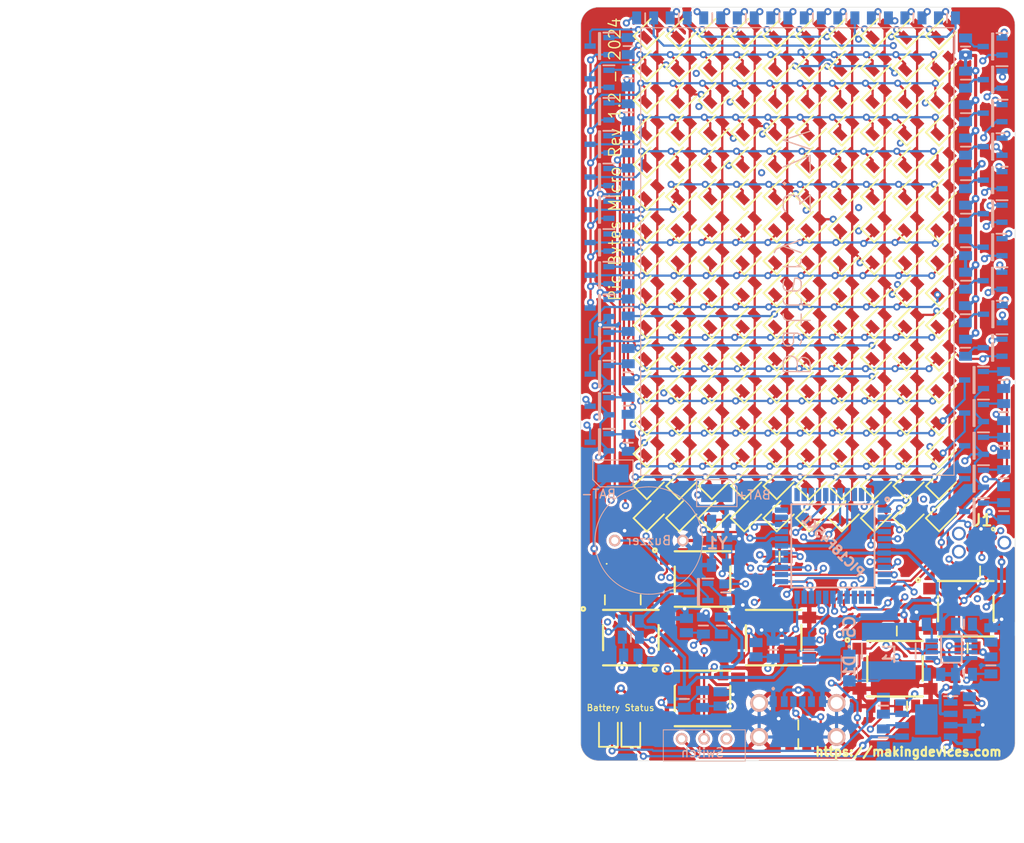
<source format=kicad_pcb>
(kicad_pcb (version 20221018) (generator pcbnew)
  (layers (0 "F.Cu" signal) (1 "In1.Cu" signal) (2 "In2.Cu" signal) (31 "B.Cu" signal) (34 "B.Paste" user) (35 "F.Paste" user) (36 "B.SilkS" user "B.Silkscreen") (37 "F.SilkS" user "F.Silkscreen") (38 "B.Mask" user) (39 "F.Mask" user) (44 "Edge.Cuts" user))
  (net 0 "")
  (net 1 "BAT-")
  (net 2 "Net-(IC1-VDD)")
  (net 3 "Net-(C2-Pad2)")
  (net 4 "Net-(PIC18F45K1-RA6)")
  (net 5 "Vgnd_main")
  (net 6 "BMS_Vcc")
  (net 7 "Net-(PIC18F45K1-RA7)")
  (net 8 "Vcc_main")
  (net 9 "Net-(IC2-EN)")
  (net 10 "BAT+")
  (net 11 "Net-(IC2-SS)")
  (net 12 "Net-(C_22p_5-Pad2)")
  (net 13 "Net-(IC_BMS_TP1-PROG)")
  (net 14 "Net-(IC_BMS_TP1-~{STDBY})")
  (net 15 "Net-(IC_BMS_TP1-~{CHRG})")
  (net 18 "Net-(J_USB_C1-CC1)")
  (net 19 "Net-(J_USB_C1-CC2)")
  (net 20 "Net-(LED_Green_bms1-K)")
  (net 21 "C1")
  (net 22 "R0")
  (net 23 "R1")
  (net 24 "R2")
  (net 25 "R3")
  (net 26 "R4")
  (net 27 "R5")
  (net 28 "R6")
  (net 29 "R7")
  (net 30 "R8")
  (net 31 "R9")
  (net 32 "R10")
  (net 33 "R11")
  (net 34 "R12")
  (net 35 "R13")
  (net 36 "R14")
  (net 37 "R15")
  (net 38 "C2")
  (net 39 "C3")
  (net 40 "C4")
  (net 41 "C5")
  (net 42 "C6")
  (net 43 "C7")
  (net 44 "C8")
  (net 45 "C9")
  (net 46 "C10")
  (net 47 "Net-(LED_RED_bms1-K)")
  (net 48 "Net-(LS1-+)")
  (net 49 "Net-(IC2-SW)")
  (net 50 "P_CC10")
  (net 53 "P_CC5")
  (net 54 "P_CC6")
  (net 55 "P_CC7")
  (net 56 "P_CC8")
  (net 58 "Buzzer")
  (net 63 "Net-(Q11-Pad2)")
  (net 64 "P_UN")
  (net 65 "P_DN")
  (net 66 "S_b")
  (net 67 "S_a")
  (net 68 "S_right")
  (net 69 "S_left")
  (net 70 "S_down")
  (net 71 "S_up")
  (net 72 "MCLR")
  (net 74 "Net-(IC1-VM)")
  (net 75 "P_CR5")
  (net 76 "P_CR4")
  (net 77 "ICSPDA")
  (net 78 "ICSPCLK")
  (net 79 "P_CR3")
  (net 80 "P_CR2")
  (net 81 "P_CR1")
  (net 82 "P_CR0")
  (net 83 "P_CC1")
  (net 84 "P_CC2")
  (net 85 "P_CC3")
  (net 86 "P_CC4")
  (net 87 "P_CC9")
  (net 88 "Net-(Q5-Pad3)")
  (net 89 "Net-(Q9-Pad3)")
  (net 90 "Net-(Q1-Pad1)")
  (net 91 "Net-(Q10-Pad2)")
  (net 92 "Net-(Q2-Pad1)")
  (net 93 "Net-(Q17-Pad3)")
  (net 94 "Net-(Q3-Pad1)")
  (net 95 "Net-(Q4-Pad3)")
  (net 96 "Net-(Q4-Pad1)")
  (net 97 "Net-(Q5-Pad1)")
  (net 98 "Net-(Q6-Pad1)")
  (net 99 "Net-(Q23-Pad3)")
  (net 100 "Net-(Q7-Pad1)")
  (net 101 "Net-(Q8-Pad3)")
  (net 102 "Net-(Q8-Pad1)")
  (net 103 "Net-(Q9-Pad1)")
  (net 104 "Net-(Q10-Pad1)")
  (net 105 "Net-(Q11-Pad1)")
  (net 106 "Net-(Q12-Pad1)")
  (net 107 "Net-(Q13-Pad1)")
  (net 108 "Net-(Q14-Pad1)")
  (net 109 "Net-(Q27-Pad3)")
  (net 110 "Net-(Q15-Pad1)")
  (net 111 "Net-(Q16-Pad3)")
  (net 112 "Net-(Q16-Pad1)")
  (net 113 "Net-(Q17-Pad1)")
  (net 114 "Net-(Q18-Pad1)")
  (net 115 "Net-(Q19-Pad1)")
  (net 116 "Net-(Q20-Pad1)")
  (net 117 "Net-(R_10K_2-Pad2)")
  (net 118 "Net-(Q21-Pad1)")
  (net 119 "Net-(Q22-Pad3)")
  (net 120 "Net-(Q22-Pad1)")
  (net 121 "Net-(Q23-Pad1)")
  (net 122 "Net-(Q24-Pad1)")
  (net 123 "Net-(R_10K_4-Pad2)")
  (net 124 "Net-(Q25-Pad1)")
  (net 125 "Net-(Q26-Pad3)")
  (net 126 "Net-(Q26-Pad1)")
  (net 127 "Net-(Q27-Pad1)")
  (net 128 "Net-(Q28-Pad1)")
  (net 129 "Net-(Q29-Pad1)")
  (net 131 "Net-(IC2-FB)")
  (net 132 "Net-(R_10K_10-Pad2)")
  (net 133 "Net-(R_10K_11-Pad2)")
  (net 135 "Net-(IC2-COMP)")
  (net 136 "Vdc_battery")
  (net 139 "Net-(R_10K_5-Pad1)")
  (footprint "SamacSys_Parts:LEDC2012X90N" (layer "F.Cu") (at 120.881058 49.023692 45)
    (fp_text reference "LED1" hide)
    (fp_text value "LTST-C171GKT" hide)
  )
  (footprint "SamacSys_Parts:LEDC2012X90N" (layer "F.Cu") (at 120.881058 52.615795 45)
    (fp_text reference "LED2" hide)
    (fp_text value "LTST-C171GKT" hide)
  )
  (footprint "SamacSys_Parts:LEDC2012X90N" (layer "F.Cu") (at 120.881058 56.207897 45)
    (fp_text reference "LED3" hide)
    (fp_text value "LTST-C171GKT" hide)
  )
  (footprint "SamacSys_Parts:LEDC2012X90N" (layer "F.Cu") (at 120.881058 59.8 45)
    (fp_text reference "LED4" hide)
    (fp_text value "LTST-C171GKT" hide)
  )
  (footprint "SamacSys_Parts:LEDC2012X90N" (layer "F.Cu") (at 120.881058 63.392102 45)
    (fp_text reference "LED5" hide)
    (fp_text value "LTST-C171GKT" hide)
  )
  (footprint "SamacSys_Parts:LEDC2012X90N" (layer "F.Cu") (at 120.881058 66.984205 45)
    (fp_text reference "LED6" hide)
    (fp_text value "LTST-C171GKT" hide)
  )
  (footprint "SamacSys_Parts:LEDC2012X90N" (layer "F.Cu") (at 120.881058 70.576307 45)
    (fp_text reference "LED7" hide)
    (fp_text value "LTST-C171GKT" hide)
  )
  (footprint "SamacSys_Parts:LEDC2012X90N" (layer "F.Cu") (at 120.881058 74.168409 45)
    (fp_text reference "LED8" hide)
    (fp_text value "LTST-C171GKT" hide)
  )
  (footprint "SamacSys_Parts:LEDC2012X90N" (layer "F.Cu") (at 120.881058 77.760512 45)
    (fp_text reference "LED9" hide)
    (fp_text value "LTST-C171GKT" hide)
  )
  (footprint "SamacSys_Parts:LEDC2012X90N" (layer "F.Cu") (at 120.881058 81.352614 45)
    (fp_text reference "LED10" hide)
    (fp_text value "LTST-C171GKT" hide)
  )
  (footprint "SamacSys_Parts:LEDC2012X90N" (layer "F.Cu") (at 120.881058 84.944717 45)
    (fp_text reference "LED11" hide)
    (fp_text value "LTST-C171GKT" hide)
  )
  (footprint "SamacSys_Parts:LEDC2012X90N" (layer "F.Cu") (at 120.881058 88.536819 45)
    (fp_text reference "LED12" hide)
    (fp_text value "LTST-C171GKT" hide)
  )
  (footprint "SamacSys_Parts:LEDC2012X90N" (layer "F.Cu") (at 120.881058 92.128922 45)
    (fp_text reference "LED13" hide)
    (fp_text value "LTST-C171GKT" hide)
  )
  (footprint "SamacSys_Parts:LEDC2012X90N" (layer "F.Cu") (at 120.881058 95.721024 45)
    (fp_text reference "LED14" hide)
    (fp_text value "LTST-C171GKT" hide)
  )
  (footprint "SamacSys_Parts:LEDC2012X90N" (layer "F.Cu") (at 120.881058 99.313127 45)
    (fp_text reference "LED15" hide)
    (fp_text value "LTST-C171GKT" hide)
  )
  (footprint "SamacSys_Parts:LEDC2012X90N" (layer "F.Cu") (at 120.881058 102.905229 45)
    (fp_text reference "LED16" hide)
    (fp_text value "LTST-C171GKT" hide)
  )
  (footprint "SamacSys_Parts:LEDC2012X90N" (layer "F.Cu") (at 124.507529 49.023692 45)
    (fp_text reference "LED17" hide)
    (fp_text value "LTST-C171GKT" hide)
  )
  (footprint "SamacSys_Parts:LEDC2012X90N" (layer "F.Cu") (at 124.507529 52.615794 45)
    (fp_text reference "LED18" hide)
    (fp_text value "LTST-C171GKT" hide)
  )
  (footprint "SamacSys_Parts:LEDC2012X90N" (layer "F.Cu") (at 124.507529 56.207897 45)
    (fp_text reference "LED19" hide)
    (fp_text value "LTST-C171GKT" hide)
  )
  (footprint "SamacSys_Parts:LEDC2012X90N" (layer "F.Cu") (at 124.507529 59.799999 45)
    (fp_text reference "LED20" hide)
    (fp_text value "LTST-C171GKT" hide)
  )
  (footprint "SamacSys_Parts:LEDC2012X90N" (layer "F.Cu") (at 124.507529 63.392101 45)
    (fp_text reference "LED21" hide)
    (fp_text value "LTST-C171GKT" hide)
  )
  (footprint "SamacSys_Parts:LEDC2012X90N" (layer "F.Cu") (at 124.507529 66.984204 45)
    (fp_text reference "LED22" hide)
    (fp_text value "LTST-C171GKT" hide)
  )
  (footprint "SamacSys_Parts:LEDC2012X90N" (layer "F.Cu") (at 124.507529 70.576306 45)
    (fp_text reference "LED23" hide)
    (fp_text value "LTST-C171GKT" hide)
  )
  (footprint "SamacSys_Parts:LEDC2012X90N" (layer "F.Cu") (at 124.507529 74.168409 45)
    (fp_text reference "LED24" hide)
    (fp_text value "LTST-C171GKT" hide)
  )
  (footprint "SamacSys_Parts:LEDC2012X90N" (layer "F.Cu") (at 124.507529 77.760511 45)
    (fp_text reference "LED25" hide)
    (fp_text value "LTST-C171GKT" hide)
  )
  (footprint "SamacSys_Parts:LEDC2012X90N" (layer "F.Cu") (at 124.507529 81.352614 45)
    (fp_text reference "LED26" hide)
    (fp_text value "LTST-C171GKT" hide)
  )
  (footprint "SamacSys_Parts:LEDC2012X90N" (layer "F.Cu") (at 124.507529 84.944716 45)
    (fp_text reference "LED27" hide)
    (fp_text value "LTST-C171GKT" hide)
  )
  (footprint "SamacSys_Parts:LEDC2012X90N" (layer "F.Cu") (at 124.507529 88.536819 45)
    (fp_text reference "LED28" hide)
    (fp_text value "LTST-C171GKT" hide)
  )
  (footprint "SamacSys_Parts:LEDC2012X90N" (layer "F.Cu") (at 124.507529 92.128921 45)
    (fp_text reference "LED29" hide)
    (fp_text value "LTST-C171GKT" hide)
  )
  (footprint "SamacSys_Parts:LEDC2012X90N" (layer "F.Cu") (at 124.507529 95.721024 45)
    (fp_text reference "LED30" hide)
    (fp_text value "LTST-C171GKT" hide)
  )
  (footprint "SamacSys_Parts:LEDC2012X90N" (layer "F.Cu") (at 124.507529 99.313126 45)
    (fp_text reference "LED31" hide)
    (fp_text value "LTST-C171GKT" hide)
  )
  (footprint "SamacSys_Parts:LEDC2012X90N" (layer "F.Cu") (at 124.507529 102.905228 45)
    (fp_text reference "LED32" hide)
    (fp_text value "LTST-C171GKT" hide)
  )
  (footprint "SamacSys_Parts:LEDC2012X90N" (layer "F.Cu") (at 128.134 49.023692 45)
    (fp_text reference "LED33" hide)
    (fp_text value "LTST-C171GKT" hide)
  )
  (footprint "SamacSys_Parts:LEDC2012X90N" (layer "F.Cu") (at 128.134 52.615795 45)
    (fp_text reference "LED34" hide)
    (fp_text value "LTST-C171GKT" hide)
  )
  (footprint "SamacSys_Parts:LEDC2012X90N" (layer "F.Cu") (at 128.134 56.207897 45)
    (fp_text reference "LED35" hide)
    (fp_text value "LTST-C171GKT" hide)
  )
  (footprint "SamacSys_Parts:LEDC2012X90N" (layer "F.Cu") (at 128.134 59.8 45)
    (fp_text reference "LED36" hide)
    (fp_text value "LTST-C171GKT" hide)
  )
  (footprint "SamacSys_Parts:LEDC2012X90N" (layer "F.Cu") (at 128.134 63.392102 45)
    (fp_text reference "LED37" hide)
    (fp_text value "LTST-C171GKT" hide)
  )
  (footprint "SamacSys_Parts:LEDC2012X90N" (layer "F.Cu") (at 128.134 66.984205 45)
    (fp_text reference "LED38" hide)
    (fp_text value "LTST-C171GKT" hide)
  )
  (footprint "SamacSys_Parts:LEDC2012X90N" (layer "F.Cu") (at 128.134 70.576307 45)
    (fp_text reference "LED39" hide)
    (fp_text value "LTST-C171GKT" hide)
  )
  (footprint "SamacSys_Parts:LEDC2012X90N" (layer "F.Cu") (at 128.134 74.168409 45)
    (fp_text reference "LED40" hide)
    (fp_text value "LTST-C171GKT" hide)
  )
  (footprint "SamacSys_Parts:LEDC2012X90N" (layer "F.Cu") (at 128.134 77.760512 45)
    (fp_text reference "LED41" hide)
    (fp_text value "LTST-C171GKT" hide)
  )
  (footprint "SamacSys_Parts:LEDC2012X90N" (layer "F.Cu") (at 128.134 81.352614 45)
    (fp_text reference "LED42" hide)
    (fp_text value "LTST-C171GKT" hide)
  )
  (footprint "SamacSys_Parts:LEDC2012X90N" (layer "F.Cu") (at 128.134 84.944717 45)
    (fp_text reference "LED43" hide)
    (fp_text value "LTST-C171GKT" hide)
  )
  (footprint "SamacSys_Parts:LEDC2012X90N" (layer "F.Cu") (at 128.134 88.536819 45)
    (fp_text reference "LED44" hide)
    (fp_text value "LTST-C171GKT" hide)
  )
  (footprint "SamacSys_Parts:LEDC2012X90N" (layer "F.Cu") (at 128.134 92.128922 45)
    (fp_text reference "LED45" hide)
    (fp_text value "LTST-C171GKT" hide)
  )
  (footprint "SamacSys_Parts:LEDC2012X90N" (layer "F.Cu") (at 128.134 95.721024 45)
    (fp_text reference "LED46" hide)
    (fp_text value "LTST-C171GKT" hide)
  )
  (footprint "SamacSys_Parts:LEDC2012X90N" (layer "F.Cu") (at 128.134 99.313127 45)
    (fp_text reference "LED47" hide)
    (fp_text value "LTST-C171GKT" hide)
  )
  (footprint "SamacSys_Parts:LEDC2012X90N" (layer "F.Cu") (at 128.134 102.905229 45)
    (fp_text reference "LED48" hide)
    (fp_text value "LTST-C171GKT" hide)
  )
  (footprint "SamacSys_Parts:LEDC2012X90N" (layer "F.Cu") (at 131.760471 49.023692 45)
    (fp_text reference "LED49" hide)
    (fp_text value "LTST-C171GKT" hide)
  )
  (footprint "SamacSys_Parts:LEDC2012X90N" (layer "F.Cu") (at 131.760471 52.615795 45)
    (fp_text reference "LED50" hide)
    (fp_text value "LTST-C171GKT" hide)
  )
  (footprint "SamacSys_Parts:LEDC2012X90N" (layer "F.Cu") (at 131.760471 56.207897 45)
    (fp_text reference "LED51" hide)
    (fp_text value "LTST-C171GKT" hide)
  )
  (footprint "SamacSys_Parts:LEDC2012X90N" (layer "F.Cu") (at 131.760471 59.8 45)
    (fp_text reference "LED52" hide)
    (fp_text value "LTST-C171GKT" hide)
  )
  (footprint "SamacSys_Parts:LEDC2012X90N" (layer "F.Cu") (at 131.760471 63.392102 45)
    (fp_text reference "LED53" hide)
    (fp_text value "LTST-C171GKT" hide)
  )
  (footprint "SamacSys_Parts:LEDC2012X90N" (layer "F.Cu") (at 131.760471 66.984205 45)
    (fp_text reference "LED54" hide)
    (fp_text value "LTST-C171GKT" hide)
  )
  (footprint "SamacSys_Parts:LEDC2012X90N" (layer "F.Cu") (at 131.760471 70.576307 45)
    (fp_text reference "LED55" hide)
    (fp_text value "LTST-C171GKT" hide)
  )
  (footprint "SamacSys_Parts:LEDC2012X90N" (layer "F.Cu") (at 131.760471 74.168409 45)
    (fp_text reference "LED56" hide)
    (fp_text value "LTST-C171GKT" hide)
  )
  (footprint "SamacSys_Parts:LEDC2012X90N" (layer "F.Cu") (at 131.760471 77.760512 45)
    (fp_text reference "LED57" hide)
    (fp_text value "LTST-C171GKT" hide)
  )
  (footprint "SamacSys_Parts:LEDC2012X90N" (layer "F.Cu") (at 131.760471 81.352614 45)
    (fp_text reference "LED58" hide)
    (fp_text value "LTST-C171GKT" hide)
  )
  (footprint "SamacSys_Parts:LEDC2012X90N" (layer "F.Cu") (at 131.760471 84.944717 45)
    (fp_text reference "LED59" hide)
    (fp_text value "LTST-C171GKT" hide)
  )
  (footprint "SamacSys_Parts:LEDC2012X90N" (layer "F.Cu") (at 131.760471 88.536819 45)
    (fp_text reference "LED60" hide)
    (fp_text value "LTST-C171GKT" hide)
  )
  (footprint "SamacSys_Parts:LEDC2012X90N" (layer "F.Cu") (at 131.760471 92.128922 45)
    (fp_text reference "LED61" hide)
    (fp_text value "LTST-C171GKT" hide)
  )
  (footprint "SamacSys_Parts:LEDC2012X90N" (layer "F.Cu") (at 131.760471 95.721024 45)
    (fp_text reference "LED62" hide)
    (fp_text value "LTST-C171GKT" hide)
  )
  (footprint "SamacSys_Parts:LEDC2012X90N" (layer "F.Cu") (at 131.760471 99.313127 45)
    (fp_text reference "LED63" hide)
    (fp_text value "LTST-C171GKT" hide)
  )
  (footprint "SamacSys_Parts:LEDC2012X90N" (layer "F.Cu") (at 131.760471 102.905229 45)
    (fp_text reference "LED64" hide)
    (fp_text value "LTST-C171GKT" hide)
  )
  (footprint "SamacSys_Parts:LEDC2012X90N" (layer "F.Cu") (at 135.386942 49.023692 45)
    (fp_text reference "LED65" hide)
    (fp_text value "LTST-C171GKT" hide)
  )
  (footprint "SamacSys_Parts:LEDC2012X90N" (layer "F.Cu") (at 135.386942 52.615795 45)
    (fp_text reference "LED66" hide)
    (fp_text value "LTST-C171GKT" hide)
  )
  (footprint "SamacSys_Parts:LEDC2012X90N" (layer "F.Cu") (at 135.386942 56.207897 45)
    (fp_text reference "LED67" hide)
    (fp_text value "LTST-C171GKT" hide)
  )
  (footprint "SamacSys_Parts:LEDC2012X90N" (layer "F.Cu") (at 135.386942 59.8 45)
    (fp_text reference "LED68" hide)
    (fp_text value "LTST-C171GKT" hide)
  )
  (footprint "SamacSys_Parts:LEDC2012X90N" (layer "F.Cu") (at 135.386942 63.392102 45)
    (fp_text reference "LED69" hide)
    (fp_text value "LTST-C171GKT" hide)
  )
  (footprint "SamacSys_Parts:LEDC2012X90N" (layer "F.Cu") (at 135.386942 66.984205 45)
    (fp_text reference "LED70" hide)
    (fp_text value "LTST-C171GKT" hide)
  )
  (footprint "SamacSys_Parts:LEDC2012X90N" (layer "F.Cu") (at 135.386942 70.576307 45)
    (fp_text reference "LED71" hide)
    (fp_text value "LTST-C171GKT" hide)
  )
  (footprint "SamacSys_Parts:LEDC2012X90N" (layer "F.Cu") (at 135.386942 74.168409 45)
    (fp_text reference "LED72" hide)
    (fp_text value "LTST-C171GKT" hide)
  )
  (footprint "SamacSys_Parts:LEDC2012X90N" (layer "F.Cu") (at 135.386942 77.760512 45)
    (fp_text reference "LED73" hide)
    (fp_text value "LTST-C171GKT" hide)
  )
  (footprint "SamacSys_Parts:LEDC2012X90N" (layer "F.Cu") (at 135.386942 81.352614 45)
    (fp_text reference "LED74" hide)
    (fp_text value "LTST-C171GKT" hide)
  )
  (footprint "SamacSys_Parts:LEDC2012X90N" (layer "F.Cu") (at 135.386942 84.944717 45)
    (fp_text reference "LED75" hide)
    (fp_text value "LTST-C171GKT" hide)
  )
  (footprint "SamacSys_Parts:LEDC2012X90N" (layer "F.Cu") (at 135.386942 88.536819 45)
    (fp_text reference "LED76" hide)
    (fp_text value "LTST-C171GKT" hide)
  )
  (footprint "SamacSys_Parts:LEDC2012X90N" (layer "F.Cu") (at 135.386942 92.128922 45)
    (fp_text reference "LED77" hide)
    (fp_text value "LTST-C171GKT" hide)
  )
  (footprint "SamacSys_Parts:LEDC2012X90N" (layer "F.Cu") (at 135.386942 95.721024 45)
    (fp_text reference "LED78" hide)
    (fp_text value "LTST-C171GKT" hide)
  )
  (footprint "SamacSys_Parts:LEDC2012X90N" (layer "F.Cu") (at 135.386942 99.313127 45)
    (fp_text reference "LED79" hide)
    (fp_text value "LTST-C171GKT" hide)
  )
  (footprint "SamacSys_Parts:LEDC2012X90N" (layer "F.Cu") (at 135.386942 102.905229 45)
    (fp_text reference "LED80" hide)
    (fp_text value "LTST-C171GKT" hide)
  )
  (footprint "SamacSys_Parts:LEDC2012X90N" (layer "F.Cu") (at 139.013413 49.023692 45)
    (fp_text reference "LED81" hide)
    (fp_text value "LTST-C171GKT" hide)
  )
  (footprint "SamacSys_Parts:LEDC2012X90N" (layer "F.Cu") (at 139.013413 52.615795 45)
    (fp_text reference "LED82" hide)
    (fp_text value "LTST-C171GKT" hide)
  )
  (footprint "SamacSys_Parts:LEDC2012X90N" (layer "F.Cu") (at 139.013413 56.207897 45)
    (fp_text reference "LED83" hide)
    (fp_text value "LTST-C171GKT" hide)
  )
  (footprint "SamacSys_Parts:LEDC2012X90N" (layer "F.Cu") (at 139.013413 59.8 45)
    (fp_text reference "LED84" hide)
    (fp_text value "LTST-C171GKT" hide)
  )
  (footprint "SamacSys_Parts:LEDC2012X90N" (layer "F.Cu") (at 139.013413 63.392102 45)
    (fp_text reference "LED85" hide)
    (fp_text value "LTST-C171GKT" hide)
  )
  (footprint "SamacSys_Parts:LEDC2012X90N" (layer "F.Cu") (at 139.013413 66.984205 45)
    (fp_text reference "LED86" hide)
    (fp_text value "LTST-C171GKT" hide)
  )
  (footprint "SamacSys_Parts:LEDC2012X90N" (layer "F.Cu") (at 139.013413 70.576307 45)
    (fp_text reference "LED87" hide)
    (fp_text value "LTST-C171GKT" hide)
  )
  (footprint "SamacSys_Parts:LEDC2012X90N" (layer "F.Cu") (at 139.013413 74.168409 45)
    (fp_text reference "LED88" hide)
    (fp_text value "LTST-C171GKT" hide)
  )
  (footprint "SamacSys_Parts:LEDC2012X90N" (layer "F.Cu") (at 139.013413 77.760512 45)
    (fp_text reference "LED89" hide)
    (fp_text value "LTST-C171GKT" hide)
  )
  (footprint "SamacSys_Parts:LEDC2012X90N" (layer "F.Cu") (at 139.013413 81.352614 45)
    (fp_text reference "LED90" hide)
    (fp_text value "LTST-C171GKT" hide)
  )
  (footprint "SamacSys_Parts:LEDC2012X90N" (layer "F.Cu") (at 139.013413 84.944717 45)
    (fp_text reference "LED91" hide)
    (fp_text value "LTST-C171GKT" hide)
  )
  (footprint "SamacSys_Parts:LEDC2012X90N" (layer "F.Cu") (at 139.013413 88.536819 45)
    (fp_text reference "LED92" hide)
    (fp_text value "LTST-C171GKT" hide)
  )
  (footprint "SamacSys_Parts:LEDC2012X90N" (layer "F.Cu") (at 139.013413 92.128922 45)
    (fp_text reference "LED93" hide)
    (fp_text value "LTST-C171GKT" hide)
  )
  (footprint "SamacSys_Parts:LEDC2012X90N" (layer "F.Cu") (at 139.013413 95.721024 45)
    (fp_text reference "LED94" hide)
    (fp_text value "LTST-C171GKT" hide)
  )
  (footprint "SamacSys_Parts:LEDC2012X90N" (layer "F.Cu") (at 139.013413 99.313127 45)
    (fp_text reference "LED95" hide)
    (fp_text value "LTST-C171GKT" hide)
  )
  (footprint "SamacSys_Parts:LEDC2012X90N" (layer "F.Cu") (at 139.013413 102.905229 45)
    (fp_text reference "LED96" hide)
    (fp_text value "LTST-C171GKT" hide)
  )
  (footprint "SamacSys_Parts:LEDC2012X90N" (layer "F.Cu") (at 142.639884 49.023692 45)
    (fp_text reference "LED97" hide)
    (fp_text value "LTST-C171GKT" hide)
  )
  (footprint "SamacSys_Parts:LEDC2012X90N" (layer "F.Cu") (at 142.639884 52.615795 45)
    (fp_text reference "LED98" hide)
    (fp_text value "LTST-C171GKT" hide)
  )
  (footprint "SamacSys_Parts:LEDC2012X90N" (layer "F.Cu") (at 142.639884 56.207897 45)
    (fp_text reference "LED99" hide)
    (fp_text value "LTST-C171GKT" hide)
  )
  (footprint "SamacSys_Parts:LEDC2012X90N" (layer "F.Cu") (at 142.639884 59.8 45)
    (fp_text reference "LED100" hide)
    (fp_text value "LTST-C171GKT" hide)
  )
  (footprint "SamacSys_Parts:LEDC2012X90N" (layer "F.Cu") (at 142.639884 63.392102 45)
    (fp_text reference "LED101" hide)
    (fp_text value "LTST-C171GKT" hide)
  )
  (footprint "SamacSys_Parts:LEDC2012X90N" (layer "F.Cu") (at 142.639884 66.984205 45)
    (fp_text reference "LED102" hide)
    (fp_text value "LTST-C171GKT" hide)
  )
  (footprint "SamacSys_Parts:LEDC2012X90N" (layer "F.Cu") (at 142.639884 70.576307 45)
    (fp_text reference "LED103" hide)
    (fp_text value "LTST-C171GKT" hide)
  )
  (footprint "SamacSys_Parts:LEDC2012X90N" (layer "F.Cu") (at 142.639884 74.168409 45)
    (fp_text reference "LED104" hide)
    (fp_text value "LTST-C171GKT" hide)
  )
  (footprint "SamacSys_Parts:LEDC2012X90N" (layer "F.Cu") (at 142.639884 77.760512 45)
    (fp_text reference "LED105" hide)
    (fp_text value "LTST-C171GKT" hide)
  )
  (footprint "SamacSys_Parts:LEDC2012X90N" (layer "F.Cu") (at 142.639884 81.352614 45)
    (fp_text reference "LED106" hide)
    (fp_text value "LTST-C171GKT" hide)
  )
  (footprint "SamacSys_Parts:LEDC2012X90N" (layer "F.Cu") (at 142.639884 84.944717 45)
    (fp_text reference "LED107" hide)
    (fp_text value "LTST-C171GKT" hide)
  )
  (footprint "SamacSys_Parts:LEDC2012X90N" (layer "F.Cu") (at 142.639884 88.536819 45)
    (fp_text reference "LED108" hide)
    (fp_text value "LTST-C171GKT" hide)
  )
  (footprint "SamacSys_Parts:LEDC2012X90N" (layer "F.Cu") (at 142.639884 92.128922 45)
    (fp_text reference "LED109" hide)
    (fp_text value "LTST-C171GKT" hide)
  )
  (footprint "SamacSys_Parts:LEDC2012X90N" (layer "F.Cu") (at 142.639884 95.721024 45)
    (fp_text reference "LED110" hide)
    (fp_text value "LTST-C171GKT" hide)
  )
  (footprint "SamacSys_Parts:LEDC2012X90N" (layer "F.Cu") (at 142.639884 99.313127 45)
    (fp_text reference "LED111" hide)
    (fp_text value "LTST-C171GKT" hide)
  )
  (footprint "SamacSys_Parts:LEDC2012X90N" (layer "F.Cu") (at 142.639884 102.905229 45)
    (fp_text reference "LED112" hide)
    (fp_text value "LTST-C171GKT" hide)
  )
  (footprint "SamacSys_Parts:LEDC2012X90N" (layer "F.Cu") (at 146.266355 49.023692 45)
    (fp_text reference "LED113" hide)
    (fp_text value "LTST-C171GKT" hide)
  )
  (footprint "SamacSys_Parts:LEDC2012X90N" (layer "F.Cu") (at 146.266355 52.615795 45)
    (fp_text reference "LED114" hide)
    (fp_text value "LTST-C171GKT" hide)
  )
  (footprint "SamacSys_Parts:LEDC2012X90N" (layer "F.Cu") (at 146.266355 56.207897 45)
    (fp_text reference "LED115" hide)
    (fp_text value "LTST-C171GKT" hide)
  )
  (footprint "SamacSys_Parts:LEDC2012X90N" (layer "F.Cu") (at 146.266355 59.8 45)
    (fp_text reference "LED116" hide)
    (fp_text value "LTST-C171GKT" hide)
  )
  (footprint "SamacSys_Parts:LEDC2012X90N" (layer "F.Cu") (at 146.266355 63.392102 45)
    (fp_text reference "LED117" hide)
    (fp_text value "LTST-C171GKT" hide)
  )
  (footprint "SamacSys_Parts:LEDC2012X90N" (layer "F.Cu") (at 146.266355 66.984205 45)
    (fp_text reference "LED118" hide)
    (fp_text value "LTST-C171GKT" hide)
  )
  (footprint "SamacSys_Parts:LEDC2012X90N" (layer "F.Cu") (at 146.266355 70.576307 45)
    (fp_text reference "LED119" hide)
    (fp_text value "LTST-C171GKT" hide)
  )
  (footprint "SamacSys_Parts:LEDC2012X90N" (layer "F.Cu") (at 146.266355 74.168409 45)
    (fp_text reference "LED120" hide)
    (fp_text value "LTST-C171GKT" hide)
  )
  (footprint "SamacSys_Parts:LEDC2012X90N" (layer "F.Cu") (at 146.266355 77.760512 45)
    (fp_text reference "LED121" hide)
    (fp_text value "LTST-C171GKT" hide)
  )
  (footprint "SamacSys_Parts:LEDC2012X90N" (layer "F.Cu") (at 146.266355 81.352614 45)
    (fp_text reference "LED122" hide)
    (fp_text value "LTST-C171GKT" hide)
  )
  (footprint "SamacSys_Parts:LEDC2012X90N" (layer "F.Cu") (at 146.266355 84.944717 45)
    (fp_text reference "LED123" hide)
    (fp_text value "LTST-C171GKT" hide)
  )
  (footprint "SamacSys_Parts:LEDC2012X90N" (layer "F.Cu") (at 146.266355 88.536819 45)
    (fp_text reference "LED124" hide)
    (fp_text value "LTST-C171GKT" hide)
  )
  (footprint "SamacSys_Parts:LEDC2012X90N" (layer "F.Cu") (at 146.266355 92.128922 45)
    (fp_text reference "LED125" hide)
    (fp_text value "LTST-C171GKT" hide)
  )
  (footprint "SamacSys_Parts:LEDC2012X90N" (layer "F.Cu") (at 146.266355 95.721024 45)
    (fp_text reference "LED126" hide)
    (fp_text value "LTST-C171GKT" hide)
  )
  (footprint "SamacSys_Parts:LEDC2012X90N" (layer "F.Cu") (at 146.266355 99.313127 45)
    (fp_text reference "LED127" hide)
    (fp_text value "LTST-C171GKT" hide)
  )
  (footprint "SamacSys_Parts:LEDC2012X90N" (layer "F.Cu") (at 146.266355 102.905229 45)
    (fp_text reference "LED128" hide)
    (fp_text value "LTST-C171GKT" hide)
  )
  (footprint "SamacSys_Parts:LEDC2012X90N" (layer "F.Cu") (at 149.892826 49.023692 45)
    (fp_text reference "LED129" hide)
    (fp_text value "LTST-C171GKT" hide)
  )
  (footprint "SamacSys_Parts:LEDC2012X90N" (layer "F.Cu") (at 149.892826 52.615795 45)
    (fp_text reference "LED130" hide)
    (fp_text value "LTST-C171GKT" hide)
  )
  (footprint "SamacSys_Parts:LEDC2012X90N" (layer "F.Cu") (at 149.892826 56.207897 45)
    (fp_text reference "LED131" hide)
    (fp_text value "LTST-C171GKT" hide)
  )
  (footprint "SamacSys_Parts:LEDC2012X90N" (layer "F.Cu") (at 149.892826 59.8 45)
    (fp_text reference "LED132" hide)
    (fp_text value "LTST-C171GKT" hide)
  )
  (footprint "SamacSys_Parts:LEDC2012X90N" (layer "F.Cu") (at 149.892826 63.392102 45)
    (fp_text reference "LED133" hide)
    (fp_text value "LTST-C171GKT" hide)
  )
  (footprint "SamacSys_Parts:LEDC2012X90N" (layer "F.Cu") (at 149.892826 66.984205 45)
    (fp_text reference "LED134" hide)
    (fp_text value "LTST-C171GKT" hide)
  )
  (footprint "SamacSys_Parts:LEDC2012X90N" (layer "F.Cu") (at 149.892826 70.576307 45)
    (fp_text reference "LED135" hide)
    (fp_text value "LTST-C171GKT" hide)
  )
  (footprint "SamacSys_Parts:LEDC2012X90N" (layer "F.Cu") (at 149.892826 74.168409 45)
    (fp_text reference "LED136" hide)
    (fp_text value "LTST-C171GKT" hide)
  )
  (footprint "SamacSys_Parts:LEDC2012X90N" (layer "F.Cu") (at 149.892826 77.760512 45)
    (fp_text reference "LED137" hide)
    (fp_text value "LTST-C171GKT" hide)
  )
  (footprint "SamacSys_Parts:LEDC2012X90N" (layer "F.Cu") (at 149.892826 81.352614 45)
    (fp_text reference "LED138" hide)
    (fp_text value "LTST-C171GKT" hide)
  )
  (footprint "SamacSys_Parts:LEDC2012X90N" (layer "F.Cu") (at 149.892826 84.944717 45)
    (fp_text reference "LED139" hide)
    (fp_text value "LTST-C171GKT" hide)
  )
  (footprint "SamacSys_Parts:LEDC2012X90N" (layer "F.Cu") (at 149.892826 88.536819 45)
    (fp_text reference "LED140" hide)
    (fp_text value "LTST-C171GKT" hide)
  )
  (footprint "SamacSys_Parts:LEDC2012X90N" (layer "F.Cu") (at 149.892826 92.128922 45)
    (fp_text reference "LED141" hide)
    (fp_text value "LTST-C171GKT" hide)
  )
  (footprint "SamacSys_Parts:LEDC2012X90N" (layer "F.Cu") (at 149.892826 95.721024 45)
    (fp_text reference "LED142" hide)
    (fp_text value "LTST-C171GKT" hide)
  )
  (footprint "SamacSys_Parts:LEDC2012X90N" (layer "F.Cu") (at 149.892826 99.313127 45)
    (fp_text reference "LED143" hide)
    (fp_text value "LTST-C171GKT" hide)
  )
  (footprint "SamacSys_Parts:LEDC2012X90N" (layer "F.Cu") (at 149.892826 102.905229 45)
    (fp_text reference "LED144" hide)
    (fp_text value "LTST-C171GKT" hide)
  )
  (footprint "SamacSys_Parts:LEDC2012X90N" (layer "F.Cu") (at 153.519297 49.023692 45)
    (fp_text reference "LED145" hide)
    (fp_text value "LTST-C171GKT" hide)
  )
  (footprint "SamacSys_Parts:LEDC2012X90N" (layer "F.Cu") (at 153.519297 52.615795 45)
    (fp_text reference "LED146" hide)
    (fp_text value "LTST-C171GKT" hide)
  )
  (footprint "SamacSys_Parts:LEDC2012X90N" (layer "F.Cu") (at 153.519297 56.207897 45)
    (fp_text reference "LED147" hide)
    (fp_text value "LTST-C171GKT" hide)
  )
  (footprint "SamacSys_Parts:LEDC2012X90N" (layer "F.Cu") (at 153.519297 59.8 45)
    (fp_text reference "LED148" hide)
    (fp_text value "LTST-C171GKT" hide)
  )
  (footprint "SamacSys_Parts:LEDC2012X90N" (layer "F.Cu") (at 153.519297 63.392102 45)
    (fp_text reference "LED149" hide)
    (fp_text value "LTST-C171GKT" hide)
  )
  (footprint "SamacSys_Parts:LEDC2012X90N" (layer "F.Cu") (at 153.519297 66.984205 45)
    (fp_text reference "LED150" hide)
    (fp_text value "LTST-C171GKT" hide)
  )
  (footprint "SamacSys_Parts:LEDC2012X90N" (layer "F.Cu") (at 153.519297 70.576307 45)
    (fp_text reference "LED151" hide)
    (fp_text value "LTST-C171GKT" hide)
  )
  (footprint "SamacSys_Parts:LEDC2012X90N" (layer "F.Cu") (at 153.519297 74.168409 45)
    (fp_text reference "LED152" hide)
    (fp_text value "LTST-C171GKT" hide)
  )
  (footprint "SamacSys_Parts:LEDC2012X90N" (layer "F.Cu") (at 153.519297 77.760512 45)
    (fp_text reference "LED153" hide)
    (fp_text value "LTST-C171GKT" hide)
  )
  (footprint "SamacSys_Parts:LEDC2012X90N" (layer "F.Cu") (at 153.519297 81.352614 45)
    (fp_text reference "LED154" hide)
    (fp_text value "LTST-C171GKT" hide)
  )
  (footprint "SamacSys_Parts:LEDC2012X90N" (layer "F.Cu") (at 153.519297 84.944717 45)
    (fp_text reference "LED155" hide)
    (fp_text value "LTST-C171GKT" hide)
  )
  (footprint "SamacSys_Parts:LEDC2012X90N" (layer "F.Cu") (at 153.519297 88.536819 45)
    (fp_text reference "LED156" hide)
    (fp_text value "LTST-C171GKT" hide)
  )
  (footprint "SamacSys_Parts:LEDC2012X90N" (layer "F.Cu") (at 153.519297 92.128922 45)
    (fp_text reference "LED157" hide)
    (fp_text value "LTST-C171GKT" hide)
  )
  (footprint "SamacSys_Parts:LEDC2012X90N" (layer "F.Cu") (at 153.519297 95.721024 45)
    (fp_text reference "LED158" hide)
    (fp_text value "LTST-C171GKT" hide)
  )
  (footprint "SamacSys_Parts:LEDC2012X90N" (layer "F.Cu") (at 153.519297 99.313127 45)
    (fp_text reference "LED159" hide)
    (fp_text value "LTST-C171GKT" hide)
  )
  (footprint "SamacSys_Parts:LEDC2012X90N" (layer "F.Cu") (at 153.519297 102.905229 45)
    (fp_text reference "LED160" hide)
    (fp_text value "LTST-C171GKT" hide)
  )
  (footprint "SamacSys_Parts:LEDC2012X90N" (layer "F.Cu") (at 116.0925 127.2 90)
    (fp_text reference "LED_Green_bms1" hide)
    (fp_text value "LTST-C171GKT" hide)
  )
  (footprint "SamacSys_Parts:LEDC2012X90N" (layer "F.Cu") (at 118.6 127.2 90)
    (fp_text reference "LED_RED_bms1" hide)
    (fp_text value "LTST-C171GKT" hide)
  )
  (footprint "SamacSys_Parts:RESC2012X65N" (layer "F.Cu") (at 156.2 117.9)
    (fp_text reference "R_10K_12" hide)
    (fp_text value "KTR10EZPF4220" hide)
  )
  (footprint "SamacSys_Parts:RESC2012X65N" (layer "F.Cu") (at 148.3 116)
    (fp_text reference "R_10K_13" hide)
    (fp_text value "KTR10EZPF4220" hide)
  )
  (footprint "SamacSys_Parts:RESC2012X65N" (layer "F.Cu") (at 137.3 126.5)
    (fp_text reference "R_5.1_1" hide)
    (fp_text value "KTR10EZPF4220" hide)
  )
  (footprint "SamacSys_Parts:RESC2012X65N" (layer "F.Cu") (at 137.3 128.6)
    (fp_text reference "R_5.1k_1" hide)
    (fp_text value "KTR10EZPF4220" hide)
  )
  (footprint "User_lib:RESC2012X75N" (layer "F.Cu") (at 149.45 124.4)
    (fp_text reference "R_10K_11" hide)
    (fp_text value "KTR10EZPF4220" hide)
  )
  (footprint "User_lib:TC2030-MCP-NL" (layer "F.Cu") (at 157.77 106.135 180)
    (fp_text reference "J1")
    (fp_text value "TC2030-MCP-NL" hide)
  )
  (footprint "User_lib:430182070816" (layer "F.Cu") (at 156.000065 113.521365)
    (fp_text reference "S_b1" hide)
    (fp_text value "430182050816" hide)
  )
  (footprint "SamacSys_Parts:RESC2012X75N" (layer "F.Cu") (at 135.2 107.7 180)
    (fp_text reference "R4" hide)
    (fp_text value "10k" hide)
  )
  (footprint "User_lib:430182070816" (layer "F.Cu") (at 118.6 116.75)
    (fp_text reference "S_left1" hide)
    (fp_text value "430182050816" hide)
  )
  (footprint "User_lib:CAPC2012X140N" (layer "F.Cu") (at 154.35 109.3 180)
    (fp_text reference "C_22p_6" hide)
    (fp_text value "GCG21BR71H154KA01K" hide)
  )
  (footprint "SamacSys_Parts:RESC2012X75N" (layer "F.Cu") (at 115.7 112.525 180)
    (fp_text reference "R1" hide)
    (fp_text value "330" hide)
  )
  (footprint "User_lib:CAPC2012X140N" (layer "F.Cu") (at 146.2 124.4 180)
    (fp_text reference "C_22p_7" hide)
    (fp_text value "GCG21BR71H154KA01K" hide)
  )
  (footprint "User_lib:430182070816" (layer "F.Cu") (at 134.55 116.75)
    (fp_text reference "S_right1" hide)
    (fp_text value "430182050816" hide)
  )
  (footprint "User_lib:430182070816" (layer "F.Cu") (at 126.6 123.54273)
    (fp_text reference "S_down1" hide)
    (fp_text value "430182050816" hide)
  )
  (footprint "SamacSys_Parts:AP9214LANHSBR7" (layer "F.Cu") (at 118.35 109.05 -90)
    (fp_text reference "IC1" hide)
    (fp_text value "AP9214L-AN-HSBR-7" hide)
  )
  (footprint "SamacSys_Parts:RESC2012X75N" (layer "F.Cu") (at 119.7 112.525)
    (fp_text reference "R2" hide)
    (fp_text value "2.7k" hide)
  )
  (footprint "User_lib:RESC2012X75N" (layer "F.Cu") (at 157.6 109.3)
    (fp_text reference "R_10K_10" hide)
    (fp_text value "KTR10EZPF4220" hide)
  )
  (footprint "User_lib:430182070816" (layer "F.Cu") (at 126.6 110.2)
    (fp_text reference "S_up1" hide)
    (fp_text value "430182050816" hide)
  )
  (footprint "User_lib:430182070816" (layer "F.Cu") (at 148.100065 120.221365)
    (fp_text reference "S_a1" hide)
    (fp_text value "430182050816" hide)
  )
  (footprint "SamacSys_Parts:CAPC2012X140N" (layer "F.Cu") (at 114.485 109.05 -90)
    (fp_text reference "C1" hide)
    (fp_text value "1uF" hide)
  )
  (footprint "SamacSys_Parts:CAPC2012X145N" (layer "B.Cu") (at 156.4 127.74 90)
    (fp_text reference "C_10u_1" hide)
    (fp_text value "GCG21BR71H154KA01K" hide)
  )
  (footprint "SamacSys_Parts:CAPC2012X145N" (layer "B.Cu") (at 128.45 108.65)
    (fp_text reference "C_22p_1" hide)
    (fp_text value "GCG21BR71H154KA01K" hide)
  )
  (footprint "SamacSys_Parts:CAPC2012X145N" (layer "B.Cu") (at 128.45 103.75 180)
    (fp_text reference "C_22p_2" hide)
    (fp_text value "GCG21BR71H154KA01K" hide)
  )
  (footprint "User:Mounting-Pad" (layer "B.Cu") (at 128.2 100.6 -90)
    (fp_text reference "H_Bat+1" hide)
    (fp_text value "MountingHole_Pad-User_library-SamacSys_Parts")
  )
  (footprint "User:Mounting-Pad" (layer "B.Cu") (at 116.6 98.4 90)
    (fp_text reference "H_Bat-1" hide)
    (fp_text value "MountingHole_Pad-User_library-SamacSys_Parts")
  )
  (footprint "SamacSys_Parts:SOIC127P600X175-9N" (layer "B.Cu") (at 151.6 125.9 180)
    (fp_text reference "IC_BMS_TP1" hide)
    (fp_text value "TP4056-42-ESOP8" hide)
  )
  (footprint "SamacSys_Parts:TYPEC31M17" (layer "B.Cu") (at 137.25 126.4 180)
    (fp_text reference "J_USB_C1" hide)
    (fp_text value "TYPE-C-31-M-17" hide)
  )
  (footprint "SamacSys_Parts:TMB12A05" (layer "B.Cu") (at 116.8 105.9 90)
    (fp_text reference "LS1" hide)
    (fp_text value "TMB12A05" hide)
  )
  (footprint "SamacSys_Parts:QFP80P1200X1200X120-44N" (layer "B.Cu") (at 141.162 106.5 180)
    (fp_text reference "PIC18F45K1")
    (fp_text value "PIC18F45K50-I_PT" hide)
  )
  (footprint "SamacSys_Parts:SOT96P237X111-3N" (layer "B.Cu") (at 115.1 50.65 180)
    (fp_text reference "Q2" hide)
    (fp_text value "SMMBT5551LT1G" hide)
  )
  (footprint "SamacSys_Parts:SOT96P237X111-3N" (layer "B.Cu") (at 115.1 83.589997 180)
    (fp_text reference "Q3" hide)
    (fp_text value "SMMBT5551LT1G" hide)
  )
  (footprint "SamacSys_Parts:SOT96P237X111-3N" (layer "B.Cu") (at 159 50.7 180)
    (fp_text reference "Q4" hide)
    (fp_text value "SMMBT5551LT1G" hide)
  )
  (footprint "SamacSys_Parts:SOT96P237X111-3N" (layer "B.Cu") (at 159 69.377776 180)
    (fp_text reference "Q5" hide)
    (fp_text value "SMMBT5551LT1G" hide)
  )
  (footprint "SamacSys_Parts:SOT96P237X111-3N" (layer "B.Cu") (at 115.1 54.308333 180)
    (fp_text reference "Q6" hide)
    (fp_text value "SMMBT5551LT1G" hide)
  )
  (footprint "SamacSys_Parts:SOT96P237X111-3N" (layer "B.Cu") (at 115.1 87.29833 180)
    (fp_text reference "Q7" hide)
    (fp_text value "SMMBT5551LT1G" hide)
  )
  (footprint "SamacSys_Parts:SOT96P237X111-3N" (layer "B.Cu") (at 159 54.4 180)
    (fp_text reference "Q8" hide)
    (fp_text value "SMMBT5551LT1G" hide)
  )
  (footprint "SamacSys_Parts:SOT96P237X111-3N" (layer "B.Cu") (at 159 73.12222 180)
    (fp_text reference "Q9" hide)
    (fp_text value "SMMBT5551LT1G" hide)
  )
  (footprint "SamacSys_Parts:SOT96P237X111-3N" (layer "B.Cu") (at 115.1 57.951666 180)
    (fp_text reference "Q10" hide)
    (fp_text value "SMMBT5551LT1G" hide)
  )
  (footprint "SamacSys_Parts:SOT96P237X111-3N" (layer "B.Cu") (at 115.1 90.891663 180)
    (fp_text reference "Q11" hide)
    (fp_text value "SMMBT5551LT1G" hide)
  )
  (footprint "SamacSys_Parts:SOT96P237X111-3N" (layer "B.Cu") (at 115.1 65.283332 180)
    (fp_text reference "Q12" hide)
    (fp_text value "SMMBT5551LT1G" hide)
  )
  (footprint "SamacSys_Parts:SOT96P237X111-3N" (layer "B.Cu") (at 156.925 87.961108 180)
    (fp_text reference "Q13" hide)
    (fp_text value "SMMBT5551LT1G" hide)
  )
  (footprint "SamacSys_Parts:SOT96P237X111-3N" (layer "B.Cu") (at 115.1 79.916664 180)
    (fp_text reference "Q14" hide)
    (fp_text value "SMMBT5551LT1G" hide)
  )
  (footprint "SamacSys_Parts:SOT96P237X111-3N" (layer "B.Cu") (at 156.925 102.661108 180)
    (fp_text reference "Q15" hide)
    (fp_text value "SMMBT5551LT1G" hide)
  )
  (footprint "SamacSys_Parts:SOT96P237X111-3N" (layer "B.Cu") (at 159 58.144444 180)
    (fp_text reference "Q16" hide)
    (fp_text value "SMMBT5551LT1G" hide)
  )
  (footprint "SamacSys_Parts:SOT96P237X111-3N" (layer "B.Cu") (at 158.9875 76.866664 180)
    (fp_text reference "Q17" hide)
    (fp_text value "SMMBT5551LT1G" hide)
  )
  (footprint "SamacSys_Parts:SOT96P237X111-3N" (layer "B.Cu") (at 115.1 61.624999 180)
    (fp_text reference "Q18" hide)
    (fp_text value "SMMBT5551LT1G" hide)
  )
  (footprint "SamacSys_Parts:SOT96P237X111-3N" (layer "B.Cu") (at 115.1 94.921664 180)
    (fp_text reference "Q19" hide)
    (fp_text value "SMMBT5551LT1G" hide)
  )
  (footprint "SamacSys_Parts:SOT96P237X111-3N" (layer "B.Cu") (at 115.1 68.941665 180)
    (fp_text reference "Q20" hide)
    (fp_text value "SMMBT5551LT1G" hide)
  )
  (footprint "SamacSys_Parts:SOT96P237X111-3N" (layer "B.Cu") (at 156.925 91.651108 180)
    (fp_text reference "Q21" hide)
    (fp_text value "SMMBT5551LT1G" hide)
  )
  (footprint "SamacSys_Parts:SOT96P237X111-3N" (layer "B.Cu") (at 159 61.888888 180)
    (fp_text reference "Q22" hide)
    (fp_text value "SMMBT5551LT1G" hide)
  )
  (footprint "SamacSys_Parts:SOT96P237X111-3N" (layer "B.Cu") (at 159.025 80.611108 180)
    (fp_text reference "Q23" hide)
    (fp_text value "SMMBT5551LT1G" hide)
  )
  (footprint "SamacSys_Parts:SOT96P237X111-3N" (layer "B.Cu") (at 115.1 72.599998 180)
    (fp_text reference "Q24" hide)
    (fp_text value "SMMBT5551LT1G" hide)
  )
  (footprint "SamacSys_Parts:SOT96P237X111-3N" (layer "B.Cu") (at 156.925 95.311108 180)
    (fp_text reference "Q25" hide)
    (fp_text value "SMMBT5551LT1G" hide)
  )
  (footprint "SamacSys_Parts:SOT96P237X111-3N" (layer "B.Cu") (at 159 65.633332 180)
    (fp_text reference "Q26" hide)
    (fp_text value "SMMBT5551LT1G" hide)
  )
  (footprint "SamacSys_Parts:SOT96P237X111-3N" (layer "B.Cu") (at 159 84.355552 180)
    (fp_text reference "Q27" hide)
    (fp_text value "SMMBT5551LT1G" hide)
  )
  (footprint "SamacSys_Parts:SOT96P237X111-3N" (layer "B.Cu") (at 115.1 76.258331 180)
    (fp_text reference "Q28" hide)
    (fp_text value "SMMBT5551LT1G" hide)
  )
  (footprint "SamacSys_Parts:SOT96P237X111-3N" (layer "B.Cu") (at 156.925 98.986108 180)
    (fp_text reference "Q29" hide)
    (fp_text value "SMMBT5551LT1G" hide)
  )
  (footprint "SamacSys_Parts:SOT96P237X111-3N" (layer "B.Cu") (at 126.15 111.645 180)
    (fp_text reference "Q1" hide)
    (fp_text value "SMMBT5551LT1G" hide)
  )
  (footprint "SamacSys_Parts:RESC2012X65N" (layer "B.Cu") (at 155.975 50.7 90)
    (fp_text reference "R220_1" hide)
    (fp_text value "KTR10EZPF4220" hide)
  )
  (footprint "SamacSys_Parts:RESC2012X65N" (layer "B.Cu") (at 155.975 69.377776 -90)
    (fp_text reference "R220_2" hide)
    (fp_text value "KTR10EZPF4220" hide)
  )
  (footprint "SamacSys_Parts:RESC2012X65N" (layer "B.Cu") (at 155.975 54.4 -90)
    (fp_text reference "R220_3" hide)
    (fp_text value "KTR10EZPF4220" hide)
  )
  (footprint "SamacSys_Parts:RESC2012X65N" (layer "B.Cu") (at 155.975 73.12222 90)
    (fp_text reference "R220_4" hide)
    (fp_text value "KTR10EZPF4220" hide)
  )
  (footprint "SamacSys_Parts:RESC2012X65N" (layer "B.Cu") (at 155.975 58.144444 -90)
    (fp_text reference "R220_5" hide)
    (fp_text value "KTR10EZPF4220" hide)
  )
  (footprint "SamacSys_Parts:RESC2012X65N" (layer "B.Cu") (at 155.9875 76.866664 -90)
    (fp_text reference "R220_6" hide)
    (fp_text value "KTR10EZPF4220" hide)
  )
  (footprint "SamacSys_Parts:RESC2012X65N" (layer "B.Cu") (at 155.975 61.888888 -90)
    (fp_text reference "R220_7" hide)
    (fp_text value "KTR10EZPF4220" hide)
  )
  (footprint "SamacSys_Parts:RESC2012X65N" (layer "B.Cu") (at 155.95 80.611108 -90)
    (fp_text reference "R220_8" hide)
    (fp_text value "KTR10EZPF4220" hide)
  )
  (footprint "SamacSys_Parts:RESC2012X65N" (layer "B.Cu") (at 155.975 65.633332 -90)
    (fp_text reference "R220_9" hide)
    (fp_text value "KTR10EZPF4220" hide)
  )
  (footprint "SamacSys_Parts:RESC2012X65N" (layer "B.Cu") (at 155.975 84.355552 -90)
    (fp_text reference "R220_10" hide)
    (fp_text value "KTR10EZPF4220" hide)
  )
  (footprint "SamacSys_Parts:RESC2012X65N" (layer "B.Cu") (at 118.3 50.65 90)
    (fp_text reference "R4K7_2" hide)
    (fp_text value "KTR10EZPF4220" hide)
  )
  (footprint "SamacSys_Parts:RESC2012X65N" (layer "B.Cu") (at 118.3 83.489997 90)
    (fp_text reference "R4K7_3" hide)
    (fp_text value "KTR10EZPF4220" hide)
  )
  (footprint "SamacSys_Parts:RESC2012X65N" (layer "B.Cu") (at 120.199668 47.5 180)
    (fp_text reference "R4K7_4" hide)
    (fp_text value "KTR10EZPF4220" hide)
  )
  (footprint "SamacSys_Parts:RESC2012X65N" (layer "B.Cu") (at 138.921888 47.5 180)
    (fp_text reference "R4K7_5" hide)
    (fp_text value "KTR10EZPF4220" hide)
  )
  (footprint "SamacSys_Parts:RESC2012X65N" (layer "B.Cu") (at 118.3 54.253333 90)
    (fp_text reference "R4K7_6" hide)
    (fp_text value "KTR10EZPF4220" hide)
  )
  (footprint "SamacSys_Parts:RESC2012X65N" (layer "B.Cu") (at 118.3 87.09833 90)
    (fp_text reference "R4K7_7" hide)
    (fp_text value "KTR10EZPF4220" hide)
  )
  (footprint "SamacSys_Parts:RESC2012X65N" (layer "B.Cu") (at 123.944112 47.5 180)
    (fp_text reference "R4K7_8" hide)
    (fp_text value "KTR10EZPF4220" hide)
  )
  (footprint "SamacSys_Parts:RESC2012X65N" (layer "B.Cu") (at 142.666332 47.5 180)
    (fp_text reference "R4K7_9" hide)
    (fp_text value "KTR10EZPF4220" hide)
  )
  (footprint "SamacSys_Parts:RESC2012X65N" (layer "B.Cu") (at 118.3 58.051666 90)
    (fp_text reference "R4K7_10" hide)
    (fp_text value "KTR10EZPF4220" hide)
  )
  (footprint "SamacSys_Parts:RESC2012X65N" (layer "B.Cu") (at 118.3 90.841663 90)
    (fp_text reference "R4K7_11" hide)
    (fp_text value "KTR10EZPF4220" hide)
  )
  (footprint "SamacSys_Parts:RESC2012X65N" (layer "B.Cu") (at 118.3 65.233332 90)
    (fp_text reference "R4K7_12" hide)
    (fp_text value "KTR10EZPF4220" hide)
  )
  (footprint "SamacSys_Parts:RESC2012X65N" (layer "B.Cu") (at 160.225 87.961108 90)
    (fp_text reference "R4K7_13" hide)
    (fp_text value "KTR10EZPF4220" hide)
  )
  (footprint "SamacSys_Parts:RESC2012X65N" (layer "B.Cu") (at 118.3 79.866664 90)
    (fp_text reference "R4K7_14" hide)
    (fp_text value "KTR10EZPF4220" hide)
  )
  (footprint "SamacSys_Parts:RESC2012X65N" (layer "B.Cu") (at 160.225 102.611108 90)
    (fp_text reference "R4K7_15" hide)
    (fp_text value "KTR10EZPF4220" hide)
  )
  (footprint "SamacSys_Parts:RESC2012X65N" (layer "B.Cu") (at 127.688556 47.5 180)
    (fp_text reference "R4K7_16" hide)
    (fp_text value "KTR10EZPF4220" hide)
  )
  (footprint "SamacSys_Parts:RESC2012X65N" (layer "B.Cu") (at 146.410776 47.5 180)
    (fp_text reference "R4K7_17" hide)
    (fp_text value "KTR10EZPF4220" hide)
  )
  (footprint "SamacSys_Parts:RESC2012X65N" (layer "B.Cu") (at 118.3 61.624999 90)
    (fp_text reference "R4K7_18" hide)
    (fp_text value "KTR10EZPF4220" hide)
  )
  (footprint "SamacSys_Parts:RESC2012X65N" (layer "B.Cu") (at 118.3 94.971664 90)
    (fp_text reference "R4K7_19" hide)
    (fp_text value "KTR10EZPF4220" hide)
  )
  (footprint "SamacSys_Parts:RESC2012X65N" (layer "B.Cu") (at 118.3 68.891665 90)
    (fp_text reference "R4K7_20" hide)
    (fp_text value "KTR10EZPF4220" hide)
  )
  (footprint "SamacSys_Parts:RESC2012X65N" (layer "B.Cu") (at 160.225 91.551108 90)
    (fp_text reference "R4K7_21" hide)
    (fp_text value "KTR10EZPF4220" hide)
  )
  (footprint "SamacSys_Parts:RESC2012X65N" (layer "B.Cu") (at 131.433 47.5 180)
    (fp_text reference "R4K7_22" hide)
    (fp_text value "KTR10EZPF4220" hide)
  )
  (footprint "SamacSys_Parts:RESC2012X65N" (layer "B.Cu") (at 150.15522 47.5 180)
    (fp_text reference "R4K7_23" hide)
    (fp_text value "KTR10EZPF4220" hide)
  )
  (footprint "SamacSys_Parts:RESC2012X65N" (layer "B.Cu") (at 118.3 72.599998 90)
    (fp_text reference "R4K7_24" hide)
    (fp_text value "KTR10EZPF4220" hide)
  )
  (footprint "SamacSys_Parts:RESC2012X65N" (layer "B.Cu") (at 160.225 95.311108 90)
    (fp_text reference "R4K7_25" hide)
    (fp_text value "KTR10EZPF4220" hide)
  )
  (footprint "SamacSys_Parts:RESC2012X65N" (layer "B.Cu") (at 135.177444 47.5 180)
    (fp_text reference "R4K7_26" hide)
    (fp_text value "KTR10EZPF4220" hide)
  )
  (footprint "SamacSys_Parts:RESC2012X65N" (layer "B.Cu") (at 153.899664 47.5 180)
    (fp_text reference "R4K7_27" hide)
    (fp_text value "KTR10EZPF4220" hide)
  )
  (footprint "SamacSys_Parts:RESC2012X65N" (layer "B.Cu") (at 118.3 76.258331 90)
    (fp_text reference "R4K7_28" hide)
    (fp_text value "KTR10EZPF4220" hide)
  )
  (footprint "SamacSys_Parts:RESC2012X65N" (layer "B.Cu") (at 160.225 98.936108 90)
    (fp_text reference "R4K7_29" hide)
    (fp_text value "KTR10EZPF4220" hide)
  )
  (footprint "SamacSys_Parts:RESC2012X65N" (layer "B.Cu") (at 129.2 111.695 -90)
    (fp_text reference "R4K7_1" hide)
    (fp_text value "KTR10EZPF4220" hide)
  )
  (footprint "SamacSys_Parts:RESC2012X65N" (layer "B.Cu") (at 138.5 118.1 90)
    (fp_text reference "R_10k_1" hide)
    (fp_text value "KTR10EZPF4220" hide)
  )
  (footprint "SamacSys_Parts:RESC2012X65N" (layer "B.Cu") (at 118.6 114.9)
    (fp_text reference "R_10K_3" hide)
    (fp_text value "KTR10EZPF4220" hide)
  )
  (footprint "SamacSys_Parts:RESC2012X65N" (layer "B.Cu") (at 124.57 123.6 90)
    (fp_text reference "R_10K_7" hide)
    (fp_text value "KTR10EZPF4220" hide)
  )
  (footprint "SamacSys_Parts:RESC2012X65N" (layer "B.Cu") (at 126.7 115.4 -90)
    (fp_text reference "R_10K_6" hide)
    (fp_text value "KTR10EZPF4220" hide)
  )
  (footprint "SamacSys_Parts:RESC2012X65N" (layer "B.Cu") (at 136.425 118.1 -90)
    (fp_text reference "R_10K_9" hide)
    (fp_text value "KTR10EZPF4220" hide)
  )
  (footprint "SamacSys_Parts:RESC2012X65N" (layer "B.Cu") (at 146.8 127.9 -90)
    (fp_text reference "R_1k_1" hide)
    (fp_text value "KTR10EZPF4220" hide)
  )
  (footprint "SamacSys_Parts:RESC2012X65N" (layer "B.Cu") (at 146.8 124.35 90)
    (fp_text reference "R_1k_2" hide)
    (fp_text value "KTR10EZPF4220" hide)
  )
  (footprint "SamacSys_Parts:RESC2012X65N" (layer "B.Cu") (at 156.4 124.3 90)
    (fp_text reference "R_2k_1" hide)
    (fp_text value "KTR10EZPF4220" hide)
  )
  (footprint "SamacSys_Parts:K31260DL1" (layer "B.Cu") (at 124.275 128.05)
    (fp_text reference "SW_Toggle1" hide)
    (fp_text value "K3-1260D-L1" hide)
  )
  (footprint "User_lib:SRN6045_1" (layer "B.Cu") (at 147.4 118.25 90)
    (fp_text reference "L1")
    (fp_text value "4.7uH" hide)
  )
  (footprint "User_lib:CAPC2012X140N" (layer "B.Cu") (at 143 115.55 -90)
    (fp_text reference "C5")
    (fp_text value "47uF" hide)
  )
  (footprint "User_lib:RESC2012X75N" (layer "B.Cu") (at 118.6 116.7)
    (fp_text reference "R_10K_2" hide)
    (fp_text value "KTR10EZPF4220" hide)
  )
  (footprint "User_lib:RESC2012X75N" (layer "B.Cu") (at 126.6 123.6 90)
    (fp_text reference "R_10K_4" hide)
    (fp_text value "KTR10EZPF4220" hide)
  )
  (footprint "User_lib:CAPC2012X140N" (layer "B.Cu") (at 132.575 118.1 90)
    (fp_text reference "C_22p_5" hide)
    (fp_text value "GCG21BR71H154KA01K" hide)
  )
  (footprint "User_lib:RESC2012X75N" (layer "B.Cu") (at 155.8 120.85 180)
    (fp_text reference "R6" hide)
    (fp_text value "27k" hide)
  )
  (footprint "User_lib:RESC2012X75N" (layer "B.Cu") (at 134.5 118.1 90)
    (fp_text reference "R_10K_8" hide)
    (fp_text value "KTR10EZPF4220" hide)
  )
  (footprint "User_lib:CAPC2012X140N" (layer "B.Cu") (at 152.4 120.85 180)
    (fp_text reference "C3" hide)
    (fp_text value "22uF" hide)
  )
  (footprint "User_lib:RESC2012X75N" (layer "B.Cu") (at 158.8 119.85 -90)
    (fp_text reference "R5" hide)
    (fp_text value "82k" hide)
  )
  (footprint "User_lib:RESC2012X75N" (layer "B.Cu") (at 128.705 115.4 90)
    (fp_text reference "R_10K_5" hide)
    (fp_text value "KTR10EZPF4220" hide)
  )
  (footprint "User_lib:CAPC2012X140N" (layer "B.Cu") (at 158.8 116.45 -90)
    (fp_text reference "C2" hide)
    (fp_text value "820pF" hide)
  )
  (footprint "User_lib:CAPC2012X140N" (layer "B.Cu") (at 152.4 115.25 180)
    (fp_text reference "C4" hide)
    (fp_text value "100nF" hide)
  )
  (footprint "User_lib:SOP65P490X110-8N" (layer "B.Cu") (at 154.4 118.05 180)
    (fp_text reference "IC2" hide)
    (fp_text value "TPS61085TDGKR" hide)
  )
  (footprint "User_lib:SS12FP" (layer "B.Cu") (at 143 120.15 -90)
    (fp_text reference "D1")
    (fp_text value "FSV360FP" hide)
  )
  (footprint "User_lib:RESC2012X75N" (layer "B.Cu") (at 155.8 115.25)
    (fp_text reference "R3" hide)
    (fp_text value "44.2k" hide)
  )
  (footprint "User_lib:CX2520DB12000D0GPSC1" (layer "B.Cu") (at 128.475 106.2)
    (fp_text reference "Y1")
    (fp_text value "CX2520DB12000D0GPSC1" hide)
  )
  (footprint "User_lib:CAPC2012X140N" (layer "B.Cu") (at 128.57 123.6 90)
    (fp_text reference "C_22p_4" hide)
    (fp_text value "GCG21BR71H154KA01K" hide)
  )
  (footprint "User_lib:CAPC2012X140N" (layer "B.Cu") (at 124.805 115.4 -90)
    (fp_text reference "C_100F_1" hide)
    (fp_text value "GCG21BR71H154KA01K" hide)
  )
  (footprint "User_lib:CAPC2012X140N" (layer "B.Cu") (at 118.6 118.7)
    (fp_text reference "C_22p_3" hide)
    (fp_text value "GCG21BR71H154KA01K" hide)
  )
  (gr_line (start 154.7 48.6) (end 154.7 98.6) (stroke (width 0.12)) (layer "B.SilkS"))
  (gr_line (start 154.7 98.6) (end 119.7 98.6) (stroke (width 0.12)) (layer "B.SilkS"))
  (gr_line (start 119.7 48.6) (end 119.7 98.6) (stroke (width 0.12)) (layer "B.SilkS"))
  (gr_line (start 154.7 48.6) (end 119.7 48.6) (stroke (width 0.12)) (layer "B.SilkS"))
  (gr_line (start 113 128.5) (end 113 48.3) (stroke (width 0.05)) (layer "Edge.Cuts"))
  (gr_line (start 159.5 46.3) (end 115 46.3) (stroke (width 0.05)) (layer "Edge.Cuts"))
  (gr_arc (start 159.5 46.3) (mid 160.914214 46.885786) (end 161.5 48.3) (stroke (width 0.05)) (layer "Edge.Cuts"))
  (gr_arc (start 161.5 128.5) (mid 160.914214 129.914214) (end 159.5 130.5) (stroke (width 0.05)) (layer "Edge.Cuts"))
  (gr_arc (start 115 130.5) (mid 113.585786 129.914214) (end 113 128.5) (stroke (width 0.05)) (layer "Edge.Cuts"))
  (gr_line (start 159.5 130.5) (end 115 130.5) (stroke (width 0.05)) (layer "Edge.Cuts"))
  (gr_line (start 161.5 128.5) (end 161.5 48.3) (stroke (width 0.05)) (layer "Edge.Cuts"))
  (gr_arc (start 113 48.3) (mid 113.585786 46.885786) (end 115 46.3) (stroke (width 0.05)) (layer "Edge.Cuts"))
  (gr_text "Battery 3.7V" (at 137 73.8 -90) (layer "B.SilkS") (effects (font (size 3 3)) (justify mirror)))
  (gr_text "Buzzer\n" (at 120.6 105.9) (layer "B.SilkS") (effects (font (size 1 1)) (justify mirror)))
  (gr_text "BAT-" (at 115 100.7) (layer "B.SilkS") (effects (font (size 1 1)) (justify mirror)))
  (gr_text "BAT+" (at 132.3 100.8) (layer "B.SilkS") (effects (font (size 1 1)) (justify mirror)))
  (gr_text "Switch" (at 126.6 129.6) (layer "B.SilkS") (effects (font (size 1 1)) (justify mirror)))
  (gr_text "https://makingdevices.com" (at 149.6 129.5) (layer "F.SilkS") (effects (font (size 1 1) (thickness 0.25))))
  (gr_text "Pic Bytes Micro Rev 1.2 - 2024" (at 116.8 63.3 90) (layer "F.SilkS") (effects (font (size 1.27 1.27))))
  (gr_text "Battery Status" (at 113.6 125) (layer "F.SilkS") (effects (font (size 0.7 0.7) (thickness 0.12)) (justify left bottom)))
  (segment (start 116.7 108.5) (end 116.7 109.425) (width 0.35) (layer "F.Cu") (net 1))
  (segment (start 114.5 108.235) (end 114.485 108.25) (width 0.35) (layer "F.Cu") (net 1))
  (segment (start 116.7 108.5) (end 114.735 108.5) (width 0.35) (layer "F.Cu") (net 1))
  (segment (start 114.735 108.5) (end 114.485 108.25) (width 0.35) (layer "F.Cu") (net 1))
  (segment (start 114.5 106.8) (end 114.5 108.235) (width 0.35) (layer "F.Cu") (net 1))
  (via (at 114.5 106.8) (size 0.85) (drill 0.4) (layers "F.Cu" "B.Cu") (net 1))
  (segment (start 114.5 100.5) (end 114.5 106.8) (width 0.35) (layer "B.Cu") (net 1))
  (segment (start 116.6 98.4) (end 114.5 100.5) (width 0.35) (layer "B.Cu") (net 1))
  (segment (start 114.635 110) (end 114.485 109.85) (width 0.25) (layer "F.Cu") (net 2))
  (segment (start 116.7 110) (end 114.635 110) (width 0.25) (layer "F.Cu") (net 2))
  (segment (start 114.485 109.85) (end 114.485 112.26) (width 0.25) (layer "F.Cu") (net 2))
  (segment (start 114.485 112.26) (end 114.75 112.525) (width 0.25) (layer "F.Cu") (net 2))
  (segment (start 158.575 117.25) (end 156.75 115.425) (width 0.25) (layer "B.Cu") (net 3))
  (segment (start 156.75 115.425) (end 156.75 115.25) (width 0.25) (layer "B.Cu") (net 3))
  (segment (start 158.8 117.25) (end 158.575 117.25) (width 0.25) (layer "B.Cu") (net 3))
  (via (at 128.8 109.6) (size 0.8) (drill 0.4) (layers "F.Cu" "B.Cu") (net 4))
  (via (at 132.4 104.4) (size 0.8) (drill 0.4) (layers "F.Cu" "B.Cu") (net 4))
  (segment (start 132.7 104.1) (end 132.4 104.4) (width 0.25) (layer "B.Cu") (net 4))
  (segment (start 135.424 104.1) (end 132.7 104.1) (width 0.25) (layer "B.Cu") (net 4))
  (segment (start 129.29 106.885) (end 129.325 106.85) (width 0.25) (layer "B.Cu") (net 4))
  (segment (start 129.29 108.65) (end 129.29 109.11) (width 0.25) (layer "B.Cu") (net 4))
  (segment (start 129.29 109.11) (end 128.8 109.6) (width 0.25) (layer "B.Cu") (net 4))
  (segment (start 129.29 108.65) (end 129.29 106.885) (width 0.25) (layer "B.Cu") (net 4))
  (segment (start 145.4 124.215) (end 145.4 124.4) (width 0.35) (layer "F.Cu") (net 5))
  (segment (start 121 120.575) (end 122.575 119) (width 0.25) (layer "F.Cu") (net 5))
  (segment (start 145.4 124.4) (end 144.478618 123.478618) (width 0.35) (layer "F.Cu") (net 5))
  (segment (start 130 123.1) (end 130.575 123.675) (width 0.35) (layer "F.Cu") (net 5))
  (segment (start 147.515 122.1) (end 145.4 124.215) (width 0.35) (layer "F.Cu") (net 5))
  (segment (start 130.575 114.5) (end 134 114.5) (width 0.25) (layer "F.Cu") (net 5))
  (segment (start 123.675 113.5) (end 123.125 112.95) (width 0.35) (layer "F.Cu") (net 5))
  (segment (start 144.478618 123.478618) (end 144.478618 122.824918) (width 0.35) (layer "F.Cu") (net 5))
  (segment (start 131.1 113.1) (end 131.1 112.975) (width 0.35) (layer "F.Cu") (net 5))
  (segment (start 130.575 125.79273) (end 131.18727 125.79273) (width 0.35) (layer "F.Cu") (net 5))
  (segment (start 135.65 125.8) (end 136.35 126.5) (width 0.35) (layer "F.Cu") (net 5))
  (segment (start 136.35 127.05) (end 135.1 125.8) (width 0.35) (layer "F.Cu") (net 5))
  (segment (start 153.55 109.525) (end 155.296365 111.271365) (width 0.35) (layer "F.Cu") (net 5))
  (segment (start 122.625 112.45) (end 120.725 112.45) (width 0.35) (layer "F.Cu") (net 5))
  (segment (start 132 122.04273) (end 130.575 123.46773) (width 0.35) (layer "F.Cu") (net 5))
  (segment (start 154.3 123.3) (end 157.5 126.5) (width 0.35) (layer "F.Cu") (net 5))
  (segment (start 121.1 110.8) (end 121.1 109) (width 0.35) (layer "F.Cu") (net 5))
  (segment (start 115.625 102.525) (end 117.9 104.8) (width 0.35) (layer "F.Cu") (net 5))
  (segment (start 157.5 126.5) (end 157.9 126.5) (width 0.35) (layer "F.Cu") (net 5))
  (segment (start 160 115.74643) (end 159.975065 115.771365) (width 0.35) (layer "F.Cu") (net 5))
  (segment (start 120.6 108.5) (end 120 108.5) (width 0.35) (layer "F.Cu") (net 5))
  (segment (start 115.1755 81.8) (end 115.8 82.4245) (width 0.35) (layer "F.Cu") (net 5))
  (segment (start 130.575 125) (end 130.575 125.79273) (width 0.35) (layer "F.Cu") (net 5))
  (segment (start 152.025065 115.425065) (end 150.5 113.9) (width 0.35) (layer "F.Cu") (net 5))
  (segment (start 152.025065 115.771365) (end 152.025065 115.425065) (width 0.35) (layer "F.Cu") (net 5))
  (segment (start 135.1 125.8) (end 135.65 125.8) (width 0.35) (layer "F.Cu") (net 5))
  (segment (start 121.1 109) (end 120.6 108.5) (width 0.35) (layer "F.Cu") (net 5))
  (segment (start 124.4 105.9) (end 130.5 105.9) (width 0.35) (layer "F.Cu") (net 5))
  (segment (start 134 114.5) (end 135.4 115.9) (width 0.25) (layer "F.Cu") (net 5))
  (segment (start 135.4 115.9) (end 136.8 114.5) (width 0.35) (layer "F.Cu") (net 5))
  (segment (start 136.8 114.5) (end 138.525 114.5) (width 0.35) (layer "F.Cu") (net 5))
  (segment (start 116.625 121) (end 118.5 121) (width 0.35) (layer "F.Cu") (net 5))
  (segment (start 118.5 121) (end 119.6 119.9) (width 0.35) (layer "F.Cu") (net 5))
  (segment (start 114.625 119) (end 116.625 121) (width 0.35) (layer "F.Cu") (net 5))
  (segment (start 122.625 125.79273) (end 121 124.16773) (width 0.25) (layer "F.Cu") (net 5))
  (segment (start 120.5 119) (end 119.6 119.9) (width 0.35) (layer "F.Cu") (net 5))
  (segment (start 120.725 112.45) (end 120.65 112.525) (width 0.35) (layer "F.Cu") (net 5))
  (segment (start 153.55 109.3) (end 153.55 109.525) (width 0.35) (layer "F.Cu") (net 5))
  (segment (start 124.6 116.975) (end 124.6 113.5) (width 0.25) (layer "F.Cu") (net 5))
  (segment (start 140.333741 114.5) (end 141.343765 115.510024) (width 0.35) (layer "F.Cu") (net 5))
  (segment (start 132 119.86773) (end 132 122.04273) (width 0.35) (layer "F.Cu") (net 5))
  (segment (start 157.77 105.5) (end 157.77 104.67) (width 0.35) (layer "F.Cu") (net 5))
  (segment (start 130.575 123.675) (end 130.575 125) (width 0.35) (layer "F.Cu") (net 5))
  (segment (start 122.575 119) (end 120.5 119) (width 0.35) (layer "F.Cu") (net 5))
  (segment (start 143.148635 122.471365) (end 141.57 124.05) (width 0.35) (layer "F.Cu") (net 5))
  (segment (start 133.2 118.66773) (end 132 119.86773) (width 0.35) (layer "F.Cu") (net 5))
  (segment (start 154.3 123.3) (end 152.9037 123.3) (width 0.35) (layer "F.Cu") (net 5))
  (segment (start 130.575 112.45) (end 125.65 112.45) (width 0.35) (layer "F.Cu") (net 5))
  (segment (start 157.77 104.67) (end 157.7 104.6) (width 0.35) (layer "F.Cu") (net 5))
  (segment (start 152.075065 122.471365) (end 151.671365 122.471365) (width 0.35) (layer "F.Cu") (net 5))
  (segment (start 124.6 113.5) (end 123.675 113.5) (width 0.35) (layer "F.Cu") (net 5))
  (segment (start 152.9037 123.3) (end 152.075065 122.471365) (width 0.35) (layer "F.Cu") (net 5))
  (segment (start 130.5 105.9) (end 130.7 105.7) (width 0.35) (layer "F.Cu") (net 5))
  (segment (start 138.525 114.5) (end 140.333741 114.5) (width 0.35) (layer "F.Cu") (net 5))
  (segment (start 120.65 111.25) (end 121.1 110.8) (width 0.35) (layer "F.Cu") (net 5))
  (segment (start 136.35 128.6) (end 136.35 127.05) (width 0.35) (layer "F.Cu") (net 5))
  (segment (start 122.575 119) (end 124.6 116.975) (width 0.25) (layer "F.Cu") (net 5))
  (segment (start 121 124.16773) (end 121 120.575) (width 0.25) (layer "F.Cu") (net 5))
  (segment (start 115.8 82.4245) (end 115.8 100.2) (width 0.35) (layer "F.Cu") (net 5))
  (segment (start 160 114.7) (end 160 115.74643) (width 0.35) (layer "F.Cu") (net 5))
  (segment (start 151.671365 122.471365) (end 151.3 122.1) (width 0.35) (layer "F.Cu") (net 5))
  (segment (start 123.125 112.95) (end 122.625 112.95) (width 0.35) (layer "F.Cu") (net 5))
  (segment (start 131.18727 125.79273) (end 132.93 124.05) (width 0.35) (layer "F.Cu") (net 5))
  (segment (start 130.575 123.46773) (end 130.575 125) (width 0.35) (layer "F.Cu") (net 5))
  (segment (start 115.8 100.2) (end 115.625 100.375) (width 0.35) (layer "F.Cu") (net 5))
  (segment (start 144.125065 122.471365) (end 143.148635 122.471365) (width 0.35) (layer "F.Cu") (net 5))
  (segment (start 131.1 112.975) (end 130.575 112.45) (width 0.35) (layer "F.Cu") (net 5))
  (segment (start 151.3 122.1) (end 147.515 122.1) (width 0.35) (layer "F.Cu") (net 5))
  (segment (start 115.625 100.375) (end 115.625 102.525) (width 0.35) (layer "F.Cu") (net 5))
  (segment (start 120.65 112.525) (end 120.65 111.25) (width 0.35) (layer "F.Cu") (net 5))
  (segment (start 133.2 118.66773) (end 133.2 115.9) (width 0.35) (layer "F.Cu") (net 5))
  (segment (start 125.65 112.45) (end 124.6 113.5) (width 0.35) (layer "F.Cu") (net 5))
  (via (at 130 123.1) (size 0.85) (drill 0.4) (layers "F.Cu" "B.Cu") (net 5))
  (via (at 115.1755 81.8) (size 0.85) (drill 0.4) (layers "F.Cu" "B.Cu") (net 5))
  (via (at 124.6 113.5) (size 0.85) (drill 0.4) (layers "F.Cu" "B.Cu") (net 5))
  (via (at 154.3 123.3) (size 0.85) (drill 0.4) (layers "F.Cu" "B.Cu") (net 5))
  (via (at 150.5 113.9) (size 0.85) (drill 0.4) (layers "F.Cu" "B.Cu") (net 5))
  (via (at 130.7 105.7) (size 0.85) (drill 0.4) (layers "F.Cu" "B.Cu") (net 5))
  (via (at 160 114.7) (size 0.85) (drill 0.4) (layers "F.Cu" "B.Cu") (net 5))
  (via (at 135.4 115.9) (size 0.8) (drill 0.4) (layers "F.Cu" "B.Cu") (net 5))
  (via (at 157.7 104.6) (size 0.85) (drill 0.4) (layers "F.Cu" "B.Cu") (net 5))
  (via (at 135.1 125.8) (size 0.85) (drill 0.4) (layers "F.Cu" "B.Cu") (net 5))
  (via (at 157.9 126.5) (size 0.85) (drill 0.4) (layers "F.Cu" "B.Cu") (net 5))
  (via (at 155.296365 111.271365) (size 0.85) (drill 0.4) (layers "F.Cu" "B.Cu") (net 5))
  (via (at 133.2 115.9) (size 0.85) (drill 0.4) (layers "F.Cu" "B.Cu") (net 5))
  (via (at 117.9 104.8) (size 0.85) (drill 0.4) (layers "F.Cu" "B.Cu") (net 5))
  (via (at 131.1 113.1) (size 0.85) (drill 0.4) (layers "F.Cu" "B.Cu") (net 5))
  (via (at 141.343765 115.510024) (size 0.85) (drill 0.4) (layers "F.Cu" "B.Cu") (net 5))
  (via (at 119.6 119.9) (size 0.85) (drill 0.4) (layers "F.Cu" "B.Cu") (net 5))
  (segment (start 119.6 119.9) (end 119.6 118.7) (width 0.35) (layer "B.Cu") (net 5))
  (segment (start 131.4 106.4) (end 130.7 105.7) (width 0.35) (layer "B.Cu") (net 5))
  (segment (start 154.85 120.85) (end 154.85 121.925) (width 0.35) (layer "B.Cu") (net 5))
  (segment (start 128.87 123.1) (end 128.57 122.8) (width 0.35) (layer "B.Cu") (net 5))
  (segment (start 134.5 123.9) (end 134.5 125.2) (width 0.35) (layer "B.Cu") (net 5))
  (segment (start 124.6 113.5) (end 124.6 114.395) (width 0.35) (layer "B.Cu") (net 5))
  (segment (start 132.93 124.05) (end 134.35 124.05) (width 0.35) (layer "B.Cu") (net 5))
  (segment (start 116.15 80.871664) (end 116.103836 80.871664) (width 0.35) (layer "B.Cu") (net 5))
  (segment (start 154.075 114.15) (end 153.2 115.025) (width 0.35) (layer "B.Cu") (net 5))
  (segment (start 142.103789 114.75) (end 143 114.75) (width 0.35) (layer "B.Cu") (net 5))
  (segment (start 156.4 125.25) (end 156.4 126.9) (width 0.35) (layer "B.Cu") (net 5))
  (segment (start 129.325 105.55) (end 129.325 103.785) (width 0.35) (layer "B.Cu") (net 5))
  (segment (start 134.35 124.05) (end 134.5 123.9) (width 0.35) (layer "B.Cu") (net 5))
  (segment (start 135.4 116.25) (end 134.5 117.15) (width 0.25) (layer "B.Cu") (net 5))
  (segment (start 141.57 124.05) (end 141.57 127.85) (width 0.35) (layer "B.Cu") (net 5))
  (segment (start 141.57 127.85) (end 132.93 127.85) (width 0.35) (layer "B.Cu") (net 5))
  (segment (start 119.6 118.7) (end 119.4 118.5) (width 0.35) (layer "B.Cu") (net 5))
  (segment (start 154.85 120.85) (end 154.85 120.775) (width 0.35) (layer "B.Cu") (net 5))
  (segment (start 155.407346 111.160384) (end 155.296365 111.271365) (width 0.35) (layer "B.Cu") (net 5))
  (segment (start 133.2 115.9) (end 133.25 115.9) (width 0.35) (layer "B.Cu") (net 5))
  (segment (start 154.312 123.312) (end 154.3 123.3) (width 0.35) (layer "B.Cu") (net 5))
  (segment (start 156.035 126.535) (end 156.4 126.9) (width 0.35) (layer "B.Cu") (net 5))
  (segment (start 136.425 117.15) (end 134.5 117.15) (width 0.25) (layer "B.Cu") (net 5))
  (segment (start 130.7 105.7) (end 129.475 105.7) (width 0.35) (layer "B.Cu") (net 5))
  (segment (start 160 114.7) (end 159.45 114.15) (width 0.35) (layer "B.Cu") (net 5))
  (segment (start 157.7 104.6) (end 157.7 103.891108) (width 0.35) (layer "B.Cu") (net 5))
  (segment (start 153.2 115.25) (end 153.2 113.36773) (width 0.35) (layer "B.Cu") (net 5))
  (segment (start 129.475 105.7) (end 129.325 105.55) (width 0.35) (layer "B.Cu") (net 5))
  (segment (start 135.424 105.7) (end 134.3365 105.7) (width 0.35) (layer "B.Cu") (net 5))
  (segment (start 154.312 126.535) (end 156.035 126.535) (width 0.35) (layer "B.Cu") (net 5))
  (segment (start 133.2 115.2) (end 133.2 115.9) (width 0.35) (layer "B.Cu") (net 5))
  (segment (start 116.103836 80.871664) (end 115.1755 81.8) (width 0.35) (layer "B.Cu") (net 5))
  (segment (start 159.725 122.275) (end 160 122) (width 0.35) (layer "B.Cu") (net 5))
  (segment (start 133.6365 106.4) (end 131.4 106.4) (width 0.35) (layer "B.Cu") (net 5))
  (segment (start 132.93 127.85) (end 132.93 124.05) (width 0.35) (layer "B.Cu") (net 5))
  (segment (start 160 122) (end 160 114.7) (width 0.35) (layer "B.Cu") (net 5))
  (segment (start 127.61 106.865) (end 127.625 106.85) (width 0.35) (layer "B.Cu") (net 5))
  (segment (start 130 123.1) (end 128.87 123.1) (width 0.35) (layer "B.Cu") (net 5))
  (segment (start 151.9 113.9) (end 152.43227 113.36773) (width 0.35) (layer "B.Cu") (net 5))
  (segment (start 153.2 115.025) (end 153.2 115.25) (width 0.35) (layer "B.Cu") (net 5))
  (segment (start 154.85 120.775) (end 156.6 119.025) (width 0.35) (layer "B.Cu") (net 5))
  (segment (start 134.3365 105.7) (end 133.6365 106.4) (width 0.35) (layer "B.Cu") (net 5))
  (segment (start 153.2 120.85) (end 154.85 120.85) (width 0.35) (layer "B.Cu") (net 5))
  (segment (start 155.407346 108.6) (end 155.407346 111.160384) (width 0.35) (layer "B.Cu") (net 5))
  (segment (start 157.7 106.307346) (end 155.407346 108.6) (width 0.35) (layer "B.Cu") (net 5))
  (segment (start 157.7 104.6) (end 157.7 106.307346) (width 0.35) (layer "B.Cu") (net 5))
  (segment (start 159.05 115.65) (end 160 114.7) (width 0.35) (layer "B.Cu") (net 5))
  (segment (start 134.5 125.2) (end 135.1 125.8) (width 0.35) (layer "B.Cu") (net 5))
  (segment (start 158.8 115.65) (end 159.05 115.65) (width 0.35) (layer "B.Cu") (net 5))
  (segment (start 135.4 115.9) (end 135.4 116.125) (width 0.25) (layer "B.Cu") (net 5))
  (segment (start 135.4 116.125) (end 136.425 117.15) (width 0.25) (layer "B.Cu") (net 5))
  (segment (start 133.25 115.9) (end 134.5 117.15) (width 0.35) (layer "B.Cu") (net 5))
  (segment (start 129.325 103.785) (end 129.29 103.75) (width 0.35) (layer "B.Cu") (net 5))
  (segment (start 153.2 113.36773) (end 155.296365 111.271365) (width 0.35) (layer "B.Cu") (net 5))
  (segment (start 156.8 126.5) (end 156.4 126.9) (width 0.35) (layer "B.Cu") (net 5))
  (segment (start 131.1 113.1) (end 133.2 115.2) (width 0.35) (layer "B.Cu") (net 5))
  (segment (start 127.625 106.85) (end 125.35 106.85) (width 0.35) (layer "B.Cu") (net 5))
  (segment (start 154.85 122.75) (end 154.3 123.3) (width 0.35) (layer "B.Cu") (net 5))
  (segment (start 152.43227 113.36773) (end 153.2 113.36773) (width 0.35) (layer "B.Cu") (net 5))
  (segment (start 140 123.9) (end 141.42 123.9) (width 0.35) (layer "B.Cu") (net 5))
  (segment (start 150.5 113.9) (end 151.9 113.9) (width 0.35) (layer "B.Cu") (net 5))
  (segment (start 127.61 108.65) (end 127.61 106.865) (width 0.35) (layer "B.Cu") (net 5))
  (segment (start 154.85 121.925) (end 155.2 122.275) (width 0.35) (layer "B.Cu") (net 5))
  (segment (start 154.312 123.995) (end 154.312 123.312) (width 0.35) (layer "B.Cu") (net 5))
  (segment (start 157.7 103.891108) (end 157.975 103.616108) (width 0.35) (layer "B.Cu") (net 5))
  (segment (start 154.85 120.85) (end 154.85 122.75) (width 0.35) (layer "B.Cu") (net 5))
  (segment (start 125.35 106.85) (end 124.4 105.9) (width 0.35) (layer "B.Cu") (net 5))
  (segment (start 141.42 123.9) (end 141.57 124.05) (width 0.35) (layer "B.Cu") (net 5))
  (segment (start 141.343765 115.510024) (end 142.103789 114.75) (width 0.35) (layer "B.Cu") (net 5))
  (segment (start 146.9 106.5) (end 150.525 106.5) (width 0.35) (layer "B.Cu") (net 5))
  (segment (start 124.6 114.395) (end 124.805 114.6) (width 0.35) (layer "B.Cu") (net 5))
  (segment (start 150.525 106.5) (end 155.296365 111.271365) (width 0.35) (layer "B.Cu") (net 5))
  (segment (start 159.45 114.15) (end 154.075 114.15) (width 0.35) (layer "B.Cu") (net 5))
  (segment (start 155.2 122.275) (end 159.725 122.275) (width 0.35) (layer "B.Cu") (net 5))
  (segment (start 157.9 126.5) (end 156.8 126.5) (width 0.35) (layer "B.Cu") (net 5))
  (segment (start 135.4 115.9) (end 135.4 116.25) (width 0.25) (layer "B.Cu") (net 5))
  (segment (start 117.5 122.4) (end 118.6 123.5) (width 0.35) (layer "F.Cu") (net 6))
  (segment (start 118.6 123.5) (end 118.6 126.25) (width 0.35) (layer "F.Cu") (net 6))
  (segment (start 116.0925 126.25) (end 116.0925 123.8075) (width 0.35) (layer "F.Cu") (net 6))
  (segment (start 118.6 126.25) (end 116.0925 126.25) (width 0.35) (layer "F.Cu") (net 6))
  (segment (start 116.0925 123.8075) (end 117.5 122.4) (width 0.35) (layer "F.Cu") (net 6))
  (via (at 117.5 122.4) (size 0.85) (drill 0.4) (layers "F.Cu" "B.Cu") (net 6))
  (via (at 150.3 123.050498) (size 0.85) (drill 0.4) (layers "F.Cu" "B.Cu") (net 6))
  (via (at 153.9 129) (size 0.85) (drill 0.4) (layers "F.Cu" "B.Cu") (net 6))
  (via (at 137.3 122.6) (size 0.85) (drill 0.4) (layers "F.Cu" "B.Cu") (net 6))
  (segment (start 156.4 128.58) (end 155.087 128.58) (width 0.35) (layer "B.Cu") (net 6))
  (segment (start 137.3 122.6) (end 138.42 122.6) (width 0.35) (layer "B.Cu") (net 6))
  (segment (start 135.73 123.9) (end 135.73 122.95) (width 0.35) (layer "B.Cu") (net 6))
  (segment (start 135.73 122.95) (end 136.08 122.6) (width 0.35) (layer "B.Cu") (net 6))
  (segment (start 154.312 127.805) (end 154.312 128.588) (width 0.35) (layer "B.Cu") (net 6))
  (segment (start 149.355498 123.995) (end 150.3 123.050498) (width 0.35) (layer "B.Cu") (net 6))
  (segment (start 138.42 122.6) (end 138.77 122.95) (width 0.35) (layer "B.Cu") (net 6))
  (segment (start 138.77 122.95) (end 138.77 123.9) (width 0.35) (layer "B.Cu") (net 6))
  (segment (start 148.888 123.995) (end 149.355498 123.995) (width 0.35) (layer "B.Cu") (net 6))
  (segment (start 154.312 128.588) (end 153.9 129) (width 0.35) (layer "B.Cu") (net 6))
  (segment (start 136.08 122.6) (end 137.3 122.6) (width 0.35) (layer "B.Cu") (net 6))
  (segment (start 155.087 128.58) (end 154.312 127.805) (width 0.35) (layer "B.Cu") (net 6))
  (segment (start 126.95 104.95) (end 126.7 104.7) (width 0.25) (layer "F.Cu") (net 7))
  (segment (start 131.222155 104.95) (end 126.95 104.95) (width 0.25) (layer "F.Cu") (net 7))
  (segment (start 131.897655 105.6255) (end 131.222155 104.95) (width 0.25) (layer "F.Cu") (net 7))
  (via (at 131.897655 105.6255) (size 0.8) (drill 0.4) (layers "F.Cu" "B.Cu") (net 7))
  (via (at 126.7 104.7) (size 0.8) (drill 0.4) (layers "F.Cu" "B.Cu") (net 7))
  (segment (start 127.625 103.765) (end 127.61 103.75) (width 0.25) (layer "B.Cu") (net 7))
  (segment (start 133.8 105.4) (end 133.5745 105.6255) (width 0.25) (layer "B.Cu") (net 7))
  (segment (start 126.775 104.7) (end 127.625 105.55) (width 0.25) (layer "B.Cu") (net 7))
  (segment (start 134.3 104.9) (end 133.8 105.4) (width 0.25) (layer "B.Cu") (net 7))
  (segment (start 127.625 105.55) (end 127.625 103.765) (width 0.25) (layer "B.Cu") (net 7))
  (segment (start 126.7 104.7) (end 126.775 104.7) (width 0.25) (layer "B.Cu") (net 7))
  (segment (start 133.5745 105.6255) (end 131.897655 105.6255) (width 0.25) (layer "B.Cu") (net 7))
  (segment (start 135.424 104.9) (end 134.3 104.9) (width 0.25) (layer "B.Cu") (net 7))
  (segment (start 149.25 116) (end 149.25 114.35) (width 0.35) (layer "F.Cu") (net 8))
  (segment (start 157.1 60.1) (end 157.1 56.7) (width 0.35) (layer "F.Cu") (net 8))
  (segment (start 149.25 114.35) (end 149.1 114.2) (width 0.35) (layer "F.Cu") (net 8))
  (segment (start 157.1 82.7) (end 157.1 78.9) (width 0.35) (layer "F.Cu") (net 8))
  (segment (start 160 108.3) (end 160 107.73) (width 0.35) (layer "F.Cu") (net 8))
  (segment (start 157.8 63.8) (end 157.1 63.8) (width 0.35) (layer "F.Cu") (net 8))
  (segment (start 157.1 67.7) (end 157.1 63.8) (width 0.35) (layer "F.Cu") (net 8))
  (segment (start 157.1 53.4) (end 157.1 51.7) (width 0.35) (layer "F.Cu") (net 8))
  (segment (start 157.1 56.7) (end 157.1 53.4) (width 0.35) (layer "F.Cu") (net 8))
  (segment (start 149.1 114.2) (end 144.1 114.2) (width 0.35) (layer "F.Cu") (net 8))
  (segment (start 157.618492 118.368492) (end 157.15 117.9) (width 0.35) (layer "F.Cu") (net 8))
  (segment (start 160 107.73) (end 159.04 106.77) (width 0.35) (layer "F.Cu") (net 8))
  (segment (start 157.1 75.1) (end 157.1 67.7) (width 0.35) (layer "F.Cu") (net 8))
  (segment (start 144.1 114.2) (end 141.9 116.4) (width 0.35) (layer "F.Cu") (net 8))
  (segment (start 157.1 63.8) (end 157.1 60.1) (width 0.35) (layer "F.Cu") (net 8))
  (segment (start 157.924502 118.368492) (end 157.618492 118.368492) (width 0.35) (layer "F.Cu") (net 8))
  (segment (start 157.1 51.7) (end 156.025 51.7) (width 0.35) (layer "F.Cu") (net 8))
  (segment (start 157.1 78.9) (end 157.1 75.1) (width 0.35) (layer "F.Cu") (net 8))
  (segment (start 156.025 51.7) (end 155.975 51.65) (width 0.35) (layer "F.Cu") (net 8))
  (via (at 158.3 113.3) (size 0.85) (drill 0.4) (layers "F.Cu" "B.Cu") (net 8))
  (via (at 157.8 63.8) (size 0.85) (drill 0.4) (layers "F.Cu" "B.Cu") (net 8))
  (via (at 157.1 78.9) (size 0.85) (drill 0.4) (layers "F.Cu" "B.Cu") (net 8))
  (via (at 157.1 75.1) (size 0.85) (drill 0.4) (layers "F.Cu" "B.Cu") (net 8))
  (via (at 157.924502 118.368492) (size 0.85) (drill 0.4) (layers "F.Cu" "B.Cu") (net 8))
  (via (at 155.975 51.65) (size 0.85) (drill 0.4) (layers "F.Cu" "B.Cu") (net 8))
  (via (at 160 108.3) (size 0.85) (drill 0.4) (layers "F.Cu" "B.Cu") (net 8))
  (via (at 157.1 60.1) (size 0.85) (drill 0.4) (layers "F.Cu" "B.Cu") (net 8))
  (via (at 157.1 82.7) (size 0.85) (drill 0.4) (layers "F.Cu" "B.Cu") (net 8))
  (via (at 157.1 67.7) (size 0.85) (drill 0.4) (layers "F.Cu" "B.Cu") (net 8))
  (via (at 157.1 56.7) (size 0.85) (drill 0.4) (layers "F.Cu" "B.Cu") (net 8))
  (via (at 141.9 116.4) (size 0.85) (drill 0.4) (layers "F.Cu" "B.Cu") (net 8))
  (via (at 152.818533 112.56823) (size 0.85) (drill 0.4) (layers "F.Cu" "B.Cu") (net 8))
  (via (at 149.1 114.2) (size 0.85) (drill 0.4) (layers "F.Cu" "B.Cu") (net 8))
  (via (at 157.1 53.4) (size 0.85) (drill 0.4) (layers "F.Cu" "B.Cu") (net 8))
  (segment (start 135.5 120.2) (end 135.5 119.975) (width 0.35) (layer "B.Cu") (net 8))
  (segment (start 157.05 53.45) (end 157.1 53.4) (width 0.35) (layer "B.Cu") (net 8))
  (segment (start 141.9 107.3) (end 141.1 106.5) (width 0.35) (layer "B.Cu") (net 8))
  (segment (start 152.818533 112.56823) (end 150.03177 112.56823) (width 0.35) (layer "B.Cu") (net 8))
  (segment (start 128.7 120.701) (end 128.7 121.2) (width 0.35) (layer "B.Cu") (net 8))
  (segment (start 155.975 60.938888) (end 156.261112 60.938888) (width 0.35) (layer "B.Cu") (net 8))
  (segment (start 158.45601 118.9) (end 157.924502 118.368492) (width 0.35) (layer "B.Cu") (net 8))
  (segment (start 136.425 119.05) (end 138.5 119.05) (width 0.35) (layer "B.Cu") (net 8))
  (segment (start 128.7005 120) (end 128.7005 120.7005) (width 0.35) (layer "B.Cu") (net 8))
  (segment (start 149.1 113.5) (end 149.1 114.2) (width 0.35) (layer "B.Cu") (net 8))
  (segment (start 131 116.745) (end 131 119) (width 0.35) (layer "B.Cu") (net 8))
  (segment (start 128.705 114.45) (end 131 116.745) (width 0.35) (layer "B.Cu") (net 8))
  (segment (start 156.916668 64.683332) (end 157.8 63.8) (width 0.35) (layer "B.Cu") (net 8))
  (segment (start 155.975 83.405552) (end 156.394448 83.405552) (width 0.35) (layer "B.Cu") (net 8))
  (segment (start 156.394448 83.405552) (end 157.1 82.7) (width 0.35) (layer "B.Cu") (net 8))
  (segment (start 130 120) (end 128.7005 120) (width 0.35) (layer "B.Cu") (net 8))
  (segment (start 119.55 114.9) (end 120.25 115.6) (width 0.35) (layer "B.Cu") (net 8))
  (segment (start 156.261112 60.938888) (end 157.1 60.1) (width 0.35) (layer "B.Cu") (net 8))
  (segment (start 128.7 121.2) (end 134.5 121.2) (width 0.35) (layer "B.Cu") (net 8))
  (segment (start 124.57 118.97) (end 124.57 122.65) (width 0.35) (layer "B.Cu") (net 8))
  (segment (start 160 111.6) (end 160 108.3) (width 0.35) (layer "B.Cu") (net 8))
  (segment (start 149.5 107.3) (end 152.818533 110.618533) (width 0.35) (layer "B.Cu") (net 8))
  (segment (start 156.338892 79.661108) (end 157.1 78.9) (width 0.35) (layer "B.Cu") (net 8))
  (segment (start 143 119.25) (end 138.7 119.25) (width 0.35) (layer "B.Cu") (net 8))
  (segment (start 131 119) (end 130 120) (width 0.35) (layer "B.Cu") (net 8))
  (segment (start 155.975 68.427776) (end 156.372224 68.427776) (width 0.35) (layer "B.Cu") (net 8))
  (segment (start 120.25 115.6) (end 121.2 115.6) (width 0.35) (layer "B.Cu") (net 8))
  (segment (start 156.372224 68.427776) (end 157.1 67.7) (width 0.35) (layer "B.Cu") (net 8))
  (segment (start 141.9 116.4) (end 142.95 116.4) (width 0.35) (layer "B.Cu") (net 8))
  (segment (start 135.5 119.975) (end 136.425 119.05) (width 0.35) (layer "B.Cu") (net 8))
  (segment (start 149.3 113.3) (end 149.1 113.5) (width 0.35) (layer "B.Cu") (net 8))
  (segment (start 143 119.25) (end 143 116.35) (width 0.35) (layer "B.Cu") (net 8))
  (segment (start 156.283336 75.916664) (end 157.1 75.1) (width 0.35) (layer "B.Cu") (net 8))
  (segment (start 155.975 51.65) (end 155.975 53.45) (width 0.35) (layer "B.Cu") (net 8))
  (segment (start 134.5 121.2) (end 135.5 120.2) (width 0.35) (layer "B.Cu") (net 8))
  (segment (start 122.925 111.525) (end 119.55 114.9) (width 0.35) (layer "B.Cu") (net 8))
  (segment (start 146.9 107.3) (end 149.5 107.3) (width 0.35) (layer "B.Cu") (net 8))
  (segment (start 155.975 53.45) (end 157.05 53.45) (width 0.35) (layer "B.Cu") (net 8))
  (segment (start 125.1 111.645) (end 124.98 111.525) (width 0.35) (layer "B.Cu") (net 8))
  (segment (start 155.95 79.661108) (end 156.338892 79.661108) (width 0.35) (layer "B.Cu") (net 8))
  (segment (start 152.818533 110.618533) (end 152.818533 112.56823) (width 0.35) (layer "B.Cu") (net 8))
  (segment (start 158.8 118.9) (end 158.45601 118.9) (width 0.35) (layer "B.Cu") (net 8))
  (segment (start 156.605556 57.194444) (end 157.1 56.7) (width 0.35) (layer "B.Cu") (net 8))
  (segment (start 126.02 121.2) (end 128.7 121.2) (width 0.35) (layer "B.Cu") (net 8))
  (segment (start 142.95 116.4) (end 143 116.35) (width 0.35) (layer "B.Cu") (net 8))
  (segment (start 155.975 74.07222) (end 155.975 75.904164) (width 0.35) (layer "B.Cu") (net 8))
  (segment (start 124.57 122.65) (end 126.02 121.2) (width 0.35) (layer "B.Cu") (net 8))
  (segment (start 128.7005 120.7005) (end 128.7 120.701) (width 0.35) (layer "B.Cu") (net 8))
  (segment (start 155.975 57.194444) (end 156.605556 57.194444) (width 0.35) (layer "B.Cu") (net 8))
  (segment (start 141.1 106.5) (end 135.424 106.5) (width 0.35) (layer "B.Cu") (net 8))
  (segment (start 138.7 119.25) (end 138.5 119.05) (width 0.35) (layer "B.Cu") (net 8))
  (segment (start 121.2 115.6) (end 124.57 118.97) (width 0.35) (layer "B.Cu") (net 8))
  (segment (start 155.9875 75.916664) (end 156.283336 75.916664) (width 0.35) (layer "B.Cu") (net 8))
  (segment (start 155.975 75.904164) (end 155.9875 75.916664) (width 0.35) (layer "B.Cu") (net 8))
  (segment (start 150.03177 112.56823) (end 149.3 113.3) (width 0.35) (layer "B.Cu") (net 8))
  (segment (start 146.9 107.3) (end 141.9 107.3) (width 0.35) (layer "B.Cu") (net 8))
  (segment (start 155.975 64.683332) (end 156.916668 64.683332) (width 0.35) (layer "B.Cu") (net 8))
  (segment (start 124.98 111.525) (end 122.925 111.525) (width 0.35) (layer "B.Cu") (net 8))
  (segment (start 158.3 113.3) (end 160 111.6) (width 0.35) (layer "B.Cu") (net 8))
  (segment (start 126.775 118.225) (end 126.8 118.2) (width 0.25) (layer "F.Cu") (net 9))
  (segment (start 126.775 128.05) (end 126.775 118.225) (width 0.25) (layer "F.Cu") (net 9))
  (via (at 147.1 117.6) (size 0.8) (drill 0.4) (layers "F.Cu" "B.Cu") (net 9))
  (via (at 126.8 118.2) (size 0.8) (drill 0.4) (layers "F.Cu" "B.Cu") (net 9))
  (segment (start 147.1 117.6) (end 147.1 116.4) (width 0.25) (layer "B.Cu") (net 9))
  (segment (start 151.175 119.475) (end 151.175 118.425) (width 0.25) (layer "B.Cu") (net 9))
  (segment (start 151.6 119.9) (end 151.175 119.475) (width 0.25) (layer "B.Cu") (net 9))
  (segment (start 156.6 118.375) (end 152.2 118.375) (width 0.25) (layer "B.Cu") (net 9))
  (segment (start 151.6 120.85) (end 151.6 119.9) (width 0.25) (layer "B.Cu") (net 9))
  (segment (start 150.75 118) (end 149.3 118) (width 0.25) (layer "B.Cu") (net 9))
  (segment (start 147.1 116.4) (end 147.4 116.1) (width 0.25) (layer "B.Cu") (net 9))
  (segment (start 149.3 118) (end 147.4 116.1) (width 0.25) (layer "B.Cu") (net 9))
  (segment (start 151.875 117.725) (end 152.2 117.725) (width 0.25) (layer "B.Cu") (net 9))
  (segment (start 151.175 118.425) (end 150.75 118) (width 0.25) (layer "B.Cu") (net 9))
  (segment (start 151.175 118.425) (end 151.875 117.725) (width 0.25) (layer "B.Cu") (net 9))
  (segment (start 133.2 107.7) (end 133 107.5) (width 0.2) (layer "F.Cu") (net 10))
  (segment (start 126.325 130.1) (end 124.275 128.05) (width 0.35) (layer "F.Cu") (net 10))
  (segment (start 144.5 128.8) (end 143.2 130.1) (width 0.35) (layer "F.Cu") (net 10))
  (segment (start 116.65 113.95) (end 116.65 112.525) (width 0.35) (layer "F.Cu") (net 10))
  (segment (start 134.25 107.7) (end 133.2 107.7) (width 0.2) (layer "F.Cu") (net 10))
  (segment (start 120.9 118.2) (end 116.65 113.95) (width 0.35) (layer "F.Cu") (net 10))
  (segment (start 143.2 130.1) (end 126.325 130.1) (width 0.35) (layer "F.Cu") (net 10))
  (via (at 126.1 100.8) (size 0.85) (drill 0.4) (layers "F.Cu" "B.Cu") (net 10))
  (via (at 120.9 118.2) (size 0.85) (drill 0.4) (layers "F.Cu" "B.Cu") (net 10))
  (via (at 133 107.5) (size 0.85) (drill 0.4) (layers "F.Cu" "B.Cu") (net 10))
  (via (at 144.5 128.8) (size 0.85) (drill 0.4) (layers "F.Cu" "B.Cu") (net 10))
  (segment (start 148.868 127.825) (end 145.475 127.825) (width 0.35) (layer "B.Cu") (net 10))
  (segment (start 148.888 127.805) (end 148.868 127.825) (width 0.35) (layer "B.Cu") (net 10))
  (segment (start 145.475 127.825) (end 144.5 128.8) (width 0.35) (layer "B.Cu") (net 10))
  (segment (start 128 100.8) (end 128.2 100.6) (width 0.35) (layer "B.Cu") (net 10))
  (segment (start 126.1 100.8) (end 128 100.8) (width 0.35) (layer "B.Cu") (net 10))
  (segment (start 152.2 117.075) (end 152.2 115.85) (width 0.25) (layer "B.Cu") (net 11))
  (segment (start 152.2 115.85) (end 151.6 115.25) (width 0.25) (layer "B.Cu") (net 11))
  (segment (start 140.325 117.7) (end 139.025 119) (width 0.25) (layer "F.Cu") (net 12))
  (segment (start 140.325 116.325) (end 140.325 117.7) (width 0.25) (layer "F.Cu") (net 12))
  (segment (start 140 116) (end 140.325 116.325) (width 0.25) (layer "F.Cu") (net 12))
  (segment (start 131.7755 116) (end 131.7755 118.435896) (width 0.25) (layer "F.Cu") (net 12))
  (segment (start 131.7755 118.435896) (end 130.893198 119.318198) (width 0.25) (layer "F.Cu") (net 12))
  (via (at 131.7755 116) (size 0.8) (drill 0.4) (layers "F.Cu" "B.Cu") (net 12))
  (via (at 140 116) (size 0.8) (drill 0.4) (layers "F.Cu" "B.Cu") (net 12))
  (segment (start 132.575 116.7995) (end 131.7755 116) (width 0.25) (layer "B.Cu") (net 12))
  (segment (start 132.575 117.3) (end 132.575 116.7995) (width 0.25) (layer "B.Cu") (net 12))
  (segment (start 156 122.3) (end 157.8 124.1) (width 0.35) (layer "F.Cu") (net 13))
  (segment (start 153.8 122.3) (end 156 122.3) (width 0.35) (layer "F.Cu") (net 13))
  (via (at 153.8 122.3) (size 0.8) (drill 0.4) (layers "F.Cu" "B.Cu") (net 13))
  (via (at 157.8 124.1) (size 0.8) (drill 0.4) (layers "F.Cu" "B.Cu") (net 13))
  (segment (start 153.1315 125.197) (end 153.1315 122.8685) (width 0.35) (layer "B.Cu") (net 13))
  (segment (start 157.8 124.1) (end 157.15 124.1) (width 0.35) (layer "B.Cu") (net 13))
  (segment (start 153.1315 122.8685) (end 153.7 122.3) (width 0.35) (layer "B.Cu") (net 13))
  (segment (start 153.7 122.3) (end 153.8 122.3) (width 0.35) (layer "B.Cu") (net 13))
  (segment (start 154.312 125.265) (end 153.1995 125.265) (width 0.35) (layer "B.Cu") (net 13))
  (segment (start 157.15 124.1) (end 156.4 123.35) (width 0.35) (layer "B.Cu") (net 13))
  (segment (start 153.1995 125.265) (end 153.1315 125.197) (width 0.35) (layer "B.Cu") (net 13))
  (segment (start 148.888 126.535) (end 147.215 126.535) (width 0.25) (layer "B.Cu") (net 14))
  (segment (start 147.215 126.535) (end 146.8 126.95) (width 0.25) (layer "B.Cu") (net 14))
  (segment (start 148.888 125.265) (end 146.835 125.265) (width 0.25) (layer "B.Cu") (net 15))
  (segment (start 146.835 125.265) (end 146.8 125.3) (width 0.25) (layer "B.Cu") (net 15))
  (segment (start 138.25 128.6) (end 139.8 127.05) (width 0.25) (layer "F.Cu") (net 18))
  (segment (start 139.8 127.05) (end 139.8 125.6) (width 0.25) (layer "F.Cu") (net 18))
  (via (at 139.8 125.6) (size 0.8) (drill 0.4) (layers "F.Cu" "B.Cu") (net 18))
  (segment (start 138.84 125.6) (end 137.75 124.51) (width 0.25) (layer "B.Cu") (net 18))
  (segment (start 137.75 124.51) (end 137.75 123.9) (width 0.25) (layer "B.Cu") (net 18))
  (segment (start 139.8 125.6) (end 138.84 125.6) (width 0.25) (layer "B.Cu") (net 18))
  (segment (start 137.0255 125.2755) (end 138.25 126.5) (width 0.25) (layer "F.Cu") (net 19))
  (segment (start 137.0255 125.2) (end 137.0255 125.2755) (width 0.25) (layer "F.Cu") (net 19))
  (via (at 137.0255 125.2) (size 0.8) (drill 0.4) (layers "F.Cu" "B.Cu") (net 19))
  (segment (start 136.75 124.9245) (end 137.0255 125.2) (width 0.25) (layer "B.Cu") (net 19))
  (segment (start 136.75 123.9) (end 136.75 124.9245) (width 0.25) (layer "B.Cu") (net 19))
  (segment (start 116.5 128.5575) (end 116.0925 128.15) (width 0.25) (layer "F.Cu") (net 20))
  (segment (start 116.5 129.4) (end 116.5 128.5575) (width 0.25) (layer "F.Cu") (net 20))
  (via (at 116.5 129.4) (size 0.8) (drill 0.4) (layers "F.Cu" "B.Cu") (net 20))
  (segment (start 146.6 123.4) (end 145 125) (width 0.25) (layer "B.Cu") (net 20))
  (segment (start 116.625 129.275) (end 116.5 129.4) (width 0.25) (layer "B.Cu") (net 20))
  (segment (start 146.8 123.4) (end 146.6 123.4) (width 0.25) (layer "B.Cu") (net 20))
  (segment (start 141.9 129.4) (end 121.1 129.4) (width 0.25) (layer "B.Cu") (net 20))
  (segment (start 121.1 129.4) (end 120.975 129.275) (width 0.25) (layer "B.Cu") (net 20))
  (segment (start 120.975 129.275) (end 116.625 129.275) (width 0.25) (layer "B.Cu") (net 20))
  (segment (start 145 125) (end 145 126.3) (width 0.25) (layer "B.Cu") (net 20))
  (segment (start 145 126.3) (end 141.9 129.4) (width 0.25) (layer "B.Cu") (net 20))
  (segment (start 121.552809 66.312454) (end 121.552809 69.904556) (width 0.25) (layer "F.Cu") (net 21))
  (segment (start 121.552809 87.865068) (end 121.552809 91.457171) (width 0.25) (layer "F.Cu") (net 21))
  (segment (start 122.539334 52.750792) (end 122.359557 52.750792) (width 0.25) (layer "F.Cu") (net 21))
  (segment (start 121.552809 73.496658) (end 121.552809 77.088761) (width 0.25) (layer "F.Cu") (net 21))
  (segment (start 121.552809 98.641376) (end 121.552809 102.233478) (width 0.25) (layer "F.Cu") (net 21))
  (segment (start 121.552809 51.944044) (end 121.552809 55.536146) (width 0.25) (layer "F.Cu") (net 21))
  (segment (start 121.552809 84.272966) (end 121.552809 87.865068) (width 0.25) (layer "F.Cu") (net 21))
  (segment (start 121.552809 48.351941) (end 121.552809 51.944044) (width 0.25) (layer "F.Cu") (net 21))
  (segment (start 121.552809 91.457171) (end 121.552809 95.049273) (width 0.25) (layer "F.Cu") (net 21))
  (segment (start 122.359557 52.750792) (end 121.552809 51.944044) (width 0.25) (layer "F.Cu") (net 21))
  (segment (start 121.552809 95.049273) (end 121.552809 98.641376) (width 0.25) (layer "F.Cu") (net 21))
  (segment (start 121.552809 59.128249) (end 121.552809 62.720351) (width 0.25) (layer "F.Cu") (net 21))
  (segment (start 121.552809 80.680863) (end 121.552809 84.272966) (width 0.25) (layer "F.Cu") (net 21))
  (segment (start 121.552809 77.088761) (end 121.552809 80.680863) (width 0.25) (layer "F.Cu") (net 21))
  (segment (start 121.552809 69.904556) (end 121.552809 73.496658) (width 0.25) (layer "F.Cu") (net 21))
  (segment (start 121.552809 62.720351) (end 121.552809 66.312454) (width 0.25) (layer "F.Cu") (net 21))
  (segment (start 121.552809 55.536146) (end 121.552809 59.128249) (width 0.25) (layer "F.Cu") (net 21))
  (via (at 122.539334 52.750792) (size 0.8) (drill 0.4) (layers "F.Cu" "B.Cu") (net 21))
  (via (at 157.9 52.3) (size 0.8) (drill 0.4) (layers "F.Cu" "B.Cu") (net 21))
  (segment (start 158.545 51.655) (end 157.9 52.3) (width 0.25) (layer "B.Cu") (net 21))
  (segment (start 160.05 51.655) (end 158.545 51.655) (width 0.25) (layer "B.Cu") (net 21))
  (segment (start 141.968133 49.691553) (end 141.053562 48.776982) (width 0.25) (layer "F.Cu") (net 22))
  (segment (start 134.709261 49.695443) (end 133.81332 48.799502) (width 0.25) (layer "F.Cu") (net 22))
  (segment (start 149.176823 49.695443) (end 148.289609 48.808229) (width 0.25) (layer "F.Cu") (net 22))
  (segment (start 145.594604 49.637909) (end 144.696586 48.739891) (width 0.25) (layer "F.Cu") (net 22))
  (segment (start 127.462249 49.69229) (end 126.569461 48.799502) (width 0.25) (layer "F.Cu") (net 22))
  (segment (start 131.08872 49.652291) (end 130.235931 48.799502) (width 0.25) (layer "F.Cu") (net 22))
  (segment (start 120.209307 49.695443) (end 120.209307 49.562712) (width 0.25) (layer "F.Cu") (net 22))
  (segment (start 145.594604 49.695443) (end 145.594604 49.637909) (width 0.25) (layer "F.Cu") (net 22))
  (segment (start 149.221075 49.695443) (end 149.176823 49.695443) (width 0.25) (layer "F.Cu") (net 22))
  (segment (start 138.341662 49.695443) (end 138.328952 49.695443) (width 0.25) (layer "F.Cu") (net 22))
  (segment (start 138.328952 49.695443) (end 137.431659 48.79815) (width 0.25) (layer "F.Cu") (net 22))
  (segment (start 123.835778 49.63528) (end 123 48.799502) (width 0.25) (layer "F.Cu") (net 22))
  (segment (start 141.968133 49.695443) (end 141.968133 49.691553) (width 0.25) (layer "F.Cu") (net 22))
  (segment (start 127.462249 49.695443) (end 127.462249 49.69229) (width 0.25) (layer "F.Cu") (net 22))
  (segment (start 151.938602 48.764736) (end 151.938602 48.786499) (width 0.25) (layer "F.Cu") (net 22))
  (segment (start 134.715191 49.695443) (end 134.709261 49.695443) (width 0.25) (layer "F.Cu") (net 22))
  (segment (start 131.08872 49.695443) (end 131.08872 49.652291) (width 0.25) (layer "F.Cu") (net 22))
  (segment (start 120.209307 49.562712) (end 119.446096 48.799501) (width 0.25) (layer "F.Cu") (net 22))
  (segment (start 151.938602 48.786499) (end 152.847546 49.695443) (width 0.25) (layer "F.Cu") (net 22))
  (segment (start 123.835778 49.695443) (end 123.835778 49.63528) (width 0.25) (layer "F.Cu") (net 22))
  (via (at 148.289609 48.808229) (size 0.8) (drill 0.4) (layers "F.Cu" "B.Cu") (net 22))
  (via (at 133.81332 48.799502) (size 0.8) (drill 0.4) (layers "F.Cu" "B.Cu") (net 22))
  (via (at 126.569461 48.799502) (size 0.8) (drill 0.4) (layers "F.Cu" "B.Cu") (net 22))
  (via (at 137.431659 48.79815) (size 0.8) (drill 0.4) (layers "F.Cu" "B.Cu") (net 22))
  (via (at 151.938602 48.764736) (size 0.8) (drill 0.4) (layers "F.Cu" "B.Cu") (net 22))
  (via (at 130.235931 48.799502) (size 0.8) (drill 0.4) (layers "F.Cu" "B.Cu") (net 22))
  (via (at 123 48.799502) (size 0.8) (drill 0.4) (layers "F.Cu" "B.Cu") (net 22))
  (via (at 119.446096 48.799501) (size 0.8) (drill 0.4) (layers "F.Cu" "B.Cu") (net 22))
  (via (at 144.696586 48.739891) (size 0.8) (drill 0.4) (layers "F.Cu" "B.Cu") (net 22))
  (via (at 141.053562 48.776982) (size 0.8) (drill 0.4) (layers "F.Cu" "B.Cu") (net 22))
  (segment (start 119.446096 48.799501) (end 114.300499 48.799501) (width 0.25) (layer "B.Cu") (net 22))
  (segment (start 114.300499 48.799501) (end 114.05 49.05) (width 0.25) (layer "B.Cu") (net 22))
  (segment (start 114.05 49.05) (end 114.05 50.65) (width 0.25) (layer "B.Cu") (net 22))
  (segment (start 123.835778 53.287545) (end 123.835778 52.435778) (width 0.25) (layer "F.Cu") (net 23))
  (segment (start 145.594604 52.294604) (end 144.9 51.6) (width 0.25) (layer "F.Cu") (net 23))
  (segment (start 134.715191 52.115191) (end 134.2 51.6) (width 0.25) (layer "F.Cu") (net 23))
  (segment (start 141.968133 53.287546) (end 141.968133 52.268133) (width 0.25) (layer "F.Cu") (net 23))
  (segment (start 138.341662 53.287546) (end 138.341662 52.341662) (width 0.25) (layer "F.Cu") (net 23))
  (segment (start 120.209307 52.209307) (end 119.6 51.6) (width 0.25) (layer "F.Cu") (net 23))
  (segment (start 131.08872 53.287546) (end 131.08872 52.28872) (width 0.25) (layer "F.Cu") (net 23))
  (segment (start 149.221075 52.621075) (end 148.2 51.6) (width 0.25) (layer "F.Cu") (net 23))
  (segment (start 137.6 51.325) (end 137.6005 51.3245) (width 0.25) (layer "F.Cu") (net 23))
  (segment (start 149.221075 53.287546) (end 149.221075 52.621075) (width 0.25) (layer "F.Cu") (net 23))
  (segment (start 127.462249 53.287546) (end 127.462249 52.362249) (width 0.25) (layer "F.Cu") (net 23))
  (segment (start 152.4 52.84) (end 152.847546 53.287546) (width 0.25) (layer "F.Cu") (net 23))
  (segment (start 152.4 51.6) (end 152.4 52.84) (width 0.25) (layer "F.Cu") (net 23))
  (segment (start 120.209307 53.287546) (end 120.209307 52.209307) (width 0.25) (layer "F.Cu") (net 23))
  (segment (start 141.968133 52.268133) (end 141.3 51.6) (width 0.25) (layer "F.Cu") (net 23))
  (segment (start 131.08872 52.28872) (end 130.4 51.6) (width 0.25) (layer "F.Cu") (net 23))
  (segment (start 134.715191 53.287546) (end 134.715191 52.115191) (width 0.25) (layer "F.Cu") (net 23))
  (segment (start 127.462249 52.362249) (end 126.7 51.6) (width 0.25) (layer "F.Cu") (net 23))
  (segment (start 123.835778 52.435778) (end 123 51.6) (width 0.25) (layer "F.Cu") (net 23))
  (segment (start 137.6 51.6) (end 137.6 51.325) (width 0.25) (layer "F.Cu") (net 23))
  (segment (start 145.594604 53.287546) (end 145.594604 52.294604) (width 0.25) (layer "F.Cu") (net 23))
  (segment (start 138.341662 52.341662) (end 137.6 51.6) (width 0.25) (layer "F.Cu") (net 23))
  (via (at 119.6 51.6) (size 0.8) (drill 0.4) (layers "F.Cu" "B.Cu") (net 23))
  (via (at 144.9 51.6) (size 0.8) (drill 0.4) (layers "F.Cu" "B.Cu") (net 23))
  (via (at 130.4 51.6) (size 0.8) (drill 0.4) (layers "F.Cu" "B.Cu") (net 23))
  (via (at 152.4 51.6) (size 0.8) (drill 0.4) (layers "F.Cu" "B.Cu") (net 23))
  (via (at 134.2 51.6) (size 0.8) (drill 0.4) (layers "F.Cu" "B.Cu") (net 23))
  (via (at 141.3 51.6) (size 0.8) (drill 0.4) (layers "F.Cu" "B.Cu") (net 23))
  (via (at 126.7 51.6) (size 0.8) (drill 0.4) (layers "F.Cu" "B.Cu") (net 23))
  (via (at 123 51.6) (size 0.8) (drill 0.4) (layers "F.Cu" "B.Cu") (net 23))
  (via (at 137.6005 51.3245) (size 0.8) (drill 0.4) (layers "F.Cu" "B.Cu") (net 23))
  (via (at 148.2 51.6) (size 0.8) (drill 0.4) (layers "F.Cu" "B.Cu") (net 23))
  (segment (start 123 51.6) (end 126.7 51.6) (width 0.25) (layer "B.Cu") (net 23))
  (segment (start 119.6 51.6) (end 123 51.6) (width 0.25) (layer "B.Cu") (net 23))
  (segment (start 138.1 51.6) (end 141.3 51.6) (width 0.25) (layer "B.Cu") (net 23))
  (segment (start 119.421667 52.478333) (end 115.33 52.478333) (width 0.25) (layer "B.Cu") (net 23))
  (segment (start 119.6 52.3) (end 119.421667 52.478333) (width 0.25) (layer "B.Cu") (net 23))
  (segment (start 141.3 51.6) (end 144.9 51.6) (width 0.25) (layer "B.Cu") (net 23))
  (segment (start 119.6 51.6) (end 119.6 52.3) (width 0.25) (layer "B.Cu") (net 23))
  (segment (start 130.4 51.6) (end 134.2 51.6) (width 0.25) (layer "B.Cu") (net 23))
  (segment (start 137.8245 51.3245) (end 138.1 51.6) (width 0.25) (layer "B.Cu") (net 23))
  (segment (start 137.8 51.6) (end 138.1 51.6) (width 0.25) (layer "B.Cu") (net 23))
  (segment (start 114.05 53.758333) (end 114.05 54.308333) (width 0.25) (layer "B.Cu") (net 23))
  (segment (start 126.7 51.6) (end 130.4 51.6) (width 0.25) (layer "B.Cu") (net 23))
  (segment (start 144.9 51.6) (end 148.2 51.6) (width 0.25) (layer "B.Cu") (net 23))
  (segment (start 134.2 51.6) (end 137.6 51.6) (width 0.25) (layer "B.Cu") (net 23))
  (segment (start 115.33 52.478333) (end 114.05 53.758333) (width 0.25) (layer "B.Cu") (net 23))
  (segment (start 148.2 51.6) (end 152.4 51.6) (width 0.25) (layer "B.Cu") (net 23))
  (segment (start 137.6005 51.3245) (end 137.8245 51.3245) (width 0.25) (layer "B.Cu") (net 23))
  (segment (start 137.6 51.6) (end 137.8 51.6) (width 0.25) (layer "B.Cu") (net 23))
  (segment (start 127.462249 55.662249) (end 126.6 54.8) (width 0.25) (layer "F.Cu") (net 24))
  (segment (start 141.968133 56.879648) (end 141.968133 55.668133) (width 0.25) (layer "F.Cu") (net 24))
  (segment (start 145.594604 56.879648) (end 145.594604 55.594604) (width 0.25) (layer "F.Cu") (net 24))
  (segment (start 123.835778 55.335778) (end 123.3 54.8) (width 0.25) (layer "F.Cu") (net 24))
  (segment (start 134.715191 55.415191) (end 134.1 54.8) (width 0.25) (layer "F.Cu") (net 24))
  (segment (start 141.968133 55.668133) (end 141.1 54.8) (width 0.25) (layer "F.Cu") (net 24))
  (segment (start 123.835778 56.879648) (end 123.835778 55.335778) (width 0.25) (layer "F.Cu") (net 24))
  (segment (start 138.341662 56.879648) (end 138.341662 55.641662) (width 0.25) (layer "F.Cu") (net 24))
  (segment (start 127.462249 56.879648) (end 127.462249 55.662249) (width 0.25) (layer "F.Cu") (net 24))
  (segment (start 131.08872 55.68872) (end 130.2 54.8) (width 0.25) (layer "F.Cu") (net 24))
  (segment (start 120.209307 56.879648) (end 120.209307 55.309307) (width 0.25) (layer "F.Cu") (net 24))
  (segment (start 120.209307 55.309307) (end 119.7 54.8) (width 0.25) (layer "F.Cu") (net 24))
  (segment (start 149.221075 56.879648) (end 149.221075 55.621075) (width 0.25) (layer "F.Cu") (net 24))
  (segment (start 152.6 56.632102) (end 152.847546 56.879648) (width 0.25) (layer "F.Cu") (net 24))
  (segment (start 131.08872 56.879648) (end 131.08872 55.68872) (width 0.25) (layer "F.Cu") (net 24))
  (segment (start 134.715191 56.879648) (end 134.715191 55.415191) (width 0.25) (layer "F.Cu") (net 24))
  (segment (start 149.221075 55.621075) (end 148.4 54.8) (width 0.25) (layer "F.Cu") (net 24))
  (segment (start 138.341662 55.641662) (end 137.5 54.8) (width 0.25) (layer "F.Cu") (net 24))
  (segment (start 152.6 54.8) (end 152.6 56.632102) (width 0.25) (layer "F.Cu") (net 24))
  (segment (start 145.594604 55.594604) (end 144.8 54.8) (width 0.25) (layer "F.Cu") (net 24))
  (via (at 152.6 54.8) (size 0.8) (drill 0.4) (layers "F.Cu" "B.Cu") (net 24))
  (via (at 137.5 54.8) (size 0.8) (drill 0.4) (layers "F.Cu" "B.Cu") (net 24))
  (via (at 130.2 54.8) (size 0.8) (drill 0.4) (layers "F.Cu" "B.Cu") (net 24))
  (via (at 148.4 54.8) (size 0.8) (drill 0.4) (layers "F.Cu" "B.Cu") (net 24))
  (via (at 126.6 54.8) (size 0.8) (drill 0.4) (layers "F.Cu" "B.Cu") (net 24))
  (via (at 144.8 54.8) (size 0.8) (drill 0.4) (layers "F.Cu" "B.Cu") (net 24))
  (via (at 141.1 54.8) (size 0.8) (drill 0.4) (layers "F.Cu" "B.Cu") (net 24))
  (via (at 123.3 54.8) (size 0.8) (drill 0.4) (layers "F.Cu" "B.Cu") (net 24))
  (via (at 119.7 54.8) (size 0.8) (drill 0.4) (layers "F.Cu" "B.Cu") (net 24))
  (via (at 134.1 54.8) (size 0.8) (drill 0.4) (layers "F.Cu" "B.Cu") (net 24))
  (segment (start 119.6 55.7) (end 119.6 54.9) (width 0.25) (layer "B.Cu") (net 24))
  (segment (start 148.4 54.8) (end 152.6 54.8) (width 0.25) (layer "B.Cu") (net 24))
  (segment (start 123.3 54.8) (end 126.6 54.8) (width 0.25) (layer "B.Cu") (net 24))
  (segment (start 119.7 54.8) (end 123.3 54.8) (width 0.25) (layer "B.Cu") (net 24))
  (segment (start 119.2 56.1) (end 119.6 55.7) (width 0.25) (layer "B.Cu") (net 24))
  (segment (start 141.1 54.8) (end 144.8 54.8) (width 0.25) (layer "B.Cu") (net 24))
  (segment (start 114.05 57.951666) (end 114.05 57.401666) (width 0.25) (layer "B.Cu") (net 24))
  (segment (start 115.351666 56.1) (end 119.2 56.1) (width 0.25) (layer "B.Cu") (net 24))
  (segment (start 137.5 54.8) (end 141.1 54.8) (width 0.25) (layer "B.Cu") (net 24))
  (segment (start 130.2 54.8) (end 134.1 54.8) (width 0.25) (layer "B.Cu") (net 24))
  (segment (start 144.8 54.8) (end 148.4 54.8) (width 0.25) (layer "B.Cu") (net 24))
  (segment (start 119.6 54.9) (end 119.7 54.8) (width 0.25) (layer "B.Cu") (net 24))
  (segment (start 126.6 54.8) (end 130.2 54.8) (width 0.25) (layer "B.Cu") (net 24))
  (segment (start 114.05 57.401666) (end 115.351666 56.1) (width 0.25) (layer "B.Cu") (net 24))
  (segment (start 134.1 54.8) (end 137.5 54.8) (width 0.25) (layer "B.Cu") (net 24))
  (segment (start 123.835778 59.235778) (end 123.2 58.6) (width 0.25) (layer "F.Cu") (net 25))
  (segment (start 127.462249 59.262249) (end 126.8 58.6) (width 0.25) (layer "F.Cu") (net 25))
  (segment (start 120.209307 59.109307) (end 119.7 58.6) (width 0.25) (layer "F.Cu") (net 25))
  (segment (start 127.462249 60.471751) (end 127.462249 59.262249) (width 0.25) (layer "F.Cu") (net 25))
  (segment (start 131.08872 59.38872) (end 130.3 58.6) (width 0.25) (layer "F.Cu") (net 25))
  (segment (start 131.08872 60.471751) (end 131.08872 59.38872) (width 0.25) (layer "F.Cu") (net 25))
  (segment (start 145.594604 59.294604) (end 144.9 58.6) (width 0.25) (layer "F.Cu") (net 25))
  (segment (start 141.968133 60.471751) (end 141.968133 59.468133) (width 0.25) (layer "F.Cu") (net 25))
  (segment (start 149.221075 59.721075) (end 148.1 58.6) (width 0.25) (layer "F.Cu") (net 25))
  (segment (start 152.6 58.6) (end 152.6 60.224205) (width 0.25) (layer "F.Cu") (net 25))
  (segment (start 134.715191 60.471751) (end 134.715191 59.415191) (width 0.25) (layer "F.Cu") (net 25))
  (segment (start 120.209307 60.471751) (end 120.209307 59.109307) (width 0.25) (layer "F.Cu") (net 25))
  (segment (start 141.968133 59.468133) (end 141.1 58.6) (width 0.25) (layer "F.Cu") (net 25))
  (segment (start 138.341662 60.471751) (end 138.341662 59.441662) (width 0.25) (layer "F.Cu") (net 25))
  (segment (start 149.221075 60.471751) (end 149.221075 59.721075) (width 0.25) (layer "F.Cu") (net 25))
  (segment (start 145.594604 60.471751) (end 145.594604 59.294604) (width 0.25) (layer "F.Cu") (net 25))
  (segment (start 134.715191 59.415191) (end 133.9 58.6) (width 0.25) (layer "F.Cu") (net 25))
  (segment (start 123.835778 60.47175) (end 123.835778 59.235778) (width 0.25) (layer "F.Cu") (net 25))
  (segment (start 138.341662 59.441662) (end 137.5 58.6) (width 0.25) (layer "F.Cu") (net 25))
  (segment (start 152.6 60.224205) (end 152.847546 60.471751) (width 0.25) (layer "F.Cu") (net 25))
  (via (at 144.9 58.6) (size 0.8) (drill 0.4) (layers "F.Cu" "B.Cu") (net 25))
  (via (at 133.9 58.6) (size 0.8) (drill 0.4) (layers "F.Cu" "B.Cu") (net 25))
  (via (at 126.8 58.6) (size 0.8) (drill 0.4) (layers "F.Cu" "B.Cu") (net 25))
  (via (at 119.7 58.6) (size 0.8) (drill 0.4) (layers "F.Cu" "B.Cu") (net 25))
  (via (at 130.3 58.6) (size 0.8) (drill 0.4) (layers "F.Cu" "B.Cu") (net 25))
  (via (at 123.2 58.6) (size 0.8) (drill 0.4) (layers "F.Cu" "B.Cu") (net 25))
  (via (at 152.6 58.6) (size 0.8) (drill 0.4) (layers "F.Cu" "B.Cu") (net 25))
  (via (at 137.5 58.6) (size 0.8) (drill 0.4) (layers "F.Cu" "B.Cu") (net 25))
  (via (at 148.1 58.6) (size 0.8) (drill 0.4) (layers "F.Cu" "B.Cu") (net 25))
  (via (at 141.1 58.6) (size 0.8) (drill 0.4) (layers "F.Cu" "B.Cu") (net 25))
  (segment (start 119.7 58.6) (end 119.7 61.2) (width 0.25) (layer "B.Cu") (net 25))
  (segment (start 119.7 58.6) (end 123.2 58.6) (width 0.25) (layer "B.Cu") (net 25))
  (segment (start 148.1 58.6) (end 152.6 58.6) (width 0.25) (layer "B.Cu") (net 25))
  (segment (start 137.5 58.6) (end 141.1 58.6) (width 0.25) (layer "B.Cu") (net 25))
  (segment (start 144.9 58.6) (end 148.1 58.6) (width 0.25) (layer "B.Cu") (net 25))
  (segment (start 119.275001 61.624999) (end 114.05 61.624999) (width 0.25) (layer "B.Cu") (net 25))
  (segment (start 141.1 58.6) (end 144.9 58.6) (width 0.25) (layer "B.Cu") (net 25))
  (segment (start 119.7 61.2) (end 119.275001 61.624999) (width 0.25) (layer "B.Cu") (net 25))
  (segment (start 133.9 58.6) (end 137.5 58.6) (width 0.25) (layer "B.Cu") (net 25))
  (segment (start 130.3 58.6) (end 133.9 58.6) (width 0.25) (layer "B.Cu") (net 25))
  (segment (start 123.2 58.6) (end 126.8 58.6) (width 0.25) (layer "B.Cu") (net 25))
  (segment (start 126.8 58.6) (end 130.3 58.6) (width 0.25) (layer "B.Cu") (net 25))
  (segment (start 149.221075 64.063853) (end 149.221075 63.321075) (width 0.25) (layer "F.Cu") (net 26))
  (segment (start 145.594604 63.394604) (end 144.6 62.4) (width 0.25) (layer "F.Cu") (net 26))
  (segment (start 120.209307 64.063853) (end 120.209307 62.809307) (width 0.25) (layer "F.Cu") (net 26))
  (segment (start 134.715191 63.015191) (end 134.1 62.4) (width 0.25) (layer "F.Cu") (net 26))
  (segment (start 138.341662 63.041662) (end 137.7 62.4) (width 0.25) (layer "F.Cu") (net 26))
  (segment (start 152.847546 62.847546) (end 152.4 62.4) (width 0.25) (layer "F.Cu") (net 26))
  (segment (start 131.08872 64.063853) (end 131.08872 63.08872) (width 0.25) (layer "F.Cu") (net 26))
  (segment (start 123.835778 64.063852) (end 123.835778 63.135778) (width 0.25) (layer "F.Cu") (net 26))
  (segment (start 145.594604 64.063853) (end 145.594604 63.394604) (width 0.25) (layer "F.Cu") (net 26))
  (segment (start 123.835778 63.135778) (end 123.1 62.4) (width 0.25) (layer "F.Cu") (net 26))
  (segment (start 131.08872 63.08872) (end 130.4 62.4) (width 0.25) (layer "F.Cu") (net 26))
  (segment (start 120.209307 62.809307) (end 119.8 62.4) (width 0.25) (layer "F.Cu") (net 26))
  (segment (start 152.847546 64.063853) (end 152.847546 62.847546) (width 0.25) (layer "F.Cu") (net 26))
  (segment (start 149.221075 63.321075) (end 148.3 62.4) (width 0.25) (layer "F.Cu") (net 26))
  (segment (start 138.341662 64.063853) (end 138.341662 63.041662) (width 0.25) (layer "F.Cu") (net 26))
  (segment (start 134.715191 64.063853) (end 134.715191 63.015191) (width 0.25) (layer "F.Cu") (net 26))
  (segment (start 127.462249 63.062249) (end 126.8 62.4) (width 0.25) (layer "F.Cu") (net 26))
  (segment (start 127.462249 64.063853) (end 127.462249 63.062249) (width 0.25) (layer "F.Cu") (net 26))
  (segment (start 141.968133 63.168133) (end 141.2 62.4) (width 0.25) (layer "F.Cu") (net 26))
  (segment (start 141.968133 64.063853) (end 141.968133 63.168133) (width 0.25) (layer "F.Cu") (net 26))
  (via (at 137.7 62.4) (size 0.8) (drill 0.4) (layers "F.Cu" "B.Cu") (net 26))
  (via (at 126.8 62.4) (size 0.8) (drill 0.4) (layers "F.Cu" "B.Cu") (net 26))
  (via (at 152.4 62.4) (size 0.8) (drill 0.4) (layers "F.Cu" "B.Cu") (net 26))
  (via (at 134.1 62.4) (size 0.8) (drill 0.4) (layers "F.Cu" "B.Cu") (net 26))
  (via (at 144.6 62.4) (size 0.8) (drill 0.4) (layers "F.Cu" "B.Cu") (net 26))
  (via (at 141.2 62.4) (size 0.8) (drill 0.4) (layers "F.Cu" "B.Cu") (net 26))
  (via (at 119.8 62.4) (size 0.8) (drill 0.4) (layers "F.Cu" "B.Cu") (net 26))
  (via (at 148.3 62.4) (size 0.8) (drill 0.4) (layers "F.Cu" "B.Cu") (net 26))
  (via (at 123.1 62.4) (size 0.8) (drill 0.4) (layers "F.Cu" "B.Cu") (net 26))
  (via (at 130.4 62.4) (size 0.8) (drill 0.4) (layers "F.Cu" "B.Cu") (net 26))
  (segment (start 123.1 62.4) (end 126.8 62.4) (width 0.25) (layer "B.Cu") (net 26))
  (segment (start 141.2 62.4) (end 144.6 62.4) (width 0.25) (layer "B.Cu") (net 26))
  (segment (start 119.8 62.4) (end 119.8 64.633332) (width 0.25) (layer "B.Cu") (net 26))
  (segment (start 130.4 62.4) (end 134.1 62.4) (width 0.25) (layer "B.Cu") (net 26))
  (segment (start 126.8 62.4) (end 130.4 62.4) (width 0.25) (layer "B.Cu") (net 26))
  (segment (start 148.3 62.4) (end 152.4 62.4) (width 0.25) (layer "B.Cu") (net 26))
  (segment (start 134.1 62.4) (end 137.7 62.4) (width 0.25) (layer "B.Cu") (net 26))
  (segment (start 144.6 62.4) (end 148.3 62.4) (width 0.25) (layer "B.Cu") (net 26))
  (segment (start 119.8 62.4) (end 123.1 62.4) (width 0.25) (layer "B.Cu") (net 26))
  (segment (start 119.15 65.283332) (end 114.05 65.283332) (width 0.25) (layer "B.Cu") (net 26))
  (segment (start 137.7 62.4) (end 141.2 62.4) (width 0.25) (layer "B.Cu") (net 26))
  (segment (start 119.8 64.633332) (end 119.15 65.283332) (width 0.25) (layer "B.Cu") (net 26))
  (segment (start 123.835778 66.835778) (end 123.1 66.1) (width 0.25) (layer "F.Cu") (net 27))
  (segment (start 123.835778 67.655955) (end 123.835778 66.835778) (width 0.25) (layer "F.Cu") (net 27))
  (segment (start 149.221075 67.655956) (end 149.221075 66.821075) (width 0.25) (layer "F.Cu") (net 27))
  (segment (start 123.3 68.9) (end 123.3 68.191733) (width 0.25) (layer "F.Cu") (net 27))
  (segment (start 131.08872 67.655956) (end 131.08872 66.78872) (width 0.25) (layer "F.Cu") (net 27))
  (segment (start 120.209307 68.490693) (end 119.8 68.9) (width 0.25) (layer "F.Cu") (net 27))
  (segment (start 149.221075 66.821075) (end 148.5 66.1) (width 0.25) (layer "F.Cu") (net 27))
  (segment (start 127.462249 66.662249) (end 126.9 66.1) (width 0.25) (layer "F.Cu") (net 27))
  (segment (start 123.3 68.191733) (end 123.835778 67.655955) (width 0.25) (layer "F.Cu") (net 27))
  (segment (start 134.715191 66.815191) (end 134 66.1) (width 0.25) (layer "F.Cu") (net 27))
  (segment (start 141.968133 66.768133) (end 141.3 66.1) (width 0.25) (layer "F.Cu") (net 27))
  (segment (start 152.847546 67.655956) (end 152.847546 66.447546) (width 0.25) (layer "F.Cu") (net 27))
  (segment (start 138.341662 67.655956) (end 138.341662 66.941662) (width 0.25) (layer "F.Cu") (net 27))
  (segment (start 145.594604 66.794604) (end 144.9 66.1) (width 0.25) (layer "F.Cu") (net 27))
  (segment (start 138.341662 66.941662) (end 137.5 66.1) (width 0.25) (layer "F.Cu") (net 27))
  (segment (start 145.594604 67.655956) (end 145.594604 66.794604) (width 0.25) (layer "F.Cu") (net 27))
  (segment (start 141.968133 67.655956) (end 141.968133 66.768133) (width 0.25) (layer "F.Cu") (net 27))
  (segment (start 120.209307 67.655956) (end 120.209307 68.490693) (width 0.25) (layer "F.Cu") (net 27))
  (segment (start 127.462249 67.655956) (end 127.462249 66.662249) (width 0.25) (layer "F.Cu") (net 27))
  (segment (start 134.715191 67.655956) (end 134.715191 66.815191) (width 0.25) (layer "F.Cu") (net 27))
  (segment (start 152.847546 66.447546) (end 152.5 66.1) (width 0.25) (layer "F.Cu") (net 27))
  (segment (start 131.08872 66.78872) (end 130.4 66.1) (width 0.25) (layer "F.Cu") (net 27))
  (via (at 126.9 66.1) (size 0.8) (drill 0.4) (layers "F.Cu" "B.Cu") (net 27))
  (via (at 130.4 66.1) (size 0.8) (drill 0.4) (layers "F.Cu" "B.Cu") (net 27))
  (via (at 134 66.1) (size 0.8) (drill 0.4) (layers "F.Cu" "B.Cu") (net 27))
  (via (at 144.9 66.1) (size 0.8) (drill 0.4) (layers "F.Cu" "B.Cu") (net 27))
  (via (at 119.8 68.9) (size 0.8) (drill 0.4) (layers "F.Cu" "B.Cu") (net 27))
  (via (at 137.5 66.1) (size 0.8) (drill 0.4) (layers "F.Cu" "B.Cu") (net 27))
  (via (at 123.1 66.1) (size 0.8) (drill 0.4) (layers "F.Cu" "B.Cu") (net 27))
  (via (at 148.5 66.1) (size 0.8) (drill 0.4) (layers "F.Cu" "B.Cu") (net 27))
  (via (at 152.5 66.1) (size 0.8) (drill 0.4) (layers "F.Cu" "B.Cu") (net 27))
  (via (at 123.3 68.9) (size 0.8) (drill 0.4) (layers "F.Cu" "B.Cu") (net 27))
  (via (at 141.3 66.1) (size 0.8) (drill 0.4) (layers "F.Cu" "B.Cu") (net 27))
  (segment (start 126.9 66.1) (end 130.4 66.1) (width 0.25) (layer "B.Cu") (net 27))
  (segment (start 123.1 66.1) (end 126.9 66.1) (width 0.25) (layer "B.Cu") (net 27))
  (segment (start 137.5 66.1) (end 141.3 66.1) (width 0.25) (layer "B.Cu") (net 27))
  (segment (start 134 66.1) (end 137.5 66.1) (width 0.25) (layer "B.Cu") (net 27))
  (segment (start 119.15 68.941665) (end 114.05 68.941665) (width 0.25) (layer "B.Cu") (net 27))
  (segment (start 130.4 66.1) (end 134 66.1) (width 0.25) (layer "B.Cu") (net 27))
  (segment (start 141.3 66.1) (end 144.9 66.1) (width 0.25) (layer "B.Cu") (net 27))
  (segment (start 144.9 66.1) (end 148.5 66.1) (width 0.25) (layer "B.Cu") (net 27))
  (segment (start 119.8 68.9) (end 119.191665 68.9) (width 0.25) (layer "B.Cu") (net 27))
  (segment (start 119.8 68.9) (end 123.3 68.9) (width 0.25) (layer "B.Cu") (net 27))
  (segment (start 148.5 66.1) (end 152.5 66.1) (width 0.25) (layer "B.Cu") (net 27))
  (segment (start 119.191665 68.9) (end 119.15 68.941665) (width 0.25) (layer "B.Cu") (net 27))
  (segment (start 127.462249 71.637751) (end 126.5 72.6) (width 0.25) (layer "F.Cu") (net 28))
  (segment (start 149.221075 71.478925) (end 148.1 72.6) (width 0.25) (layer "F.Cu") (net 28))
  (segment (start 141.968133 71.248058) (end 141.968133 72.131867) (width 0.25) (layer "F.Cu") (net 28))
  (segment (start 138.341662 71.248058) (end 138.341662 71.758338) (width 0.25) (layer "F.Cu") (net 28))
  (segment (start 131.08872 71.248058) (end 131.08872 71.81128) (width 0.25) (layer "F.Cu") (net 28))
  (segment (start 152.6 72.7) (end 152.6 71.495604) (width 0.25) (layer "F.Cu") (net 28))
  (segment (start 149.221075 71.248058) (end 149.221075 71.478925) (width 0.25) (layer "F.Cu") (net 28))
  (segment (start 134.715191 71.784809) (end 133.9 72.6) (width 0.25) (layer "F.Cu") (net 28))
  (segment (start 123.835778 71.764222) (end 123 72.6) (width 0.25) (layer "F.Cu") (net 28))
  (segment (start 134.715191 71.248058) (end 134.715191 71.784809) (width 0.25) (layer "F.Cu") (net 28))
  (segment (start 120.209307 71.248058) (end 120.209307 72.090693) (width 0.25) (layer "F.Cu") (net 28))
  (segment (start 152.6 71.495604) (end 152.847546 71.248058) (width 0.25) (layer "F.Cu") (net 28))
  (segment (start 131.08872 71.81128) (end 130.3 72.6) (width 0.25) (layer "F.Cu") (net 28))
  (segment (start 120.209307 72.090693) (end 119.7 72.6) (width 0.25) (layer "F.Cu") (net 28))
  (segment (start 127.462249 71.248058) (end 127.462249 71.637751) (width 0.25) (layer "F.Cu") (net 28))
  (segment (start 138.341662 71.758338) (end 137.5 72.6) (width 0.25) (layer "F.Cu") (net 28))
  (segment (start 141.968133 72.131867) (end 141.5 72.6) (width 0.25) (layer "F.Cu") (net 28))
  (segment (start 123.835778 71.248057) (end 123.835778 71.764222) (width 0.25) (layer "F.Cu") (net 28))
  (segment (start 145.594604 71.705396) (end 144.6 72.7) (width 0.25) (layer "F.Cu") (net 28))
  (segment (start 145.594604 71.248058) (end 145.594604 71.705396) (width 0.25) (layer "F.Cu") (net 28))
  (via (at 123 72.6) (size 0.8) (drill 0.4) (layers "F.Cu" "B.Cu") (net 28))
  (via (at 152.6 72.7) (size 0.8) (drill 0.4) (layers "F.Cu" "B.Cu") (net 28))
  (via (at 130.3 72.6) (size 0.8) (drill 0.4) (layers "F.Cu" "B.Cu") (net 28))
  (via (at 133.9 72.6) (size 0.8) (drill 0.4) (layers "F.Cu" "B.Cu") (net 28))
  (via (at 144.6 72.7) (size 0.8) (drill 0.4) (layers "F.Cu" "B.Cu") (net 28))
  (via (at 148.1 72.6) (size 0.8) (drill 0.4) (layers "F.Cu" "B.Cu") (net 28))
  (via (at 141.5 72.6) (size 0.8) (drill 0.4) (layers "F.Cu" "B.Cu") (net 28))
  (via (at 119.7 72.6) (size 0.8) (drill 0.4) (layers "F.Cu" "B.Cu") (net 28))
  (via (at 137.5 72.6) (size 0.8) (drill 0.4) (layers "F.Cu" "B.Cu") (net 28))
  (via (at 126.5 72.6) (size 0.8) (drill 0.4) (layers "F.Cu" "B.Cu") (net 28))
  (segment (start 152.5 72.6) (end 152.6 72.7) (width 0.25) (layer "B.Cu") (net 28))
  (segment (start 137.5 72.6) (end 141.5 72.6) (width 0.25) (layer "B.Cu") (net 28))
  (segment (start 126.5 72.6) (end 130.3 72.6) (width 0.25) (layer "B.Cu") (net 28))
  (segment (start 148.1 72.6) (end 152.5 72.6) (width 0.25) (layer "B.Cu") (net 28))
  (segment (start 133.9 72.6) (end 137.5 72.6) (width 0.25) (layer "B.Cu") (net 28))
  (segment (start 119.7 72.6) (end 119.699998 72.599998) (width 0.25) (layer "B.Cu") (net 28))
  (segment (start 123 72.6) (end 126.5 72.6) (width 0.25) (layer "B.Cu") (net 28))
  (segment (start 119.7 72.6) (end 123 72.6) (width 0.25) (layer "B.Cu") (net 28))
  (segment (start 119.699998 72.599998) (end 114.05 72.599998) (width 0.25) (layer "B.Cu") (net 28))
  (segment (start 141.5 72.6) (end 148.1 72.6) (width 0.25) (layer "B.Cu") (net 28))
  (segment (start 130.3 72.6) (end 133.9 72.6) (width 0.25) (layer "B.Cu") (net 28))
  (segment (start 120.209307 74.84016) (end 120.209307 75.890693) (width 0.25) (layer "F.Cu") (net 29))
  (segment (start 131.08872 74.84016) (end 131.08872 75.61128) (width 0.25) (layer "F.Cu") (net 29))
  (segment (start 145.594604 74.84016) (end 145.594604 75.205396) (width 0.25) (layer "F.Cu") (net 29))
  (segment (start 141.968133 75.731867) (end 141.4 76.3) (width 0.25) (layer "F.Cu") (net 29))
  (segment (start 127.462249 74.84016) (end 127.462249 75.837751) (width 0.25) (layer "F.Cu") (net 29))
  (segment (start 131.08872 75.61128) (end 130.4 76.3) (width 0.25) (layer "F.Cu") (net 29))
  (segment (start 138.341662 74.84016) (end 138.341662 75.558338) (width 0.25) (layer "F.Cu") (net 29))
  (segment (start 152.847546 74.84016) (end 152.847546 75.652454) (width 0.25) (layer "F.Cu") (net 29))
  (segment (start 149.221075 74.84016) (end 149.221075 75.578925) (width 0.25) (layer "F.Cu") (net 29))
  (segment (start 127.462249 75.837751) (end 127 76.3) (width 0.25) (layer "F.Cu") (net 29))
  (segment (start 138.341662 75.558338) (end 137.6 76.3) (width 0.25) (layer "F.Cu") (net 29))
  (segment (start 123.835778 75.864222) (end 123.4 76.3) (width 0.25) (layer "F.Cu") (net 29))
  (segment (start 123.835778 74.84016) (end 123.835778 75.864222) (width 0.25) (layer "F.Cu") (net 29))
  (segment (start 134.715191 74.84016) (end 134.715191 75.484809) (width 0.25) (layer "F.Cu") (net 29))
  (segment (start 141.968133 74.84016) (end 141.968133 75.731867) (width 0.25) (layer "F.Cu") (net 29))
  (segment (start 152.847546 75.652454) (end 152.2 76.3) (width 0.25) (layer "F.Cu") (net 29))
  (segment (start 120.209307 75.890693) (end 119.8 76.3) (width 0.25) (layer "F.Cu") (net 29))
  (segment (start 149.221075 75.578925) (end 148.5 76.3) (width 0.25) (layer "F.Cu") (net 29))
  (segment (start 134.715191 75.484809) (end 133.9 76.3) (width 0.25) (layer "F.Cu") (net 29))
  (segment (start 145.594604 75.205396) (end 144.5 76.3) (width 0.25) (layer "F.Cu") (net 29))
  (via (at 137.6 76.3) (size 0.8) (drill 0.4) (layers "F.Cu" "B.Cu") (net 29))
  (via (at 141.4 76.3) (size 0.8) (drill 0.4) (layers "F.Cu" "B.Cu") (net 29))
  (via (at 119.8 76.3) (size 0.8) (drill 0.4) (layers "F.Cu" "B.Cu") (net 29))
  (via (at 152.2 76.3) (size 0.8) (drill 0.4) (layers "F.Cu" "B.Cu") (net 29))
  (via (at 123.4 76.3) (size 0.8) (drill 0.4) (layers "F.Cu" "B.Cu") (net 29))
  (via (at 130.4 76.3) (size 0.8) (drill 0.4) (layers "F.Cu" "B.Cu") (net 29))
  (via (at 127 76.3) (size 0.8) (drill 0.4) (layers "F.Cu" "B.Cu") (net 29))
  (via (at 148.5 76.3) (size 0.8) (drill 0.4) (layers "F.Cu" "B.Cu") (net 29))
  (via (at 144.5 76.3) (size 0.8) (drill 0.4) (layers "F.Cu" "B.Cu") (net 29))
  (via (at 133.9 76.3) (size 0.8) (drill 0.4) (layers "F.Cu" "B.Cu") (net 29))
  (segment (start 127 76.3) (end 130.4 76.3) (width 0.25) (layer "B.Cu") (net 29))
  (segment (start 123.4 76.3) (end 127 76.3) (width 0.25) (layer "B.Cu") (net 29))
  (segment (start 114.05 76.258331) (end 119.758331 76.258331) (width 0.25) (layer "B.Cu") (net 29))
  (segment (start 137.6 76.3) (end 141.4 76.3) (width 0.25) (layer "B.Cu") (net 29))
  (segment (start 133.9 76.3) (end 137.6 76.3) (width 0.25) (layer "B.Cu") (net 29))
  (segment (start 130.4 76.3) (end 133.9 76.3) (width 0.25) (layer "B.Cu") (net 29))
  (segment (start 148.5 76.3) (end 152.2 76.3) (width 0.25) (layer "B.Cu") (net 29))
  (segment (start 144.5 76.3) (end 148.5 76.3) (width 0.25) (layer "B.Cu") (net 29))
  (segment (start 119.8 76.3) (end 123.4 76.3) (width 0.25) (layer "B.Cu") (net 29))
  (segment (start 119.758331 76.258331) (end 119.8 76.3) (width 0.25) (layer "B.Cu") (net 29))
  (segment (start 141.4 76.3) (end 144.5 76.3) (width 0.25) (layer "B.Cu") (net 29))
  (segment (start 149.221075 78.432263) (end 149.221075 78.878925) (width 0.25) (layer "F.Cu") (net 30))
  (segment (start 131.08872 79.01128) (end 130.3 79.8) (width 0.25) (layer "F.Cu") (net 30))
  (segment (start 123.835778 78.432262) (end 123.835778 79.064222) (width 0.25) (layer "F.Cu") (net 30))
  (segment (start 145.594604 79.105396) (end 144.9 79.8) (width 0.25) (layer "F.Cu") (net 30))
  (segment (start 138.341662 79.058338) (end 137.6 79.8) (width 0.25) (layer "F.Cu") (net 30))
  (segment (start 145.594604 78.432263) (end 145.594604 79.105396) (width 0.25) (layer "F.Cu") (net 30))
  (segment (start 127.462249 79.037751) (end 126.7 79.8) (width 0.25) (layer "F.Cu") (net 30))
  (segment (start 127.462249 78.432263) (end 127.462249 79.037751) (width 0.25) (layer "F.Cu") (net 30))
  (segment (start 149.221075 78.878925) (end 148.3 79.8) (width 0.25) (layer "F.Cu") (net 30))
  (segment (start 134.715191 79.084809) (end 134 79.8) (width 0.25) (layer "F.Cu") (net 30))
  (segment (start 120.209307 78.432263) (end 120.209307 79.390693) (width 0.25) (layer "F.Cu") (net 30))
  (segment (start 141.968133 78.432263) (end 141.968133 79.131867) (width 0.25) (layer "F.Cu") (net 30))
  (segment (start 120.209307 79.390693) (end 119.8 79.8) (width 0.25) (layer "F.Cu") (net 30))
  (segment (start 131.08872 78.432263) (end 131.08872 79.01128) (width 0.25) (layer "F.Cu") (net 30))
  (segment (start 134.715191 78.432263) (end 134.715191 79.084809) (width 0.25) (layer "F.Cu") (net 30))
  (segment (start 123.835778 79.064222) (end 123.1 79.8) (width 0.25) (layer "F.Cu") (net 30))
  (segment (start 141.968133 79.131867) (end 141.3 79.8) (width 0.25) (layer "F.Cu") (net 30))
  (segment (start 138.341662 78.432263) (end 138.341662 79.058338) (width 0.25) (layer "F.Cu") (net 30))
  (via (at 137.6 79.8) (size 0.8) (drill 0.4) (layers "F.Cu" "B.Cu") (net 30))
  (via (at 119.8 79.8) (size 0.8) (drill 0.4) (layers "F.Cu" "B.Cu") (net 30))
  (via (at 123.1 79.8) (size 0.8) (drill 0.4) (layers "F.Cu" "B.Cu") (net 30))
  (via (at 152.847546 78.432263) (size 0.8) (drill 0.4) (layers "F.Cu" "B.Cu") (net 30))
  (via (at 126.7 79.8) (size 0.8) (drill 0.4) (layers "F.Cu" "B.Cu") (net 30))
  (via (at 141.3 79.8) (size 0.8) (drill 0.4) (layers "F.Cu" "B.Cu") (net 30))
  (via (at 148.3 79.8) (size 0.8) (drill 0.4) (layers "F.Cu" "B.Cu") (net 30))
  (via (at 144.9 79.8) (size 0.8) (drill 0.4) (layers "F.Cu" "B.Cu") (net 30))
  (via (at 134 79.8) (size 0.8) (drill 0.4) (layers "F.Cu" "B.Cu") (net 30))
  (via (at 130.3 79.8) (size 0.8) (drill 0.4) (layers "F.Cu" "B.Cu") (net 30))
  (segment (start 148.3 79.8) (end 152.2 79.8) (width 0.25) (layer "B.Cu") (net 30))
  (segment (start 130.3 79.8) (end 134 79.8) (width 0.25) (layer "B.Cu") (net 30))
  (segment (start 119.8 79.8) (end 123.1 79.8) (width 0.25) (layer "B.Cu") (net 30))
  (segment (start 114.05 81.45) (end 114.05 83.589997) (width 0.25) (layer "B.Cu") (net 30))
  (segment (start 137.6 79.8) (end 141.3 79.8) (width 0.25) (layer "B.Cu") (net 30))
  (segment (start 144.9 79.8) (end 148.3 79.8) (width 0.25) (layer "B.Cu") (net 30))
  (segment (start 119.8 79.8) (end 115.7 79.8) (width 0.25) (layer "B.Cu") (net 30))
  (segment (start 152.847546 79.152454) (end 152.847546 78.432263) (width 0.25) (layer "B.Cu") (net 30))
  (segment (start 123.1 79.8) (end 126.7 79.8) (width 0.25) (layer "B.Cu") (net 30))
  (segment (start 115.7 79.8) (end 114.05 81.45) (width 0.25) (layer "B.Cu") (net 30))
  (segment (start 152.2 79.8) (end 152.847546 79.152454) (width 0.25) (layer "B.Cu") (net 30))
  (segment (start 141.3 79.8) (end 144.9 79.8) (width 0.25) (layer "B.Cu") (net 30))
  (segment (start 126.7 79.8) (end 130.3 79.8) (width 0.25) (layer "B.Cu") (net 30))
  (segment (start 134 79.8) (end 137.6 79.8) (width 0.25) (layer "B.Cu") (net 30))
  (segment (start 145.594604 82.305396) (end 144.7 83.2) (width 0.25) (layer "F.Cu") (net 31))
  (segment (start 127.462249 82.024365) (end 127.462249 82.637751) (width 0.25) (layer "F.Cu") (net 31))
  (segment (start 134.715191 82.024365) (end 134.715191 82.684809) (width 0.25) (layer "F.Cu") (net 31))
  (segment (start 149.221075 82.178925) (end 148.2 83.2) (width 0.25) (layer "F.Cu") (net 31))
  (segment (start 138.341662 82.024365) (end 138.341662 82.458338) (width 0.25) (layer "F.Cu") (net 31))
  (segment (start 123.835778 82.464222) (end 123.1 83.2) (width 0.25) (layer "F.Cu") (net 31))
  (segment (start 138.341662 82.458338) (end 137.6 83.2) (width 0.25) (layer "F.Cu") (net 31))
  (segment (start 120.209307 82.890693) (end 119.9 83.2) (width 0.25) (layer "F.Cu") (net 31))
  (segment (start 152.847546 82.552454) (end 152.2 83.2) (width 0.25) (layer "F.Cu") (net 31))
  (segment (start 134.715191 82.684809) (end 134.2 83.2) (width 0.25) (layer "F.Cu") (net 31))
  (segment (start 149.221075 82.024365) (end 149.221075 82.178925) (width 0.25) (layer "F.Cu") (net 31))
  (segment (start 152.847546 82.024365) (end 152.847546 82.552454) (width 0.25) (layer "F.Cu") (net 31))
  (segment (start 131.08872 82.31128) (end 130.2 83.2) (width 0.25) (layer "F.Cu") (net 31))
  (segment (start 123.835778 82.024365) (end 123.835778 82.464222) (width 0.25) (layer "F.Cu") (net 31))
  (segment (start 131.08872 82.024365) (end 131.08872 82.31128) (width 0.25) (layer "F.Cu") (net 31))
  (segment (start 145.594604 82.024365) (end 145.594604 82.305396) (width 0.25) (layer "F.Cu") (net 31))
  (segment (start 127.462249 82.637751) (end 126.9 83.2) (width 0.25) (layer "F.Cu") (net 31))
  (segment (start 141.968133 82.024365) (end 141.968133 82.331867) (width 0.25) (layer "F.Cu") (net 31))
  (segment (start 141.968133 82.331867) (end 141.1 83.2) (width 0.25) (layer "F.Cu") (net 31))
  (segment (start 120.209307 82.024365) (end 120.209307 82.890693) (width 0.25) (layer "F.Cu") (net 31))
  (via (at 148.2 83.2) (size 0.8) (drill 0.4) (layers "F.Cu" "B.Cu") (net 31))
  (via (at 130.2 83.2) (size 0.8) (drill 0.4) (layers "F.Cu" "B.Cu") (net 31))
  (via (at 141.1 83.2) (size 0.8) (drill 0.4) (layers "F.Cu" "B.Cu") (net 31))
  (via (at 152.2 83.2) (size 0.8) (drill 0.4) (layers "F.Cu" "B.Cu") (net 31))
  (via (at 119.9 83.2) (size 0.8) (drill 0.4) (layers "F.Cu" "B.Cu") (net 31))
  (via (at 134.2 83.2) (size 0.8) (drill 0.4) (layers "F.Cu" "B.Cu") (net 31))
  (via (at 144.7 83.2) (size 0.8) (drill 0.4) (layers "F.Cu" "B.Cu") (net 31))
  (via (at 126.9 83.2) (size 0.8) (drill 0.4) (layers "F.Cu" "B.Cu") (net 31))
  (via (at 123.1 83.2) (size 0.8) (drill 0.4) (layers "F.Cu" "B.Cu") (net 31))
  (via (at 137.6 83.2) (size 0.8) (drill 0.4) (layers "F.Cu" "B.Cu") (net 31))
  (segment (start 114.05 85.15) (end 114.05 87.29833) (width 0.25) (layer "B.Cu") (net 31))
  (segment (start 130.2 83.2) (end 134.2 83.2) (width 0.25) (layer "B.Cu") (net 31))
  (segment (start 137.6 83.2) (end 141.1 83.2) (width 0.25) (layer "B.Cu") (net 31))
  (segment (start 144.7 83.2) (end 148.2 83.2) (width 0.25) (layer "B.Cu") (net 31))
  (segment (start 134.2 83.2) (end 137.6 83.2) (width 0.25) (layer "B.Cu") (net 31))
  (segment (start 119.485003 83.614997) (end 115.585003 83.614997) (width 0.25) (layer "B.Cu") (net 31))
  (segment (start 126.9 83.2) (end 130.2 83.2) (width 0.25) (layer "B.Cu") (net 31))
  (segment (start 119.9 83.2) (end 119.485003 83.614997) (width 0.25) (layer "B.Cu") (net 31))
  (segment (start 123.1 83.2) (end 126.9 83.2) (width 0.25) (layer "B.Cu") (net 31))
  (segment (start 141.1 83.2) (end 144.7 83.2) (width 0.25) (layer "B.Cu") (net 31))
  (segment (start 148.2 83.2) (end 152.2 83.2) (width 0.25) (layer "B.Cu") (net 31))
  (segment (start 115.585003 83.614997) (end 114.05 85.15) (width 0.25) (layer "B.Cu") (net 31))
  (segment (start 119.9 83.2) (end 123.1 83.2) (width 0.25) (layer "B.Cu") (net 31))
  (segment (start 149.183532 85.616468) (end 148.1 86.7) (width 0.25) (layer "F.Cu") (net 32))
  (segment (start 138.341662 85.758338) (end 137.4 86.7) (width 0.25) (layer "F.Cu") (net 32))
  (segment (start 131.08872 85.616468) (end 131.08872 86.11128) (width 0.25) (layer "F.Cu") (net 32))
  (segment (start 151.9 86.564014) (end 152.847546 85.616468) (width 0.25) (layer "F.Cu") (net 32))
  (segment (start 134.715191 85.984809) (end 134 86.7) (width 0.25) (layer "F.Cu") (net 32))
  (segment (start 123.835778 85.616467) (end 123.835778 86.164222) (width 0.25) (layer "F.Cu") (net 32))
  (segment (start 127.462249 86.037751) (end 126.8 86.7) (width 0.25) (layer "F.Cu") (net 32))
  (segment (start 138.341662 85.616468) (end 138.341662 85.758338) (width 0.25) (layer "F.Cu") (net 32))
  (segment (start 127.462249 85.616468) (end 127.462249 86.037751) (width 0.25) (layer "F.Cu") (net 32))
  (segment (start 151.9 86.7) (end 151.9 86.564014) (width 0.25) (layer "F.Cu") (net 32))
  (segment (start 145.594604 85.616468) (end 145.594604 85.905396) (width 0.25) (layer "F.Cu") (net 32))
  (segment (start 134.715191 85.616468) (end 134.715191 85.984809) (width 0.25) (layer "F.Cu") (net 32))
  (segment (start 149.221075 85.616468) (end 149.183532 85.616468) (width 0.25) (layer "F.Cu") (net 32))
  (segment (start 120.209307 86.390693) (end 119.9 86.7) (width 0.25) (layer "F.Cu") (net 32))
  (segment (start 131.08872 86.11128) (end 130.5 86.7) (width 0.25) (layer "F.Cu") (net 32))
  (segment (start 123.835778 86.164222) (end 123.3 86.7) (width 0.25) (layer "F.Cu") (net 32))
  (segment (start 141.968133 85.731867) (end 141 86.7) (width 0.25) (layer "F.Cu") (net 32))
  (segment (start 141.968133 85.616468) (end 141.968133 85.731867) (width 0.25) (layer "F.Cu") (net 32))
  (segment (start 120.209307 85.616468) (end 120.209307 86.390693) (width 0.25) (layer "F.Cu") (net 32))
  (segment (start 145.594604 85.905396) (end 144.8 86.7) (width 0.25) (layer "F.Cu") (net 32))
  (via (at 123.3 86.7) (size 0.8) (drill 0.4) (layers "F.Cu" "B.Cu") (net 32))
  (via (at 119.9 86.7) (size 0.8) (drill 0.4) (layers "F.Cu" "B.Cu") (net 32))
  (via (at 148.1 86.7) (size 0.8) (drill 0.4) (layers "F.Cu" "B.Cu") (net 32))
  (via (at 113.5755 90.127839) (size 0.8) (drill 0.4) (layers "F.Cu" "B.Cu") (net 32))
  (via (at 141 86.7) (size 0.8) (drill 0.4) (layers "F.Cu" "B.Cu") (net 32))
  (via (at 122.277309 89.4) (size 0.8) (drill 0.4) (layers "F.Cu" "B.Cu") (net 32))
  (via (at 134 86.7) (size 0.8) (drill 0.4) (layers "F.Cu" "B.Cu") (net 32))
  (via (at 137.4 86.7) (size 0.8) (drill 0.4) (layers "F.Cu" "B.Cu") (net 32))
  (via (at 144.8 86.7) (size 0.8) (drill 0.4) (layers "F.Cu" "B.Cu") (net 32))
  (via (at 126.8 86.7) (size 0.8) (drill 0.4) (layers "F.Cu" "B.Cu") (net 32))
  (via (at 130.5 86.7) (size 0.8) (drill 0.4) (layers "F.Cu" "B.Cu") (net 32))
  (via (at 151.9 86.7) (size 0.8) (drill 0.4) (layers "F.Cu" "B.Cu") (net 32))
  (segment (start 130.5 86.7) (end 134 86.7) (width 0.25) (layer "B.Cu") (net 32))
  (segment (start 141 86.7) (end 144.8 86.7) (width 0.25) (layer "B.Cu") (net 32))
  (segment (start 144.8 86.7) (end 148.1 86.7) (width 0.25) (layer "B.Cu") (net 32))
  (segment (start 137.4 86.7) (end 141 86.7) (width 0.25) (layer "B.Cu") (net 32))
  (segment (start 114.05 90.602339) (end 113.5755 90.127839) (width 0.25) (layer "B.Cu") (net 32))
  (segment (start 148.1 86.7) (end 151.9 86.7) (width 0.25) (layer "B.Cu") (net 32))
  (segment (start 123.3 86.7) (end 126.8 86.7) (width 0.25) (layer "B.Cu") (net 32))
  (segment (start 134 86.7) (end 137.4 86.7) (width 0.25) (layer "B.Cu") (net 32))
  (segment (start 119.9 86.7) (end 123.3 86.7) (width 0.25) (layer "B.Cu") (net 32))
  (segment (start 126.8 86.7) (end 130.5 86.7) (width 0.25) (layer "B.Cu") (net 32))
  (segment (start 114.05 90.891663) (end 114.05 90.602339) (width 0.25) (layer "B.Cu") (net 32))
  (segment (start 127.462249 89.637751) (end 126.8 90.3) (width 0.25) (layer "F.Cu") (net 33))
  (segment (start 141.968133 89.20857) (end 141.968133 89.631867) (width 0.25) (layer "F.Cu") (net 33))
  (segment (start 123.835778 89.564222) (end 123.1 90.3) (width 0.25) (layer "F.Cu") (net 33))
  (segment (start 134.715191 89.784809) (end 134.2 90.3) (width 0.25) (layer "F.Cu") (net 33))
  (segment (start 138.341662 89.658338) (end 137.7 90.3) (width 0.25) (layer "F.Cu") (net 33))
  (segment (start 141.968133 89.631867) (end 141.3 90.3) (width 0.25) (layer "F.Cu") (net 33))
  (segment (start 131.08872 89.51128) (end 130.3 90.3) (width 0.25) (layer "F.Cu") (net 33))
  (segment (start 127.462249 89.20857) (end 127.462249 89.637751) (width 0.25) (layer "F.Cu") (net 33))
  (segment (start 134.715191 89.20857) (end 134.715191 89.784809) (width 0.25) (layer "F.Cu") (net 33))
  (segment (start 152.3 90.3) (end 152.3 89.756116) (width 0.25) (layer "F.Cu") (net 33))
  (segment (start 120.209307 89.790693) (end 119.7 90.3) (width 0.25) (layer "F.Cu") (net 33))
  (segment (start 138.341662 89.20857) (end 138.341662 89.658338) (width 0.25) (layer "F.Cu") (net 33))
  (segment (start 131.08872 89.20857) (end 131.08872 89.51128) (width 0.25) (layer "F.Cu") (net 33))
  (segment (start 148.7 89.729645) (end 149.221075 89.20857) (width 0.25) (layer "F.Cu") (net 33))
  (segment (start 148.7 90.3) (end 148.7 89.729645) (width 0.25) (layer "F.Cu") (net 33))
  (segment (start 152.3 89.756116) (end 152.847546 89.20857) (width 0.25) (layer "F.Cu") (net 33))
  (segment (start 123.835778 89.20857) (end 123.835778 89.564222) (width 0.25) (layer "F.Cu") (net 33))
  (segment (start 145.594604 89.20857) (end 145.594604 89.405396) (width 0.25) (layer "F.Cu") (net 33))
  (segment (start 120.209307 89.20857) (end 120.209307 89.790693) (width 0.25) (layer "F.Cu") (net 33))
  (segment (start 145.594604 89.405396) (end 144.7 90.3) (width 0.25) (layer "F.Cu") (net 33))
  (via (at 137.7 90.3) (size 0.8) (drill 0.4) (layers "F.Cu" "B.Cu") (net 33))
  (via (at 141.3 90.3) (size 0.8) (drill 0.4) (layers "F.Cu" "B.Cu") (net 33))
  (via (at 144.7 90.3) (size 0.8) (drill 0.4) (layers "F.Cu" "B.Cu") (net 33))
  (via (at 126.8 90.3) (size 0.8) (drill 0.4) (layers "F.Cu" "B.Cu") (net 33))
  (via (at 148.7 90.3) (size 0.8) (drill 0.4) (layers "F.Cu" "B.Cu") (net 33))
  (via (at 123.1 90.3) (size 0.8) (drill 0.4) (layers "F.Cu" "B.Cu") (net 33))
  (via (at 152.3 90.3) (size 0.8) (drill 0.4) (layers "F.Cu" "B.Cu") (net 33))
  (via (at 119.7 90.3) (size 0.8) (drill 0.4) (layers "F.Cu" "B.Cu") (net 33))
  (via (at 130.3 90.3) (size 0.8) (drill 0.4) (layers "F.Cu" "B.Cu") (net 33))
  (via (at 134.2 90.3) (size 0.8) (drill 0.4) (layers "F.Cu" "B.Cu") (net 33))
  (via (at 113.7 93) (size 0.8) (drill 0.4) (layers "F.Cu" "B.Cu") (net 33))
  (via (at 118.848673 92.922162) (size 0.8) (drill 0.4) (layers "F.Cu" "B.Cu") (net 33))
  (segment (start 130.3 90.3) (end 134.2 90.3) (width 0.25) (layer "B.Cu") (net 33))
  (segment (start 137.7 90.3) (end 141.3 90.3) (width 0.25) (layer "B.Cu") (net 33))
  (segment (start 123.1 90.3) (end 126.8 90.3) (width 0.25) (layer "B.Cu") (net 33))
  (segment (start 114.05 94.921664) (end 114.05 93.35) (width 0.25) (layer "B.Cu") (net 33))
  (segment (start 141.3 90.3) (end 144.7 90.3) (width 0.25) (layer "B.Cu") (net 33))
  (segment (start 126.8 90.3) (end 130.3 90.3) (width 0.25) (layer "B.Cu") (net 33))
  (segment (start 144.7 90.3) (end 148.7 90.3) (width 0.25) (layer "B.Cu") (net 33))
  (segment (start 148.7 90.3) (end 152.3 90.3) (width 0.25) (layer "B.Cu") (net 33))
  (segment (start 134.2 90.3) (end 137.7 90.3) (width 0.25) (layer "B.Cu") (net 33))
  (segment (start 119.7 90.3) (end 123.1 90.3) (width 0.25) (layer "B.Cu") (net 33))
  (segment (start 114.05 93.35) (end 113.7 93) (width 0.25) (layer "B.Cu") (net 33))
  (segment (start 145.594604 92.800673) (end 145.594604 93.205396) (width 0.25) (layer "F.Cu") (net 34))
  (segment (start 152.2 93.448219) (end 152.847546 92.800673) (width 0.25) (layer "F.Cu") (net 34))
  (segment (start 131.08872 92.800673) (end 131.08872 93.11128) (width 0.25) (layer "F.Cu") (net 34))
  (segment (start 138.341662 93.058338) (end 137.5 93.9) (width 0.25) (layer "F.Cu") (net 34))
  (segment (start 153.466548 92.5245) (end 153.123719 92.5245) (width 0.25) (layer "F.Cu") (net 34))
  (segment (start 127.462249 93.237751) (end 126.8 93.9) (width 0.25) (layer "F.Cu") (net 34))
  (segment (start 131.08872 93.11128) (end 130.3 93.9) (width 0.25) (layer "F.Cu") (net 34))
  (segment (start 127.462249 92.800673) (end 127.462249 93.237751) (width 0.25) (layer "F.Cu") (net 34))
  (segment (start 149.221075 92.800673) (end 149.221075 93.378925) (width 0.25) (layer "F.Cu") (net 34))
  (segment (start 138.341662 92.800673) (end 138.341662 93.058338) (width 0.25) (layer "F.Cu") (net 34))
  (segment (start 141.968133 92.800673) (end 141.968133 93.031867) (width 0.25) (layer "F.Cu") (net 34))
  (segment (start 120.209307 93.490693) (end 119.8 93.9) (width 0.25) (layer "F.Cu") (net 34))
  (segment (start 123.835778 92.800672) (end 123.835778 93.264222) (width 0.25) (layer "F.Cu") (net 34))
  (segment (start 123.835778 93.264222) (end 123.2 93.9) (width 0.25) (layer "F.Cu") (net 34))
  (segment (start 152.2 93.9) (end 152.2 93.448219) (width 0.25) (layer "F.Cu") (net 34))
  (segment (start 134.715191 93.084809) (end 133.9 93.9) (width 0.25) (layer "F.Cu") (net 34))
  (segment (start 120.209307 92.800673) (end 120.209307 93.490693) (width 0.25) (layer "F.Cu") (net 34))
  (segment (start 153.123719 92.5245) (end 152.847546 92.800673) (width 0.25) (layer "F.Cu") (net 34))
  (segment (start 134.715191 92.800673) (end 134.715191 93.084809) (width 0.25) (layer "F.Cu") (net 34))
  (segment (start 141.968133 93.031867) (end 141.1 93.9) (width 0.25) (layer "F.Cu") (net 34))
  (segment (start 149.221075 93.378925) (end 148.7 93.9) (width 0.25) (layer "F.Cu") (net 34))
  (segment (start 145.594604 93.205396) (end 144.9 93.9) (width 0.25) (layer "F.Cu") (net 34))
  (via (at 133.9 93.9) (size 0.8) (drill 0.4) (layers "F.Cu" "B.Cu") (net 34))
  (via (at 137.5 93.9) (size 0.8) (drill 0.4) (layers "F.Cu" "B.Cu") (net 34))
  (via (at 126.8 93.9) (size 0.8) (drill 0.4) (layers "F.Cu" "B.Cu") (net 34))
  (via (at 119.8 93.9) (size 0.8) (drill 0.4) (layers "F.Cu" "B.Cu") (net 34))
  (via (at 144.9 93.9) (size 0.8) (drill 0.4) (layers "F.Cu" "B.Cu") (net 34))
  (via (at 148.7 93.9) (size 0.8) (drill 0.4) (layers "F.Cu" "B.Cu") (net 34))
  (via (at 130.3 93.9) (size 0.8) (drill 0.4) (layers "F.Cu" "B.Cu") (net 34))
  (via (at 123.2 93.9) (size 0.8) (drill 0.4) (layers "F.Cu" "B.Cu") (net 34))
  (via (at 141.1 93.9) (size 0.8) (drill 0.4) (layers "F.Cu" "B.Cu") (net 34))
  (via (at 153.466548 92.5245) (size 0.8) (drill 0.4) (layers "F.Cu" "B.Cu") (net 34))
  (via (at 152.2 93.9) (size 0.8) (drill 0.4) (layers "F.Cu" "B.Cu") (net 34))
  (segment (start 126.8 93.9) (end 130.3 93.9) (width 0.25) (layer "B.Cu") (net 34))
  (segment (start 123.2 93.9) (end 126.8 93.9) (width 0.25) (layer "B.Cu") (net 34))
  (segment (start 148.7 93.9) (end 152.2 93.9) (width 0.25) (layer "B.Cu") (net 34))
  (segment (start 130.3 93.9) (end 133.9 93.9) (width 0.25) (layer "B.Cu") (net 34))
  (segment (start 119.8 93.9) (end 123.2 93.9) (width 0.25) (layer "B.Cu") (net 34))
  (segment (start 155.875 87.961108) (end 155.875 90.116048) (width 0.25) (layer "B.Cu") (net 34))
  (segment (start 133.9 93.9) (end 137.5 93.9) (width 0.25) (layer "B.Cu") (net 34))
  (segment (start 155.875 90.116048) (end 153.466548 92.5245) (width 0.25) (layer "B.Cu") (net 34))
  (segment (start 144.9 93.9) (end 148.7 93.9) (width 0.25) (layer "B.Cu") (net 34))
  (segment (start 141.1 93.9) (end 144.9 93.9) (width 0.25) (layer "B.Cu") (net 34))
  (segment (start 137.5 93.9) (end 141.1 93.9) (width 0.25) (layer "B.Cu") (net 34))
  (segment (start 131.08872 96.61128) (end 130.1 97.6) (width 0.25) (layer "F.Cu") (net 35))
  (segment (start 153.115821 96.1245) (end 152.847546 96.392775) (width 0.25) (layer "F.Cu") (net 35))
  (segment (start 127.462249 96.737751) (end 126.6 97.6) (width 0.25) (layer "F.Cu") (net 35))
  (segment (start 127.462249 96.392775) (end 127.462249 96.737751) (width 0.25) (layer "F.Cu") (net 35))
  (segment (start 134.715191 96.392775) (end 134.715191 96.984809) (width 0.25) (layer "F.Cu") (net 35))
  (segment (start 149.221075 96.392775) (end 149.221075 96.878925) (width 0.25) (layer "F.Cu") (net 35))
  (segment (start 145.594604 96.905396) (end 144.9 97.6) (width 0.25) (layer "F.Cu") (net 35))
  (segment (start 152.4 97.6) (end 152.4 96.840321) (width 0.25) (layer "F.Cu") (net 35))
  (segment (start 141.968133 96.831867) (end 141.2 97.6) (width 0.25) (layer "F.Cu") (net 35))
  (segment (start 153.466548 96.1245) (end 153.115821 96.1245) (width 0.25) (layer "F.Cu") (net 35))
  (segment (start 131.08872 96.392775) (end 131.08872 96.61128) (width 0.25) (layer "F.Cu") (net 35))
  (segment (start 145.594604 96.392775) (end 145.594604 96.905396) (width 0.25) (layer "F.Cu") (net 35))
  (segment (start 138.341662 96.758338) (end 137.5 97.6) (width 0.25) (layer "F.Cu") (net 35))
  (segment (start 149.221075 96.878925) (end 148.5 97.6) (width 0.25) (layer "F.Cu") (net 35))
  (segment (start 120.209307 96.392775) (end 120.209307 96.890693) (width 0.25) (layer "F.Cu") (net 35))
  (segment (start 120.209307 96.890693) (end 119.5 97.6) (width 0.25) (layer "F.Cu") (net 35))
  (segment (start 123.835778 96.392775) (end 123.835778 96.864222) (width 0.25) (layer "F.Cu") (net 35))
  (segment (start 152.4 96.840321) (end 152.847546 96.392775) (width 0.25) (layer "F.Cu") (net 35))
  (segment (start 134.715191 96.984809) (end 134.1 97.6) (width 0.25) (layer "F.Cu") (net 35))
  (segment (start 138.341662 96.392775) (end 138.341662 96.758338) (width 0.25) (layer "F.Cu") (net 35))
  (segment (start 141.968133 96.392775) (end 141.968133 96.831867) (width 0.25) (layer "F.Cu") (net 35))
  (segment (start 123.835778 96.864222) (end 123.1 97.6) (width 0.25) (layer "F.Cu") (net 35))
  (via (at 148.5 97.6) (size 0.8) (drill 0.4) (layers "F.Cu" "B.Cu") (net 35))
  (via (at 134.1 97.6) (size 0.8) (drill 0.4) (layers "F.Cu" "B.Cu") (net 35))
  (via (at 123.1 97.6) (size 0.8) (drill 0.4) (layers "F.Cu" "B.Cu") (net 35))
  (via (at 130.1 97.6) (size 0.8) (drill 0.4) (layers "F.Cu" "B.Cu") (net 35))
  (via (at 126.6 97.6) (size 0.8) (drill 0.4) (layers "F.Cu" "B.Cu") (net 35))
  (via (at 141.2 97.6) (size 0.8) (drill 0.4) (layers "F.Cu" "B.Cu") (net 35))
  (via (at 152.4 97.6) (size 0.8) (drill 0.4) (layers "F.Cu" "B.Cu") (net 35))
  (via (at 137.5 97.6) (size 0.8) (drill 0.4) (layers "F.Cu" "B.Cu") (net 35))
  (via (at 119.5 97.6) (size 0.8) (drill 0.4) (layers "F.Cu" "B.Cu") (net 35))
  (via (at 144.9 97.6) (size 0.8) (drill 0.4) (layers "F.Cu" "B.Cu") (net 35))
  (via (at 153.466548 96.1245) (size 0.8) (drill 0.4) (layers "F.Cu" "B.Cu") (net 35))
  (segment (start 155.875 91.651108) (end 155.875 93.716048) (width 0.25) (layer "B.Cu") (net 35))
  (segment (start 141.2 97.6) (end 144.9 97.6) (width 0.25) (layer "B.Cu") (net 35))
  (segment (start 119.5 97.6) (end 123.1 97.6) (width 0.25) (layer "B.Cu") (net 35))
  (segment (start 148.5 97.6) (end 152.4 97.6) (width 0.25) (layer "B.Cu") (net 35))
  (segment (start 134.1 97.6) (end 137.5 97.6) (width 0.25) (layer "B.Cu") (net 35))
  (segment (start 144.9 97.6) (end 148.5 97.6) (width 0.25) (layer "B.Cu") (net 35))
  (segment (start 130.1 97.6) (end 134.1 97.6) (width 0.25) (layer "B.Cu") (net 35))
  (segment (start 123.1 97.6) (end 126.6 97.6) (width 0.25) (layer "B.Cu") (net 35))
  (segment (start 137.5 97.6) (end 141.2 97.6) (width 0.25) (layer "B.Cu") (net 35))
  (segment (start 126.6 97.6) (end 130.1 97.6) (width 0.25) (layer "B.Cu") (net 35))
  (segment (start 155.875 93.716048) (end 153.466548 96.1245) (width 0.25) (layer "B.Cu") (net 35))
  (segment (start 127.462249 99.984878) (end 127.462249 99.362249) (width 0.25) (layer "F.Cu") (net 36))
  (segment (start 120.209307 99.909307) (end 119.1 98.8) (width 0.25) (layer "F.Cu") (net 36))
  (segment (start 149.221075 99.421075) (end 148.6 98.8) (width 0.25) (layer "F.Cu") (net 36))
  (segment (start 141.968133 99.268133) (end 141.5 98.8) (width 0.25) (layer "F.Cu") (net 36))
  (segment (start 123.835778 99.984877) (end 123.835778 99.235778) (width 0.25) (layer "F.Cu") (net 36))
  (segment (start 141.968133 99.984878) (end 141.968133 99.268133) (width 0.25) (layer "F.Cu") (net 36))
  (segment (start 123.835778 99.235778) (end 123.4 98.8) (width 0.25) (layer "F.Cu") (net 36))
  (segment (start 138.341662 99.984878) (end 138.341662 99.641662) (width 0.25) (layer "F.Cu") (net 36))
  (segment (start 127.462249 99.362249) (end 126.9 98.8) (width 0.25) (layer "F.Cu") (net 36))
  (segment (start 131.08872 99.28872) (end 130.6 98.8) (width 0.25) (layer "F.Cu") (net 36))
  (segment (start 134.715191 99.415191) (end 134.1 98.8) (width 0.25) (layer "F.Cu") (net 36))
  (segment (start 134.715191 99.984878) (end 134.715191 99.415191) (width 0.25) (layer "F.Cu") (net 36))
  (segment (start 145.594604 99.984878) (end 145.594604 99.294604) (width 0.25) (layer "F.Cu") (net 36))
  (segment (start 152.5 98.8) (end 152.5 99.637332) (width 0.25) (layer "F.Cu") (net 36))
  (segment (start 152.5 99.637332) (end 152.847546 99.984878) (width 0.25) (layer "F.Cu") (net 36))
  (segment (start 149.221075 99.984878) (end 149.221075 99.421075) (width 0.25) (layer "F.Cu") (net 36))
  (segment (start 131.08872 99.984878) (end 131.08872 99.28872) (width 0.25) (layer "F.Cu") (net 36))
  (segment (start 120.209307 99.984878) (end 120.209307 99.909307) (width 0.25) (layer "F.Cu") (net 36))
  (segment (start 145.594604 99.294604) (end 145.1 98.8) (width 0.25) (layer "F.Cu") (net 36))
  (segment (start 138.341662 99.641662) (end 137.5 98.8) (width 0.25) (layer "F.Cu") (net 36))
  (via (at 123.4 98.8) (size 0.8) (drill 0.4) (layers "F.Cu" "B.Cu") (net 36))
  (via (at 130.6 98.8) (size 0.8) (drill 0.4) (layers "F.Cu" "B.Cu") (net 36))
  (via (at 119.1 98.8) (size 0.8) (drill 0.4) (layers "F.Cu" "B.Cu") (net 36))
  (via (at 145.1 98.8) (size 0.8) (drill 0.4) (layers "F.Cu" "B.Cu") (net 36))
  (via (at 148.6 98.8) (size 0.8) (drill 0.4) (layers "F.Cu" "B.Cu") (net 36))
  (via (at 134.1 98.8) (size 0.8) (drill 0.4) (layers "F.Cu" "B.Cu") (net 36))
  (via (at 137.5 98.8) (size 0.8) (drill 0.4) (layers "F.Cu" "B.Cu") (net 36))
  (via (at 126.9 98.8) (size 0.8) (drill 0.4) (layers "F.Cu" "B.Cu") (net 36))
  (via (at 152.5 98.8) (size 0.8) (drill 0.4) (layers "F.Cu" "B.Cu") (net 36))
  (via (at 141.5 98.8) (size 0.8) (drill 0.4) (layers "F.Cu" "B.Cu") (net 36))
  (segment (start 155.875 95.311108) (end 155.875 95.425) (width 0.25) (layer "B.Cu") (net 36))
  (segment (start 155.875 95.425) (end 152.5 98.8) (width 0.25) (layer "B.Cu") (net 36))
  (segment (start 126.9 98.8) (end 130.6 98.8) (width 0.25) (layer "B.Cu") (net 36))
  (segment (start 141.5 98.8) (end 145.1 98.8) (width 0.25) (layer "B.Cu") (net 36))
  (segment (start 148.6 98.8) (end 152.5 98.8) (width 0.25) (layer "B.Cu") (net 36))
  (segment (start 130.6 98.8) (end 134.1 98.8) (width 0.25) (layer "B.Cu") (net 36))
  (segment (start 119.1 98.8) (end 123.4 98.8) (width 0.25) (layer "B.Cu") (net 36))
  (segment (start 145.1 98.8) (end 148.6 98.8) (width 0.25) (layer "B.Cu") (net 36))
  (segment (start 123.4 98.8) (end 126.9 98.8) (width 0.25) (layer "B.Cu") (net 36))
  (segment (start 137.5 98.8) (end 141.5 98.8) (width 0.25) (layer "B.Cu") (net 36))
  (segment (start 134.1 98.8) (end 137.5 98.8) (width 0.25) (layer "B.Cu") (net 36))
  (segment (start 131.08872 103.57698) (end 127.462249 103.57698) (width 0.25) (layer "F.Cu") (net 37))
  (segment (start 149.221075 103.57698) (end 145.594604 103.57698) (width 0.25) (layer "F.Cu") (net 37))
  (segment (start 123.835778 103.576979) (end 127.462249 103.57698) (width 0.25) (layer "F.Cu") (net 37))
  (segment (start 120.209307 103.57698) (end 123.835778 103.576979) (width 0.25) (layer "F.Cu") (net 37))
  (segment (start 141.968133 103.57698) (end 145.594604 103.57698) (width 0.25) (layer "F.Cu") (net 37))
  (segment (start 138.341662 103.57698) (end 141.968133 103.57698) (width 0.25) (layer "F.Cu") (net 37))
  (segment (start 152.4 102.4) (end 152.4 103.129434) (width 0.25) (layer "F.Cu") (net 37))
  (segment (start 152.847546 103.57698) (end 149.221075 103.57698) (width 0.25) (layer "F.Cu") (net 37))
  (segment (start 152.4 103.129434) (end 152.847546 103.57698) (width 0.25) (layer "F.Cu") (net 37))
  (segment (start 131.08872 103.57698) (end 134.715191 103.57698) (width 0.25) (layer "F.Cu") (net 37))
  (segment (start 134.715191 103.57698) (end 138.341662 103.57698) (width 0.25) (layer "F.Cu") (net 37))
  (via (at 152.4 102.4) (size 0.8) (drill 0.4) (layers "F.Cu" "B.Cu") (net 37))
  (segment (start 155.875 98.986108) (end 155.813892 98.986108) (width 0.25) (layer "B.Cu") (net 37))
  (segment (start 155.813892 98.986108) (end 152.4 102.4) (width 0.25) (layer "B.Cu") (net 37))
  (segment (start 125.17928 48.351941) (end 125.17928 51.944043) (width 0.25) (layer "F.Cu") (net 38))
  (segment (start 125.17928 98.641375) (end 125.17928 102.233477) (width 0.25) (layer "F.Cu") (net 38))
  (segment (start 125.17928 73.496658) (end 125.17928 77.08876) (width 0.25) (layer "F.Cu") (net 38))
  (segment (start 125.17928 51.944043) (end 125.17928 55.536146) (width 0.25) (layer "F.Cu") (net 38))
  (segment (start 125.17928 55.536146) (end 125.17928 59.128248) (width 0.25) (layer "F.Cu") (net 38))
  (segment (start 125.17928 84.272965) (end 125.17928 87.865068) (width 0.25) (layer "F.Cu") (net 38))
  (segment (start 125.17928 59.128248) (end 125.17928 62.72035) (width 0.25) (layer "F.Cu") (net 38))
  (segment (start 125.17928 62.72035) (end 125.17928 66.312453) (width 0.25) (layer "F.Cu") (net 38))
  (segment (start 125.17928 69.904555) (end 125.17928 73.496658) (width 0.25) (layer "F.Cu") (net 38))
  (segment (start 125.17928 66.312453) (end 125.17928 69.904555) (width 0.25) (layer "F.Cu") (net 38))
  (segment (start 125.17928 87.865068) (end 125.17928 91.45717) (width 0.25) (layer "F.Cu") (net 38))
  (segment (start 125.17928 77.08876) (end 125.17928 80.680863) (width 0.25) (layer "F.Cu") (net 38))
  (segment (start 125.17928 91.45717) (end 125.17928 95.049273) (width 0.25) (layer "F.Cu") (net 38))
  (segment (start 125.17928 95.049273) (end 125.17928 98.641375) (width 0.25) (layer "F.Cu") (net 38))
  (segment (start 125.17928 80.680863) (end 125.17928 84.272965) (width 0.25) (layer "F.Cu") (net 38))
  (segment (start 126.452063 56.052063) (end 125.695197 56.052063) (width 0.25) (layer "F.Cu") (net 38))
  (segment (start 125.695197 56.052063) (end 125.17928 55.536146) (width 0.25) (layer "F.Cu") (net 38))
  (via (at 126.452063 56.052063) (size 0.8) (drill 0.4) (layers "F.Cu" "B.Cu") (net 38))
  (via (at 158.373715 56.3245) (size 0.8) (drill 0.4) (layers "F.Cu" "B.Cu") (net 38))
  (segment (start 160.05 55.355) (end 159.343215 55.355) (width 0.25) (layer "B.Cu") (net 38))
  (segment (start 159.343215 55.355) (end 158.373715 56.3245) (width 0.25) (layer "B.Cu") (net 38))
  (segment (start 128.805751 59.708355) (end 128.805751 59.128249) (width 0.25) (layer "F.Cu") (net 39))
  (segment (start 128.805751 51.944044) (end 128.805751 55.536146) (width 0.25) (layer "F.Cu") (net 39))
  (segment (start 128.805751 55.536146) (end 128.805751 59.128249) (width 0.25) (layer "F.Cu") (net 39))
  (segment (start 128.805751 80.680863) (end 128.805751 84.272966) (width 0.25) (layer "F.Cu") (net 39))
  (segment (start 128.805751 48.351941) (end 128.805751 51.944044) (width 0.25) (layer "F.Cu") (net 39))
  (segment (start 128.805751 73.496658) (end 128.805751 77.088761) (width 0.25) (layer "F.Cu") (net 39))
  (segment (start 130.048698 60.951302) (end 128.805751 59.708355) (width 0.25) (layer "F.Cu") (net 39))
  (segment (start 128.805751 62.720351) (end 128.805751 66.312454) (width 0.25) (layer "F.Cu") (net 39))
  (segment (start 128.805751 69.904556) (end 128.805751 73.496658) (width 0.25) (layer "F.Cu") (net 39))
  (segment (start 128.805751 66.312454) (end 128.805751 69.904556) (width 0.25) (layer "F.Cu") (net 39))
  (segment (start 128.805751 87.865068) (end 128.805751 91.457171) (width 0.25) (layer "F.Cu") (net 39))
  (segment (start 128.805751 59.128249) (end 128.805751 62.720351) (width 0.25) (layer "F.Cu") (net 39))
  (segment (start 128.805751 77.088761) (end 128.805751 80.680863) (width 0.25) (layer "F.Cu") (net 39))
  (segment (start 128.805751 98.641376) (end 128.805751 102.233478) (width 0.25) (layer "F.Cu") (net 39))
  (segment (start 128.805751 91.457171) (end 128.805751 95.049273) (width 0.25) (layer "F.Cu") (net 39))
  (segment (start 128.805751 84.272966) (end 128.805751 87.865068) (width 0.25) (layer "F.Cu") (net 39))
  (segment (start 128.805751 95.049273) (end 128.805751 98.641376) (width 0.25) (layer "F.Cu") (net 39))
  (via (at 158 60.9) (size 0.8) (drill 0.4) (layers "F.Cu" "B.Cu") (net 39))
  (via (at 130.048698 60.951302) (size 0.8) (drill 0.4) (layers "F.Cu" "B.Cu") (net 39))
  (segment (start 158.2 60.274695) (end 158.2 60.7) (width 0.25) (layer "B.Cu") (net 39))
  (segment (start 158.2 60.7) (end 158 60.9) (width 0.25) (layer "B.Cu") (net 39))
  (segment (start 159.375251 59.099444) (end 158.2 60.274695) (width 0.25) (layer "B.Cu") (net 39))
  (segment (start 160.05 59.099444) (end 159.375251 59.099444) (width 0.25) (layer "B.Cu") (net 39))
  (segment (start 132.432222 77.088761) (end 132.432222 80.680863) (width 0.25) (layer "F.Cu") (net 40))
  (segment (start 132.432222 102.233478) (end 132.432222 98.641376) (width 0.25) (layer "F.Cu") (net 40))
  (segment (start 133.759582 59.589589) (end 132.893562 59.589589) (width 0.25) (layer "F.Cu") (net 40))
  (segment (start 132.432222 59.128249) (end 132.432222 62.720351) (width 0.25) (layer "F.Cu") (net 40))
  (segment (start 132.432222 62.720351) (end 132.432222 66.312454) (width 0.25) (layer "F.Cu") (net 40))
  (segment (start 132.893562 59.589589) (end 132.432222 59.128249) (width 0.25) (layer "F.Cu") (net 40))
  (segment (start 132.432222 95.049273) (end 132.432222 91.457171) (width 0.25) (layer "F.Cu") (net 40))
  (segment (start 132.432222 69.904556) (end 132.432222 73.496658) (width 0.25) (layer "F.Cu") (net 40))
  (segment (start 132.432222 87.865068) (end 132.432222 91.457171) (width 0.25) (layer "F.Cu") (net 40))
  (segment (start 132.432222 55.536146) (end 132.432222 59.128249) (width 0.25) (layer "F.Cu") (net 40))
  (segment (start 132.432222 48.351941) (end 132.432222 51.944044) (width 0.25) (layer "F.Cu") (net 40))
  (segment (start 132.432222 84.272966) (end 132.432222 87.865068) (width 0.25) (layer "F.Cu") (net 40))
  (segment (start 132.432222 51.944044) (end 132.432222 55.536146) (width 0.25) (layer "F.Cu") (net 40))
  (segment (start 132.432222 66.312454) (end 132.432222 69.904556) (width 0.25) (layer "F.Cu") (net 40))
  (segment (start 132.432222 80.680863) (end 132.432222 84.272966) (width 0.25) (layer "F.Cu") (net 40))
  (segment (start 132.432222 98.641376) (end 132.432222 95.049273) (width 0.25) (layer "F.Cu") (net 40))
  (segment (start 132.432222 73.496658) (end 132.432222 77.088761) (width 0.25) (layer "F.Cu") (net 40))
  (via (at 133.759582 59.589589) (size 0.8) (drill 0.4) (layers "F.Cu" "B.Cu") (net 40))
  (via (at 159.4 61.9) (size 0.8) (drill 0.4) (layers "F.Cu" "B.Cu") (net 40))
  (segment (start 160.05 62.843888) (end 160.05 62.55) (width 0.25) (layer "B.Cu") (net 40))
  (segment (start 160.05 62.55) (end 159.4 61.9) (width 0.25) (layer "B.Cu") (net 40))
  (segment (start 136.89197 67.145731) (end 136.058693 66.312454) (width 0.25) (layer "F.Cu") (net 41))
  (segment (start 136.058693 77.088761) (end 136.058693 73.496658) (width 0.25) (layer "F.Cu") (net 41))
  (segment (start 136.058693 73.496658) (end 136.058693 69.904556) (width 0.25) (layer "F.Cu") (net 41))
  (segment (start 136.058693 55.536146) (end 136.058693 51.944044) (width 0.25) (layer "F.Cu") (net 41))
  (segment (start 136.058693 102.233478) (end 136.058693 98.641376) (width 0.25) (layer "F.Cu") (net 41))
  (segment (start 136.058693 80.680863) (end 136.058693 77.088761) (width 0.25) (layer "F.Cu") (net 41))
  (segment (start 137.024899 67.145731) (end 136.89197 67.145731) (width 0.25) (layer "F.Cu") (net 41))
  (segment (start 136.058693 91.457171) (end 136.058693 87.865068) (width 0.25) (layer "F.Cu") (net 41))
  (segment (start 136.058693 87.865068) (end 136.058693 84.272966) (width 0.25) (layer "F.Cu") (net 41))
  (segment (start 136.058693 66.312454) (end 136.058693 62.720351) (width 0.25) (layer "F.Cu") (net 41))
  (segment (start 136.058693 69.904556) (end 136.058693 66.312454) (width 0.25) (layer "F.Cu") (net 41))
  (segment (start 136.058693 62.720351) (end 136.058693 59.128249) (width 0.25) (layer "F.Cu") (net 41))
  (segment (start 136.058693 98.641376) (end 136.058693 95.049273) (width 0.25) (layer "F.Cu") (net 41))
  (segment (start 136.058693 84.272966) (end 136.058693 80.680863) (width 0.25) (layer "F.Cu") (net 41))
  (segment (start 136.058693 59.128249) (end 136.058693 55.536146) (width 0.25) (layer "F.Cu") (net 41))
  (segment (start 136.058693 95.049273) (end 136.058693 91.457171) (width 0.25) (layer "F.Cu") (net 41))
  (segment (start 136.058693 51.944044) (end 136.058693 48.351941) (width 0.25) (layer "F.Cu") (net 41))
  (via (at 137.024899 67.145731) (size 0.8) (drill 0.4) (layers "F.Cu" "B.Cu") (net 41))
  (via (at 158.1 67) (size 0.8) (drill 0.4) (layers "F.Cu" "B.Cu") (net 41))
  (segment (start 160.05 66.588332) (end 158.511668 66.588332) (width 0.25) (layer "B.Cu") (net 41))
  (segment (start 158.511668 66.588332) (end 158.1 67) (width 0.25) (layer "B.Cu") (net 41))
  (segment (start 139.685164 84.272966) (end 139.685164 87.865068) (width 0.25) (layer "F.Cu") (net 42))
  (segment (start 139.685164 95.049273) (end 139.685164 98.641376) (width 0.25) (layer "F.Cu") (net 42))
  (segment (start 139.685164 77.088761) (end 139.685164 80.680863) (width 0.25) (layer "F.Cu") (net 42))
  (segment (start 139.685164 80.680863) (end 139.685164 84.272966) (width 0.25) (layer "F.Cu") (net 42))
  (segment (start 139.685164 59.128249) (end 139.685164 62.720351) (width 0.25) (layer "F.Cu") (net 42))
  (segment (start 139.685164 66.312454) (end 139.685164 69.904556) (width 0.25) (layer "F.Cu") (net 42))
  (segment (start 139.685164 69.904556) (end 139.685164 73.496658) (width 0.25) (layer "F.Cu") (net 42))
  (segment (start 141.2 70) (end 139.780608 70) (width 0.25) (layer "F.Cu") (net 42))
  (segment (start 139.685164 55.536146) (end 139.685164 59.128249) (width 0.25) (layer "F.Cu") (net 42))
  (segment (start 139.685164 48.351941) (end 139.685164 51.944044) (width 0.25) (layer "F.Cu") (net 42))
  (segment (start 139.685164 73.496658) (end 139.685164 77.088761) (width 0.25) (layer "F.Cu") (net 42))
  (segment (start 139.685164 62.720351) (end 139.685164 66.312454) (width 0.25) (layer "F.Cu") (net 42))
  (segment (start 139.685164 51.944044) (end 139.685164 55.536146) (width 0.25) (layer "F.Cu") (net 42))
  (segment (start 139.780608 70) (end 139.685164 69.904556) (width 0.25) (layer "F.Cu") (net 42))
  (segment (start 139.685164 98.641376) (end 139.685164 102.233478) (width 0.25) (layer "F.Cu") (net 42))
  (segment (start 139.685164 91.457171) (end 139.685164 95.049273) (width 0.25) (layer "F.Cu") (net 42))
  (segment (start 139.685164 87.865068) (end 139.685164 91.457171) (width 0.25) (layer "F.Cu") (net 42))
  (via (at 141.2 70) (size 0.8) (drill 0.4) (layers "F.Cu" "B.Cu") (net 42))
  (via (at 158.3 70.8) (size 0.8) (drill 0.4) (layers "F.Cu" "B.Cu") (net 42))
  (segment (start 158.767224 70.332776) (end 158.3 70.8) (width 0.25) (layer "B.Cu") (net 42))
  (segment (start 160.05 70.332776) (end 158.767224 70.332776) (width 0.25) (layer "B.Cu") (net 42))
  (segment (start 144.193941 74.867377) (end 144.193941 74.378964) (width 0.25) (layer "F.Cu") (net 43))
  (segment (start 143.311635 87.865068) (end 143.311635 84.272966) (width 0.25) (layer "F.Cu") (net 43))
  (segment (start 143.311635 73.496658) (end 143.311635 69.904556) (width 0.25) (layer "F.Cu") (net 43))
  (segment (start 143.311635 98.641376) (end 143.311635 95.049273) (width 0.25) (layer "F.Cu") (net 43))
  (segment (start 143.311635 77.088761) (end 143.311635 73.496658) (width 0.25) (layer "F.Cu") (net 43))
  (segment (start 143.311635 91.457171) (end 143.311635 87.865068) (width 0.25) (layer "F.Cu") (net 43))
  (segment (start 143.311635 59.128249) (end 143.311635 55.536146) (width 0.25) (layer "F.Cu") (net 43))
  (segment (start 143.311635 62.720351) (end 143.311635 59.128249) (width 0.25) (layer "F.Cu") (net 43))
  (segment (start 143.311635 80.680863) (end 143.311635 77.088761) (width 0.25) (layer "F.Cu") (net 43))
  (segment (start 143.311635 51.944044) (end 143.311635 48.351941) (width 0.25) (layer "F.Cu") (net 43))
  (segment (start 143.311635 66.312454) (end 143.311635 62.720351) (width 0.25) (layer "F.Cu") (net 43))
  (segment (start 143.311635 55.536146) (end 143.311635 51.944044) (width 0.25) (layer "F.Cu") (net 43))
  (segment (start 143.311635 102.233478) (end 143.311635 98.641376) (width 0.25) (layer "F.Cu") (net 43))
  (segment (start 143.311635 69.904556) (end 143.311635 66.312454) (width 0.25) (layer "F.Cu") (net 43))
  (segment (start 144.193941 74.378964) (end 143.311635 73.496658) (width 0.25) (layer "F.Cu") (net 43))
  (segment (start 143.311635 84.272966) (end 143.311635 80.680863) (width 0.25) (layer "F.Cu") (net 43))
  (segment (start 143.311635 95.049273) (end 143.311635 91.457171) (width 0.25) (layer "F.Cu") (net 43))
  (via (at 144.193941 74.867377) (size 0.8) (drill 0.4) (layers "F.Cu" "B.Cu") (net 43))
  (via (at 158.087701 74.412299) (size 0.8) (drill 0.4) (layers "F.Cu" "B.Cu") (net 43))
  (segment (start 160.05 74.07722) (end 158.42278 74.07722) (width 0.25) (layer "B.Cu") (net 43))
  (segment (start 158.42278 74.07722) (end 158.087701 74.412299) (width 0.25) (layer "B.Cu") (net 43))
  (segment (start 147.8 77.950655) (end 146.938106 77.088761) (width 0.25) (layer "F.Cu") (net 44))
  (segment (start 146.938106 87.865068) (end 146.938106 91.457171) (width 0.25) (layer "F.Cu") (net 44))
  (segment (start 146.938106 95.049273) (end 146.938106 98.641376) (width 0.25) (layer "F.Cu") (net 44))
  (segment (start 146.938106 62.720351) (end 146.938106 66.312454) (width 0.25) (layer "F.Cu") (net 44))
  (segment (start 146.938106 73.496658) (end 146.938106 77.088761) (width 0.25) (layer "F.Cu") (net 44))
  (segment (start 146.938106 98.641376) (end 146.938106 102.233478) (width 0.25) (layer "F.Cu") (net 44))
  (segment (start 146.938106 77.088761) (end 146.938106 80.680863) (width 0.25) (layer "F.Cu") (net 44))
  (segment (start 146.938106 51.944044) (end 146.938106 55.536146) (width 0.25) (layer "F.Cu") (net 44))
  (segment (start 146.938106 55.536146) (end 146.938106 59.128249) (width 0.25) (layer "F.Cu") (net 44))
  (segment (start 147.8 78.4) (end 147.8 77.950655) (width 0.25) (layer "F.Cu") (net 44))
  (segment (start 146.938106 66.312454) (end 146.938106 69.904556) (width 0.25) (layer "F.Cu") (net 44))
  (segment (start 146.938106 84.272966) (end 146.938106 87.865068) (width 0.25) (layer "F.Cu") (net 44))
  (segment (start 146.938106 48.351941) (end 146.938106 51.944044) (width 0.25) (layer "F.Cu") (net 44))
  (segment (start 146.938106 80.680863) (end 146.938106 84.272966) (width 0.25) (layer "F.Cu") (net 44))
  (segment (start 146.938106 91.457171) (end 146.938106 95.049273) (width 0.25) (layer "F.Cu") (net 44))
  (segment (start 146.938106 59.128249) (end 146.938106 62.720351) (width 0.25) (layer "F.Cu") (net 44))
  (segment (start 146.938106 69.904556) (end 146.938106 73.496658) (width 0.25) (layer "F.Cu") (net 44))
  (via (at 158.5 78.2) (size 0.8) (drill 0.4) (layers "F.Cu" "B.Cu") (net 44))
  (via (at 147.8 78.4) (size 0.8) (drill 0.4) (layers "F.Cu" "B.Cu") (net 44))
  (segment (start 158.878336 77.821664) (end 158.5 78.2) (width 0.25) (layer "B.Cu") (net 44))
  (segment (start 160.0375 77.821664) (end 158.878336 77.821664) (width 0.25) (layer "B.Cu") (net 44))
  (segment (start 150.564577 51.944044) (end 150.564577 48.351941) (width 0.25) (layer "F.Cu") (net 45))
  (segment (start 150.564577 62.720351) (end 150.564577 59.128249) (width 0.25) (layer "F.Cu") (net 45))
  (segment (start 150.564577 80.680863) (end 150.564577 77.088761) (width 0.25) (layer "F.Cu") (net 45))
  (segment (start 150.564577 87.865068) (end 150.564577 84.272966) (width 0.25) (layer "F.Cu") (net 45))
  (segment (start 152.343735 80.680863) (end 152.768873 80.255725) (width 0.25) (layer "F.Cu") (net 45))
  (segment (start 150.564577 59.128249) (end 150.564577 55.536146) (width 0.25) (layer "F.Cu") (net 45))
  (segment (start 150.564577 73.496658) (end 150.564577 69.904556) (width 0.25) (layer "F.Cu") (net 45))
  (segment (start 150.564577 55.536146) (end 150.564577 51.944044) (width 0.25) (layer "F.Cu") (net 45))
  (segment (start 150.564577 95.049273) (end 150.564577 91.457171) (width 0.25) (layer "F.Cu") (net 45))
  (segment (start 150.564577 80.680863) (end 152.343735 80.680863) (width 0.25) (layer "F.Cu") (net 45))
  (segment (start 150.564577 102.233478) (end 150.564577 98.641376) (width 0.25) (layer "F.Cu") (net 45))
  (segment (start 150.564577 91.457171) (end 150.564577 87.865068) (width 0.25) (layer "F.Cu") (net 45))
  (segment (start 150.564577 66.312454) (end 150.564577 62.720351) (width 0.25) (layer "F.Cu") (net 45))
  (segment (start 150.564577 84.272966) (end 150.564577 80.680863) (width 0.25) (layer "F.Cu") (net 45))
  (segment (start 150.564577 98.641376) (end 150.564577 95.049273) (width 0.25) (layer "F.Cu") (net 45))
  (segment (start 150.564577 69.904556) (end 150.564577 66.312454) (width 0.25) (layer "F.Cu") (net 45))
  (segment (start 150.564577 77.088761) (end 150.564577 73.496658) (width 0.25) (layer "F.Cu") (net 45))
  (via (at 160.1 80.7) (size 0.8) (drill 0.4) (layers "F.Cu" "B.Cu") (net 45))
  (via (at 152.768873 80.255725) (size 0.8) (drill 0.4) (layers "F.Cu" "B.Cu") (net 45))
  (segment (start 160.075 80.725) (end 160.1 80.7) (width 0.25) (layer "B.Cu") (net 45))
  (segment (start 160.075 81.566108) (end 160.075 80.725) (width 0.25) (layer "B.Cu") (net 45))
  (segment (start 157.9 85.6) (end 155.518082 85.6) (width 0.25) (layer "F.Cu") (net 46))
  (segment (start 154.686023 48.846916) (end 154.686023 51.449069) (width 0.25) (layer "F.Cu") (net 46))
  (segment (start 154.191048 77.088761) (end 154.191048 80.680863) (width 0.25) (layer "F.Cu") (net 46))
  (segment (start 154.191048 59.128249) (end 154.191048 62.720351) (width 0.25) (layer "F.Cu") (net 46))
  (segment (start 154.191048 87.865068) (end 154.191048 91.457171) (width 0.25) (layer "F.Cu") (net 46))
  (segment (start 154.686023 51.449069) (end 154.191048 51.944044) (width 0.25) (layer "F.Cu") (net 46))
  (segment (start 154.191048 69.904556) (end 154.191048 73.496658) (width 0.25) (layer "F.Cu") (net 46))
  (segment (start 154.191048 91.457171) (end 154.191048 95.049273) (width 0.25) (layer "F.Cu") (net 46))
  (segment (start 154.191048 62.720351) (end 154.191048 66.312454) (width 0.25) (layer "F.Cu") (net 46))
  (segment (start 154.191048 51.944044) (end 154.191048 55.536146) (width 0.25) (layer "F.Cu") (net 46))
  (segment (start 155.518082 85.6) (end 154.191048 84.272966) (width 0.25) (layer "F.Cu") (net 46))
  (segment (start 154.191048 66.312454) (end 154.191048 69.904556) (width 0.25) (layer "F.Cu") (net 46))
  (segment (start 154.191048 98.641376) (end 154.191048 102.233478) (width 0.25) (layer "F.Cu") (net 46))
  (segment (start 154.191048 73.496658) (end 154.191048 77.088761) (width 0.25) (layer "F.Cu") (net 46))
  (segment (start 154.191048 80.680863) (end 154.191048 84.272966) (width 0.25) (layer "F.Cu") (net 46))
  (segment (start 154.191048 48.351941) (end 154.686023 48.846916) (width 0.25) (layer "F.Cu") (net 46))
  (segment (start 154.191048 95.049273) (end 154.191048 98.641376) (width 0.25) (layer "F.Cu") (net 46))
  (segment (start 154.191048 84.272966) (end 154.191048 87.865068) (width 0.25) (layer "F.Cu") (net 46))
  (segment (start 154.191048 55.536146) (end 154.191048 59.128249) (width 0.25) (layer "F.Cu") (net 46))
  (via (at 157.9 85.6) (size 0.8) (drill 0.4) (layers "F.Cu" "B.Cu") (net 46))
  (segment (start 158.189448 85.310552) (end 157.9 85.6) (width 0.25) (layer "B.Cu") (net 46))
  (segment (start 160.05 85.310552) (end 158.189448 85.310552) (width 0.25) (layer "B.Cu") (net 46))
  (segment (start 118.6 128.15) (end 118.6 128.6) (width 0.25) (layer "F.Cu") (net 47))
  (segment (start 118.6 128.6) (end 120 130) (width 0.25) (layer "F.Cu") (net 47))
  (via (at 120 130) (size 0.8) (drill 0.4) (layers "F.Cu" "B.Cu") (net 47))
  (segment (start 145.65 130) (end 146.8 128.85) (width 0.25) (layer "B.Cu") (net 47))
  (segment (start 120 130) (end 145.65 130) (width 0.25) (layer "B.Cu") (net 47))
  (segment (start 125.13 110.1) (end 123.9 110.1) (width 0.25) (layer "B.Cu") (net 48))
  (segment (start 127.2 112.17) (end 125.13 110.1) (width 0.25) (layer "B.Cu") (net 48))
  (segment (start 123.9 110.1) (end 119.7 105.9) (width 0.25) (layer "B.Cu") (net 48))
  (segment (start 119.7 105.9) (end 116.8 105.9) (width 0.25) (layer "B.Cu") (net 48))
  (segment (start 127.2 112.6) (end 127.2 112.17) (width 0.25) (layer "B.Cu") (net 48))
  (segment (start 148.8 119.4) (end 152.8 119.4) (width 0.25) (layer "F.Cu") (net 49))
  (segment (start 148.3 118.9) (end 148.8 119.4) (width 0.25) (layer "F.Cu") (net 49))
  (via (at 148.3 118.9) (size 0.8) (drill 0.4) (layers "F.Cu" "B.Cu") (net 49))
  (via (at 152.8 119.4) (size 0.8) (drill 0.4) (layers "F.Cu" "B.Cu") (net 49))
  (segment (start 152.575 119.4) (end 152.2 119.025) (width 0.25) (layer "B.Cu") (net 49))
  (segment (start 147.4 120.4) (end 146.225 121.575) (width 0.25) (layer "B.Cu") (net 49))
  (segment (start 147.4 119.8) (end 148.3 118.9) (width 0.25) (layer "B.Cu") (net 49))
  (segment (start 146.225 121.575) (end 143 121.575) (width 0.25) (layer "B.Cu") (net 49))
  (segment (start 152.8 119.4) (end 152.575 119.4) (width 0.25) (layer "B.Cu") (net 49))
  (segment (start 147.4 120.4) (end 147.4 119.8) (width 0.25) (layer "B.Cu") (net 49))
  (via (at 147.692645 49.609877) (size 0.8) (drill 0.4) (layers "F.Cu" "B.Cu") (net 50))
  (via (at 144.665179 102.098992) (size 0.8) (drill 0.4) (layers "F.Cu" "B.Cu") (net 50))
  (segment (start 147.692645 49.609877) (end 153.890123 49.609877) (width 0.25) (layer "B.Cu") (net 50))
  (segment (start 153.890123 49.609877) (end 154.849664 48.650336) (width 0.25) (layer "B.Cu") (net 50))
  (segment (start 145.162 101.602171) (end 144.665179 102.098992) (width 0.25) (layer "B.Cu") (net 50))
  (segment (start 154.849664 48.650336) (end 154.849664 47.5) (width 0.25) (layer "B.Cu") (net 50))
  (segment (start 145.162 100.762) (end 145.162 101.602171) (width 0.25) (layer "B.Cu") (net 50))
  (via (at 137.886643 105.505937) (size 0.8) (drill 0.4) (layers "F.Cu" "B.Cu") (net 53))
  (via (at 136.7 46.7995) (size 0.8) (drill 0.4) (layers "F.Cu" "B.Cu") (net 53))
  (segment (start 138.305706 105.925) (end 137.886643 105.505937) (width 0.25) (layer "B.Cu") (net 53))
  (segment (start 142.762 104.620384) (end 142.536343 104.846041) (width 0.25) (layer "B.Cu") (net 53))
  (segment (start 136.127444 47.5) (end 136.127444 47.372056) (width 0.25) (layer "B.Cu") (net 53))
  (segment (start 136.127444 47.372056) (end 136.7 46.7995) (width 0.25) (layer "B.Cu") (net 53))
  (segment (start 142.536343 104.846041) (end 141.457384 105.925) (width 0.25) (layer "B.Cu") (net 53))
  (segment (start 141.457384 105.925) (end 138.305706 105.925) (width 0.25) (layer "B.Cu") (net 53))
  (segment (start 142.762 100.762) (end 142.762 104.620384) (width 0.25) (layer "B.Cu") (net 53))
  (via (at 140.6 46.7995) (size 0.8) (drill 0.4) (layers "F.Cu" "B.Cu") (net 54))
  (via (at 140.7 105.2) (size 0.8) (drill 0.4) (layers "F.Cu" "B.Cu") (net 54))
  (segment (start 139.871888 47.5) (end 139.8995 47.5) (width 0.25) (layer "B.Cu") (net 54))
  (segment (start 139.8995 47.5) (end 140.6 46.7995) (width 0.25) (layer "B.Cu") (net 54))
  (segment (start 141.962 103.938) (end 140.7 105.2) (width 0.25) (layer "B.Cu") (net 54))
  (segment (start 141.962 100.762) (end 141.962 103.938) (width 0.25) (layer "B.Cu") (net 54))
  (via (at 144.036135 49.8755) (size 0.8) (drill 0.4) (layers "F.Cu" "B.Cu") (net 55))
  (via (at 140.558538 52.908441) (size 0.8) (drill 0.4) (layers "F.Cu" "B.Cu") (net 55))
  (via (at 138.8 105.1) (size 0.8) (drill 0.4) (layers "F.Cu" "B.Cu") (net 55))
  (segment (start 143.616332 49.455697) (end 144.036135 49.8755) (width 0.25) (layer "B.Cu") (net 55))
  (segment (start 141.162 102.738) (end 138.8 105.1) (width 0.25) (layer "B.Cu") (net 55))
  (segment (start 141.162 100.762) (end 141.162 102.738) (width 0.25) (layer "B.Cu") (net 55))
  (segment (start 143.616332 47.5) (end 143.616332 49.455697) (width 0.25) (layer "B.Cu") (net 55))
  (via (at 137 105) (size 0.8) (drill 0.4) (layers "F.Cu" "B.Cu") (net 56))
  (via (at 136.963547 52.883698) (size 0.8) (drill 0.4) (layers "F.Cu" "B.Cu") (net 56))
  (via (at 148.064476 53.65052) (size 0.8) (drill 0.4) (layers "F.Cu" "B.Cu") (net 56))
  (via (at 148.085349 47.829821) (size 0.8) (drill 0.4) (layers "F.Cu" "B.Cu") (net 56))
  (segment (start 147.755528 47.5) (end 148.085349 47.829821) (width 0.25) (layer "B.Cu") (net 56))
  (segment (start 137 105) (end 137.1115 105) (width 0.25) (layer "B.Cu") (net 56))
  (segment (start 147.360776 47.5) (end 147.755528 47.5) (width 0.25) (layer "B.Cu") (net 56))
  (segment (start 140.258233 52.183441) (end 140.858136 52.183441) (width 0.25) (layer "B.Cu") (net 56))
  (segment (start 140.858136 52.183441) (end 141.558393 52.883698) (width 0.25) (layer "B.Cu") (net 56))
  (segment (start 140.362 101.7495) (end 140.362 100.762) (width 0.25) (layer "B.Cu") (net 56))
  (segment (start 137.1115 105) (end 140.362 101.7495) (width 0.25) (layer "B.Cu") (net 56))
  (segment (start 139.557976 52.883698) (end 140.258233 52.183441) (width 0.25) (layer "B.Cu") (net 56))
  (segment (start 139.557976 52.883698) (end 136.963547 52.883698) (width 0.25) (layer "B.Cu") (net 56))
  (segment (start 141.558393 52.883698) (end 147.297654 52.883698) (width 0.25) (layer "B.Cu") (net 56))
  (segment (start 147.297654 52.883698) (end 148.064476 53.65052) (width 0.25) (layer "B.Cu") (net 56))
  (via (at 138.259811 102.151627) (size 0.8) (drill 0.4) (layers "F.Cu" "B.Cu") (net 58))
  (via (at 131.4 110.745) (size 0.8) (drill 0.4) (layers "F.Cu" "B.Cu") (net 58))
  (segment (start 138.762 100.762) (end 138.762 101.649438) (width 0.25) (layer "B.Cu") (net 58))
  (segment (start 129.2 110.745) (end 131.4 110.745) (width 0.25) (layer "B.Cu") (net 58))
  (segment (start 138.762 101.649438) (end 138.259811 102.151627) (width 0.25) (layer "B.Cu") (net 58))
  (via (at 155.9 97) (size 0.8) (drill 0.4) (layers "F.Cu" "B.Cu") (net 63))
  (via (at 115 96.6) (size 0.8) (drill 0.4) (layers "F.Cu" "B.Cu") (net 63))
  (segment (start 157.025 89.866108) (end 157.975 88.916108) (width 0.25) (layer "B.Cu") (net 63))
  (segment (start 115.2 85.494997) (end 116.15 84.544997) (width 0.25) (layer "B.Cu") (net 63))
  (segment (start 116.15 88.25333) (end 115.2 89.20333) (width 0.25) (layer "B.Cu") (net 63))
  (segment (start 157.975 100.131108) (end 157.975 99.941108) (width 0.25) (layer "B.Cu") (net 63))
  (segment (start 115.2 90.896663) (end 116.15 91.846663) (width 0.25) (layer "B.Cu") (net 63))
  (segment (start 157.975 99.941108) (end 157.025 98.991108) (width 0.25) (layer "B.Cu") (net 63))
  (segment (start 157.025 97.216108) (end 157.975 96.266108) (width 0.25) (layer "B.Cu") (net 63))
  (segment (start 156.633892 96.266108) (end 155.9 97) (width 0.25) (layer "B.Cu") (net 63))
  (segment (start 116.15 88.25333) (end 115.2 87.30333) (width 0.25) (layer "B.Cu") (net 63))
  (segment (start 115.426664 96.6) (end 116.15 95.876664) (width 0.25) (layer "B.Cu") (net 63))
  (segment (start 157.025 98.991108) (end 157.025 97.216108) (width 0.25) (layer "B.Cu") (net 63))
  (segment (start 155.875 102.231108) (end 157.975 100.131108) (width 0.25) (layer "B.Cu") (net 63))
  (segment (start 157.975 92.606108) (end 157.025 91.656108) (width 0.25) (layer "B.Cu") (net 63))
  (segment (start 155.875 102.661108) (end 155.875 102.231108) (width 0.25) (layer "B.Cu") (net 63))
  (segment (start 157.975 96.266108) (end 156.633892 96.266108) (width 0.25) (layer "B.Cu") (net 63))
  (segment (start 115.2 94.926664) (end 116.15 95.876664) (width 0.25) (layer "B.Cu") (net 63))
  (segment (start 157.025 93.556108) (end 157.975 92.606108) (width 0.25) (layer "B.Cu") (net 63))
  (segment (start 115.2 92.796663) (end 115.2 94.926664) (width 0.25) (layer "B.Cu") (net 63))
  (segment (start 115.2 89.20333) (end 115.2 90.896663) (width 0.25) (layer "B.Cu") (net 63))
  (segment (start 157.025 91.656108) (end 157.025 89.866108) (width 0.25) (layer "B.Cu") (net 63))
  (segment (start 116.15 91.846663) (end 115.2 92.796663) (width 0.25) (layer "B.Cu") (net 63))
  (segment (start 157.025 95.316108) (end 157.025 93.556108) (width 0.25) (layer "B.Cu") (net 63))
  (segment (start 115.2 87.30333) (end 115.2 85.494997) (width 0.25) (layer "B.Cu") (net 63))
  (segment (start 115 96.6) (end 115.426664 96.6) (width 0.25) (layer "B.Cu") (net 63))
  (segment (start 157.975 96.266108) (end 157.025 95.316108) (width 0.25) (layer "B.Cu") (net 63))
  (via (at 133.1 109) (size 0.8) (drill 0.4) (layers "F.Cu" "B.Cu") (net 64))
  (via (at 134.63334 80.599012) (size 0.8) (drill 0.4) (layers "F.Cu" "B.Cu") (net 64))
  (segment (start 134.6 108.1) (end 133.9 108.8) (width 0.25) (layer "B.Cu") (net 64))
  (segment (start 135.424 108.1) (end 134.6 108.1) (width 0.25) (layer "B.Cu") (net 64))
  (segment (start 133.3 108.8) (end 133.1 109) (width 0.25) (layer "B.Cu") (net 64))
  (segment (start 133.9 108.8) (end 133.3 108.8) (width 0.25) (layer "B.Cu") (net 64))
  (segment (start 134.63334 80.599012) (end 134.415688 80.816664) (width 0.25) (layer "B.Cu") (net 64))
  (segment (start 134.415688 80.816664) (end 118.3 80.816664) (width 0.25) (layer "B.Cu") (net 64))
  (via (at 158.6 102.7) (size 0.8) (drill 0.4) (layers "F.Cu" "B.Cu") (net 65))
  (via (at 138.4 108.9755) (size 0.8) (drill 0.4) (layers "F.Cu" "B.Cu") (net 65))
  (segment (start 160.225 103.561108) (end 159.461108 103.561108) (width 0.25) (layer "B.Cu") (net 65))
  (segment (start 138.3245 108.9) (end 138.4 108.9755) (width 0.25) (layer "B.Cu") (net 65))
  (segment (start 135.424 108.9) (end 138.3245 108.9) (width 0.25) (layer "B.Cu") (net 65))
  (segment (start 159.461108 103.561108) (end 158.6 102.7) (width 0.25) (layer "B.Cu") (net 65))
  (segment (start 154.125308 107.969067) (end 155.15 108.993759) (width 0.25) (layer "F.Cu") (net 66))
  (segment (start 155.15 108.993759) (end 155.15 109.3) (width 0.25) (layer "F.Cu") (net 66))
  (segment (start 156.65 109.3) (end 155.15 109.3) (width 0.25) (layer "F.Cu") (net 66))
  (via (at 140.1 109) (size 0.8) (drill 0.4) (layers "F.Cu" "B.Cu") (net 66))
  (via (at 154.125308 107.969067) (size 0.8) (drill 0.4) (layers "F.Cu" "B.Cu") (net 66))
  (segment (start 136.4115 109.7) (end 136.5115 109.6) (width 0.25) (layer "B.Cu") (net 66))
  (segment (start 140.1 109.1) (end 140.1 109) (width 0.25) (layer "B.Cu") (net 66))
  (segment (start 136.5115 109.6) (end 139.6 109.6) (width 0.25) (layer "B.Cu") (net 66))
  (segment (start 135.424 109.7) (end 136.4115 109.7) (width 0.25) (layer "B.Cu") (net 66))
  (segment (start 139.6 109.6) (end 140.1 109.1) (width 0.25) (layer "B.Cu") (net 66))
  (segment (start 147 125.324598) (end 145.350296 126.974302) (width 0.25) (layer "F.Cu") (net 67))
  (segment (start 147 124.4) (end 147 125.324598) (width 0.25) (layer "F.Cu") (net 67))
  (segment (start 148.5 124.4) (end 147 124.4) (width 0.25) (layer "F.Cu") (net 67))
  (via (at 144.3 110.2) (size 0.8) (drill 0.4) (layers "F.Cu" "B.Cu") (net 67))
  (via (at 145.350296 126.974302) (size 0.8) (drill 0.4) (layers "F.Cu" "B.Cu") (net 67))
  (segment (start 138.389227 110.1) (end 144.2 110.1) (width 0.25) (layer "B.Cu") (net 67))
  (segment (start 137.989227 110.5) (end 138.389227 110.1) (width 0.25) (layer "B.Cu") (net 67))
  (segment (start 135.424 110.5) (end 137.989227 110.5) (width 0.25) (layer "B.Cu") (net 67))
  (segment (start 144.2 110.1) (end 144.3 110.2) (width 0.25) (layer "B.Cu") (net 67))
  (segment (start 133.9 120.2) (end 134.5 119.6) (width 0.25) (layer "F.Cu") (net 68))
  (segment (start 134.5 117.7) (end 135.1 117.1) (width 0.25) (layer "F.Cu") (net 68))
  (segment (start 134.5 119.6) (end 134.5 117.7) (width 0.25) (layer "F.Cu") (net 68))
  (segment (start 137 115.9) (end 137 115.8) (width 0.25) (layer "F.Cu") (net 68))
  (segment (start 135.8 117.1) (end 137 115.9) (width 0.25) (layer "F.Cu") (net 68))
  (segment (start 135.1 117.1) (end 135.8 117.1) (width 0.25) (layer "F.Cu") (net 68))
  (via (at 137 115.8) (size 0.8) (drill 0.4) (layers "F.Cu" "B.Cu") (net 68))
  (via (at 133.9 120.2) (size 0.8) (drill 0.4) (layers "F.Cu" "B.Cu") (net 68))
  (segment (start 137 115.8) (end 137.162 115.638) (width 0.25) (layer "B.Cu") (net 68))
  (segment (start 134.35 118.9) (end 134.5 119.05) (width 0.25) (layer "B.Cu") (net 68))
  (segment (start 137.162 115.638) (end 137.162 112.238) (width 0.25) (layer "B.Cu") (net 68))
  (segment (start 134.5 119.6) (end 133.9 120.2) (width 0.25) (layer "B.Cu") (net 68))
  (segment (start 134.5 119.05) (end 134.5 119.6) (width 0.25) (layer "B.Cu") (net 68))
  (segment (start 132.575 118.9) (end 134.35 118.9) (width 0.25) (layer "B.Cu") (net 68))
  (via (at 117.6 120.1) (size 0.8) (drill 0.4) (layers "F.Cu" "B.Cu") (net 69))
  (via (at 136.006755 111.906755) (size 0.8) (drill 0.4) (layers "F.Cu" "B.Cu") (net 69))
  (via (at 122.958411 110.041589) (size 0.8) (drill 0.4) (layers "F.Cu" "B.Cu") (net 69))
  (segment (start 137.962 111.2505) (end 137.7115 111) (width 0.25) (layer "B.Cu") (net 69))
  (segment (start 137.7115 111) (end 136.9 111) (width 0.25) (layer "B.Cu") (net 69))
  (segment (start 137.962 112.238) (end 137.962 111.2505) (width 0.25) (layer "B.Cu") (net 69))
  (segment (start 117.8 118.5) (end 117.8 116.85) (width 0.25) (layer "B.Cu") (net 69))
  (segment (start 117.6 120.1) (end 117.6 118.9) (width 0.25) (layer "B.Cu") (net 69))
  (segment (start 136.9 111) (end 136.006755 111.893245) (width 0.25) (layer "B.Cu") (net 69))
  (segment (start 117.8 116.85) (end 117.65 116.7) (width 0.25) (layer "B.Cu") (net 69))
  (segment (start 117.6 118.9) (end 117.8 118.7) (width 0.25) (layer "B.Cu") (net 69))
  (segment (start 136.006755 111.893245) (end 136.006755 111.906755) (width 0.25) (layer "B.Cu") (net 69))
  (segment (start 117.9 118.6) (end 117.8 118.5) (width 0.25) (layer "B.Cu") (net 69))
  (segment (start 138.602551 110.911981) (end 138.16557 110.475) (width 0.25) (layer "F.Cu") (net 70))
  (segment (start 138.16557 110.475) (end 134.999695 110.475) (width 0.25) (layer "F.Cu") (net 70))
  (segment (start 132.674695 112.8) (end 132.4 112.8) (width 0.25) (layer "F.Cu") (net 70))
  (segment (start 134.999695 110.475) (end 134.3 111.174695) (width 0.25) (layer "F.Cu") (net 70))
  (segment (start 134.3 111.174695) (end 132.674695 112.8) (width 0.25) (layer "F.Cu") (net 70))
  (via (at 132.4 112.8) (size 0.8) (drill 0.4) (layers "F.Cu" "B.Cu") (net 70))
  (via (at 129.7 124.4) (size 0.8) (drill 0.4) (layers "F.Cu" "B.Cu") (net 70))
  (via (at 138.602551 110.911981) (size 0.8) (drill 0.4) (layers "F.Cu" "B.Cu") (net 70))
  (segment (start 126.75 124.4) (end 126.6 124.55) (width 0.25) (layer "B.Cu") (net 70))
  (segment (start 129.7 124.4) (end 128.57 124.4) (width 0.25) (layer "B.Cu") (net 70))
  (segment (start 128.57 124.4) (end 126.75 124.4) (width 0.25) (layer "B.Cu") (net 70))
  (segment (start 138.762 112.238) (end 138.762 111.07143) (width 0.25) (layer "B.Cu") (net 70))
  (segment (start 138.762 111.07143) (end 138.602551 110.911981) (width 0.25) (layer "B.Cu") (net 70))
  (via (at 125.6 117.6) (size 0.8) (drill 0.4) (layers "F.Cu" "B.Cu") (net 71))
  (via (at 139.9 113.7) (size 0.8) (drill 0.4) (layers "F.Cu" "B.Cu") (net 71))
  (segment (start 139.562 113.362) (end 139.9 113.7) (width 0.25) (layer "B.Cu") (net 71))
  (segment (start 126.55 116.2) (end 126.7 116.35) (width 0.25) (layer "B.Cu") (net 71))
  (segment (start 124.805 116.2) (end 126.55 116.2) (width 0.25) (layer "B.Cu") (net 71))
  (segment (start 126.7 116.35) (end 126.7 116.5) (width 0.25) (layer "B.Cu") (net 71))
  (segment (start 139.562 112.238) (end 139.562 113.362) (width 0.25) (layer "B.Cu") (net 71))
  (segment (start 126.7 116.5) (end 125.6 117.6) (width 0.25) (layer "B.Cu") (net 71))
  (segment (start 159.9 104.8) (end 159.74 104.8) (width 0.25) (layer "F.Cu") (net 72))
  (segment (start 159.74 104.8) (end 159.04 105.5) (width 0.25) (layer "F.Cu") (net 72))
  (via (at 139.7 117) (size 0.8) (drill 0.4) (layers "F.Cu" "B.Cu") (net 72))
  (via (at 159.9 104.8) (size 0.8) (drill 0.4) (layers "F.Cu" "B.Cu") (net 72))
  (segment (start 140.625 114.000305) (end 138.925305 115.7) (width 0.25) (layer "B.Cu") (net 72))
  (segment (start 140.362 113.136695) (end 140.625 113.399695) (width 0.25) (layer "B.Cu") (net 72))
  (segment (start 138.5 117.15) (end 139.55 117.15) (width 0.25) (layer "B.Cu") (net 72))
  (segment (start 138.925305 115.774695) (end 138.5 116.2) (width 0.25) (layer "B.Cu") (net 72))
  (segment (start 140.625 113.399695) (end 140.625 114.000305) (width 0.25) (layer "B.Cu") (net 72))
  (segment (start 139.55 117.15) (end 139.7 117) (width 0.25) (layer "B.Cu") (net 72))
  (segment (start 138.5 116.2) (end 138.5 117.15) (width 0.25) (layer "B.Cu") (net 72))
  (segment (start 140.362 112.238) (end 140.362 113.136695) (width 0.25) (layer "B.Cu") (net 72))
  (segment (start 138.925305 115.7) (end 138.925305 115.774695) (width 0.25) (layer "B.Cu") (net 72))
  (segment (start 120.6 109.7) (end 120.6 110.3) (width 0.25) (layer "F.Cu") (net 74))
  (segment (start 120.35 109.45) (end 120.6 109.7) (width 0.25) (layer "F.Cu") (net 74))
  (segment (start 120.3 110.6) (end 119.5 110.6) (width 0.25) (layer "F.Cu") (net 74))
  (segment (start 119.5 110.6) (end 118.75 111.35) (width 0.25) (layer "F.Cu") (net 74))
  (segment (start 120.6 110.3) (end 120.3 110.6) (width 0.25) (layer "F.Cu") (net 74))
  (segment (start 120 109.45) (end 120.35 109.45) (width 0.25) (layer "F.Cu") (net 74))
  (segment (start 118.75 111.35) (end 118.75 112.525) (width 0.25) (layer "F.Cu") (net 74))
  (via (at 142.3 110.8245) (size 0.8) (drill 0.4) (layers "F.Cu" "B.Cu") (net 75))
  (via (at 114.8 92.1) (size 0.8) (drill 0.4) (layers "F.Cu" "B.Cu") (net 75))
  (via (at 159.4 91.8) (size 0.8) (drill 0.4) (layers "F.Cu" "B.Cu") (net 75))
  (via (at 119.7 69.9) (size 0.8) (drill 0.4) (layers "F.Cu" "B.Cu") (net 75))
  (segment (start 119.641665 69.841665) (end 119.7 69.9) (width 0.25) (layer "B.Cu") (net 75))
  (segment (start 160.225 92.501108) (end 160.101108 92.501108) (width 0.25) (layer "B.Cu") (net 75))
  (segment (start 142.762 111.2865) (end 142.3 110.8245) (width 0.25) (layer "B.Cu") (net 75))
  (segment (start 160.101108 92.501108) (end 159.4 91.8) (width 0.25) (layer "B.Cu") (net 75))
  (segment (start 118.3 69.841665) (end 119.641665 69.841665) (width 0.25) (layer "B.Cu") (net 75))
  (segment (start 142.762 112.238) (end 142.762 111.2865) (width 0.25) (layer "B.Cu") (net 75))
  (segment (start 148.306018 111.857685) (end 147.295892 112.867811) (width 0.25) (layer "F.Cu") (net 76))
  (segment (start 160.6 98.193365) (end 160.6 88.2) (width 0.25) (layer "F.Cu") (net 76))
  (segment (start 154 106.9) (end 154 104.793365) (width 0.25) (layer "F.Cu") (net 76))
  (segment (start 148.306018 111.753009) (end 149.159027 110.9) (width 0.25) (layer "F.Cu") (net 76))
  (segment (start 149.159027 110.9) (end 150 110.9) (width 0.25) (layer "F.Cu") (net 76))
  (segment (start 150 110.9) (end 154 106.9) (width 0.25) (layer "F.Cu") (net 76))
  (segment (start 154 104.793365) (end 160.6 98.193365) (width 0.25) (layer "F.Cu") (net 76))
  (segment (start 148.306018 111.753009) (end 148.306018 111.857685) (width 0.25) (layer "F.Cu") (net 76))
  (via (at 114.6 88.6) (size 0.8) (drill 0.4) (layers "F.Cu" "B.Cu") (net 76))
  (via (at 115.192062 67.188113) (size 0.8) (drill 0.4) (layers "F.Cu" "B.Cu") (net 76))
  (via (at 147.295892 112.867811) (size 0.8) (drill 0.4) (layers "F.Cu" "B.Cu") (net 76))
  (via (at 160.6 88.2) (size 0.8) (drill 0.4) (layers "F.Cu" "B.Cu") (net 76))
  (segment (start 115.2 67.196051) (end 115.192062 67.188113) (width 0.25) (layer "B.Cu") (net 76))
  (segment (start 160.6 88.536108) (end 160.225 88.911108) (width 0.25) (layer "B.Cu") (net 76))
  (segment (start 160.6 88.2) (end 160.6 88.536108) (width 0.25) (layer "B.Cu") (net 76))
  (segment (start 117.287281 67.196051) (end 115.2 67.196051) (width 0.25) (layer "B.Cu") (net 76))
  (segment (start 118.3 66.183332) (end 117.287281 67.196051) (width 0.25) (layer "B.Cu") (net 76))
  (segment (start 143.562 113.2255) (end 143.9365 113.6) (width 0.25) (layer "B.Cu") (net 76))
  (segment (start 143.9365 113.6) (end 146.563703 113.6) (width 0.25) (layer "B.Cu") (net 76))
  (segment (start 143.562 112.238) (end 143.562 113.2255) (width 0.25) (layer "B.Cu") (net 76))
  (segment (start 146.563703 113.6) (end 147.295892 112.867811) (width 0.25) (layer "B.Cu") (net 76))
  (segment (start 143.541121 110.850468) (end 142.391589 112) (width 0.25) (layer "F.Cu") (net 77))
  (segment (start 117.8 101.2) (end 116.8 100.2) (width 0.25) (layer "F.Cu") (net 77))
  (segment (start 142 112) (end 141.3495 112.6505) (width 0.25) (layer "F.Cu") (net 77))
  (segment (start 142.391589 112) (end 142 112) (width 0.25) (layer "F.Cu") (net 77))
  (segment (start 116.8 100.2) (end 116.8 79.7) (width 0.25) (layer "F.Cu") (net 77))
  (segment (start 116.8 79.7) (end 115.271201 78.171201) (width 0.25) (layer "F.Cu") (net 77))
  (segment (start 157.77 106.77) (end 157.77 107.77) (width 0.25) (layer "F.Cu") (net 77))
  (segment (start 157.77 107.77) (end 157.8 107.8) (width 0.25) (layer "F.Cu") (net 77))
  (segment (start 118 101.4) (end 117.8 101.2) (width 0.25) (layer "F.Cu") (net 77))
  (segment (start 141.3495 112.6505) (end 141.3495 113.794194) (width 0.25) (layer "F.Cu") (net 77))
  (segment (start 118 102) (end 118 101.4) (width 0.25) (layer "F.Cu") (net 77))
  (segment (start 115.271201 78.171201) (end 115.180257 78.171201) (width 0.25) (layer "F.Cu") (net 77))
  (via (at 158.2 99.041606) (size 0.8) (drill 0.4) (layers "F.Cu" "B.Cu") (net 77))
  (via (at 157.8 107.8) (size 0.8) (drill 0.4) (layers "F.Cu" "B.Cu") (net 77))
  (via (at 115.180257 78.171201) (size 0.8) (drill 0.4) (layers "F.Cu" "B.Cu") (net 77))
  (via (at 116 115) (size 0.8) (drill 0.4) (layers "F.Cu" "B.Cu") (net 77))
  (via (at 118 102) (size 0.8) (drill 0.4) (layers "F.Cu" "B.Cu") (net 77))
  (via (at 141.3495 113.794194) (size 0.8) (drill 0.4) (layers "F.Cu" "B.Cu") (net 77))
  (via (at 143.541121 110.850468) (size 0.8) (drill 0.4) (layers "F.Cu" "B.Cu") (net 77))
  (via (at 157.3 112.4) (size 0.8) (drill 0.4) (layers "F.Cu" "B.Cu") (net 77))
  (segment (start 117.416667 78.091664) (end 118.3 77.208331) (width 0.25) (layer "B.Cu") (net 77))
  (segment (start 141.162 113.606694) (end 141.3495 113.794194) (width 0.25) (layer "B.Cu") (net 77))
  (segment (start 117.120463 78.171201) (end 117.2 78.091664) (width 0.25) (layer "B.Cu") (net 77))
  (segment (start 158.2 99.041606) (end 159.380498 99.041606) (width 0.25) (layer "B.Cu") (net 77))
  (segment (start 117.097767 78.091664) (end 117.093529 78.095902) (width 0.25) (layer "B.Cu") (net 77))
  (segment (start 117.2 78.091664) (end 117.097767 78.091664) (width 0.25) (layer "B.Cu") (net 77))
  (segment (start 117.416667 78.091664) (end 117.2 78.091664) (width 0.25) (layer "B.Cu") (net 77))
  (segment (start 141.162 112.238) (end 141.162 113.606694) (width 0.25) (layer "B.Cu") (net 77))
  (segment (start 115.180257 78.171201) (end 117.120463 78.171201) (width 0.25) (layer "B.Cu") (net 77))
  (segment (start 159.380498 99.041606) (end 160.225 99.886108) (width 0.25) (layer "B.Cu") (net 77))
  (segment (start 142.4 113.6) (end 143.1 113.6) (width 0.25) (layer "F.Cu") (net 78))
  (segment (start 146.8 112) (end 148.4 110.4) (width 0.25) (layer "F.Cu") (net 78))
  (segment (start 147.8 113.6) (end 149.2 112.2) (width 0.25) (layer "F.Cu") (net 78))
  (segment (start 146.0255 113.4255) (end 146.2 113.6) (width 0.25) (layer "F.Cu") (net 78))
  (segment (start 142.4 112.6) (end 142.4 113.6) (width 0.25) (layer "F.Cu") (net 78))
  (segment (start 143.2745 113.4255) (end 146.0255 113.4255) (width 0.25) (layer "F.Cu") (net 78))
  (segment (start 149.863604 110.4) (end 153.2755 106.988104) (width 0.25) (layer "F.Cu") (net 78))
  (segment (start 146.8 112) (end 143 112) (width 0.25) (layer "F.Cu") (net 78))
  (segment (start 156.5 105.5) (end 156.5 104.3745) (width 0.25) (layer "F.Cu") (net 78))
  (segment (start 153.2755 106.988104) (end 153.2755 106.1) (width 0.25) (layer "F.Cu") (net 78))
  (segment (start 143 112) (end 142.4 112.6) (width 0.25) (layer "F.Cu") (net 78))
  (segment (start 143.1 113.6) (end 143.2745 113.4255) (width 0.25) (layer "F.Cu") (net 78))
  (segment (start 146.2 113.6) (end 147.8 113.6) (width 0.25) (layer "F.Cu") (net 78))
  (segment (start 156.5 104.3745) (end 156.2255 104.1) (width 0.25) (layer "F.Cu") (net 78))
  (segment (start 148.4 110.4) (end 149.863604 110.4) (width 0.25) (layer "F.Cu") (net 78))
  (via (at 119.5995 73.612196) (size 0.8) (drill 0.4) (layers "F.Cu" "B.Cu") (net 78))
  (via (at 153.2755 106.1) (size 0.8) (drill 0.4) (layers "F.Cu" "B.Cu") (net 78))
  (via (at 152 95.4) (size 0.8) (drill 0.4) (layers "F.Cu" "B.Cu") (net 78))
  (via (at 149.2 112.2) (size 0.8) (drill 0.4) (layers "F.Cu" "B.Cu") (net 78))
  (via (at 142.4 113.6) (size 0.8) (drill 0.4) (layers "F.Cu" "B.Cu") (net 78))
  (via (at 120.114457 94.965877) (size 0.8) (drill 0.4) (layers "F.Cu" "B.Cu") (net 78))
  (via (at 159.1 95.6) (size 0.8) (drill 0.4) (layers "F.Cu" "B.Cu") (net 78))
  (via (at 156.2255 104.1) (size 0.8) (drill 0.4) (layers "F.Cu" "B.Cu") (net 78))
  (segment (start 155.093365 103.7) (end 155.8255 103.7) (width 0.25) (layer "B.Cu") (net 78))
  (segment (start 153.2755 106.1) (end 153.2755 105.517865) (width 0.25) (layer "B.Cu") (net 78))
  (segment (start 153.2755 105.517865) (end 155.093365 103.7) (width 0.25) (layer "B.Cu") (net 78))
  (segment (start 141.962 112.238) (end 141.962 113.162) (width 0.25) (layer "B.Cu") (net 78))
  (segment (start 118.362198 73.612196) (end 118.3 73.549998) (width 0.25) (layer "B.Cu") (net 78))
  (segment (start 141.962 113.162) (end 142.4 113.6) (width 0.25) (layer "B.Cu") (net 78))
  (segment (start 119.5995 73.612196) (end 118.362198 73.612196) (width 0.25) (layer "B.Cu") (net 78))
  (segment (start 159.563892 95.6) (end 160.225 96.261108) (width 0.25) (layer "B.Cu") (net 78))
  (segment (start 159.1 95.6) (end 159.563892 95.6) (width 0.25) (layer "B.Cu") (net 78))
  (segment (start 155.8255 103.7) (end 156.2255 104.1) (width 0.25) (layer "B.Cu") (net 78))
  (segment (start 117.9 94.8) (end 117.9 90.1) (width 0.25) (layer "F.Cu") (net 79))
  (segment (start 117.375 63.657939) (end 117.1005 63.383439) (width 0.25) (layer "F.Cu") (net 79))
  (segment (start 117.9 90.1) (end 117.375 89.575) (width 0.25) (layer "F.Cu") (net 79))
  (segment (start 117.7 95) (end 117.9 94.8) (width 0.25) (layer "F.Cu") (net 79))
  (segment (start 117.7 95.3) (end 117.7 95) (width 0.25) (layer "F.Cu") (net 79))
  (segment (start 117.375 89.575) (end 117.375 63.657939) (width 0.25) (layer "F.Cu") (net 79))
  (via (at 151.289077 101.274664) (size 0.8) (drill 0.4) (layers "F.Cu" "B.Cu") (net 79))
  (via (at 117.7 95.3) (size 0.8) (drill 0.4) (layers "F.Cu" "B.Cu") (net 79))
  (via (at 150.229107 111.6495) (size 0.8) (drill 0.4) (layers "F.Cu" "B.Cu") (net 79))
  (via (at 117.1005 63.383439) (size 0.8) (drill 0.4) (layers "F.Cu" "B.Cu") (net 79))
  (via (at 116.4 101.4) (size 0.8) (drill 0.4) (layers "F.Cu" "B.Cu") (net 79))
  (segment (start 117.90894 62.574999) (end 117.1005 63.383439) (width 0.25) (layer "B.Cu") (net 79))
  (segment (start 117.7 95.3) (end 117.7 95.321664) (width 0.25) (layer "B.Cu") (net 79))
  (segment (start 146.9 110.5) (end 149.079607 110.5) (width 0.25) (layer "B.Cu") (net 79))
  (segment (start 117.7 95.321664) (end 118.3 95.921664) (width 0.25) (layer "B.Cu") (net 79))
  (segment (start 118.3 62.574999) (end 117.90894 62.574999) (width 0.25) (layer "B.Cu") (net 79))
  (segment (start 149.079607 110.5) (end 150.229107 111.6495) (width 0.25) (layer "B.Cu") (net 79))
  (segment (start 118.8 89.7) (end 118.8 90.991165) (width 0.25) (layer "F.Cu") (net 80))
  (segment (start 143.999695 109.475) (end 143.749695 109.725) (width 0.25) (layer "F.Cu") (net 80))
  (segment (start 148.012497 109.732262) (end 147.755235 109.475) (width 0.25) (layer "F.Cu") (net 80))
  (segment (start 117.95 58.75) (end 117.95 59.5) (width 0.25) (layer "F.Cu") (net 80))
  (segment (start 143.749695 109.725) (end 129.950305 109.725) (width 0.25) (layer "F.Cu") (net 80))
  (segment (start 129.950305 109.725) (end 127.100305 106.875) (width 0.25) (layer "F.Cu") (net 80))
  (segment (start 117.825 59.625) (end 117.825 88.725) (width 0.25) (layer "F.Cu") (net 80))
  (segment (start 117.95 59.5) (end 117.825 59.625) (width 0.25) (layer "F.Cu") (net 80))
  (segment (start 147.755235 109.475) (end 143.999695 109.475) (width 0.25) (layer "F.Cu") (net 80))
  (segment (start 121.775 106.875) (end 120.3 105.4) (width 0.25) (layer "F.Cu") (net 80))
  (segment (start 117.825 88.725) (end 118.8 89.7) (width 0.25) (layer "F.Cu") (net 80))
  (segment (start 127.100305 106.875) (end 121.775 106.875) (width 0.25) (layer "F.Cu") (net 80))
  (segment (start 117.6 58.4) (end 117.95 58.75) (width 0.25) (layer "F.Cu") (net 80))
  (via (at 148.012497 109.732262) (size 0.8) (drill 0.4) (layers "F.Cu" "B.Cu") (net 80))
  (via (at 118.8 90.991165) (size 0.8) (drill 0.4) (layers "F.Cu" "B.Cu") (net 80))
  (via (at 117.6 58.4) (size 0.8) (drill 0.4) (layers "F.Cu" "B.Cu") (net 80))
  (via (at 120.3 105.4) (size 0.8) (drill 0.4) (layers "F.Cu" "B.Cu") (net 80))
  (segment (start 146.9 109.7) (end 147.980235 109.7) (width 0.25) (layer "B.Cu") (net 80))
  (segment (start 118.201666 59.001666) (end 117.6 58.4) (width 0.25) (layer "B.Cu") (net 80))
  (segment (start 118.3 59.001666) (end 118.201666 59.001666) (width 0.25) (layer "B.Cu") (net 80))
  (segment (start 118.8 91.291663) (end 118.3 91.791663) (width 0.25) (layer "B.Cu") (net 80))
  (segment (start 118.8 90.991165) (end 118.8 91.291663) (width 0.25) (layer "B.Cu") (net 80))
  (segment (start 147.980235 109.7) (end 148.012497 109.732262) (width 0.25) (layer "B.Cu") (net 80))
  (segment (start 118.275 83.225) (end 118.275 86.775) (width 0.25) (layer "F.Cu") (net 81))
  (segment (start 118.4 83.1) (end 118.275 83.225) (width 0.25) (layer "F.Cu") (net 81))
  (segment (start 118.425 54.677335) (end 118.4 54.702335) (width 0.25) (layer "F.Cu") (net 81))
  (segment (start 118.275 86.775) (end 119.2 87.7) (width 0.25) (layer "F.Cu") (net 81))
  (segment (start 118.4 54.702335) (end 118.4 57.9) (width 0.25) (layer "F.Cu") (net 81))
  (segment (start 118.4 82.6) (end 118.4 83.1) (width 0.25) (layer "F.Cu") (net 81))
  (segment (start 118.4 57.9) (end 118.4 82.6) (width 0.25) (layer "F.Cu") (net 81))
  (segment (start 118.1505 54.402835) (end 118.425 54.677335) (width 0.25) (layer "F.Cu") (net 81))
  (via (at 145.527074 87.555004) (size 0.8) (drill 0.4) (layers "F.Cu" "B.Cu") (net 81))
  (via (at 148.4 108.2755) (size 0.8) (drill 0.4) (layers "F.Cu" "B.Cu") (net 81))
  (via (at 118.1505 54.402835) (size 0.8) (drill 0.4) (layers "F.Cu" "B.Cu") (net 81))
  (via (at 119.2 87.7) (size 0.8) (drill 0.4) (layers "F.Cu" "B.Cu") (net 81))
  (segment (start 119.2 87.7) (end 118.64833 87.7) (width 0.25) (layer "B.Cu") (net 81))
  (segment (start 118.3 55.203333) (end 118.3 54.552335) (width 0.25) (layer "B.Cu") (net 81))
  (segment (start 118.3 54.552335) (end 118.1505 54.402835) (width 0.25) (layer "B.Cu") (net 81))
  (segment (start 119.344996 87.555004) (end 119.2 87.7) (width 0.25) (layer "B.Cu") (net 81))
  (segment (start 145.527074 87.555004) (end 119.344996 87.555004) (width 0.25) (layer "B.Cu") (net 81))
  (segment (start 118.64833 87.7) (end 118.3 88.04833) (width 0.25) (layer "B.Cu") (net 81))
  (segment (start 146.9 108.9) (end 147.7755 108.9) (width 0.25) (layer "B.Cu") (net 81))
  (segment (start 147.7755 108.9) (end 148.4 108.2755) (width 0.25) (layer "B.Cu") (net 81))
  (segment (start 118.875 83.675) (end 119 83.8) (width 0.25) (layer "F.Cu") (net 82))
  (segment (start 119 83.8) (end 119 84) (width 0.25) (layer "F.Cu") (net 82))
  (segment (start 119.479602 50.559701) (end 118.875 51.164303) (width 0.25) (layer "F.Cu") (net 82))
  (segment (start 119 84) (end 119.4 84.4) (width 0.25) (layer "F.Cu") (net 82))
  (segment (start 118.875 51.164303) (end 118.875 83.675) (width 0.25) (layer "F.Cu") (net 82))
  (via (at 145.3 108.2755) (size 0.8) (drill 0.4) (layers "F.Cu" "B.Cu") (net 82))
  (via (at 119.4 84.4) (size 0.8) (drill 0.4) (layers "F.Cu" "B.Cu") (net 82))
  (via (at 145.507979 84.097484) (size 0.8) (drill 0.4) (layers "F.Cu" "B.Cu") (net 82))
  (via (at 119.479602 50.559701) (size 0.8) (drill 0.4) (layers "F.Cu" "B.Cu") (net 82))
  (segment (start 119.340299 50.559701) (end 119.479602 50.559701) (width 0.25) (layer "B.Cu") (net 82))
  (segment (start 119.702516 84.097484) (end 119.4 84.4) (width 0.25) (layer "B.Cu") (net 82))
  (segment (start 118.339997 84.4) (end 118.3 84.439997) (width 0.25) (layer "B.Cu") (net 82))
  (segment (start 146.9 108.1) (end 145.4755 108.1) (width 0.25) (layer "B.Cu") (net 82))
  (segment (start 145.507979 84.097484) (end 119.702516 84.097484) (width 0.25) (layer "B.Cu") (net 82))
  (segment (start 118.3 51.6) (end 119.340299 50.559701) (width 0.25) (layer "B.Cu") (net 82))
  (segment (start 145.4755 108.1) (end 145.3 108.2755) (width 0.25) (layer "B.Cu") (net 82))
  (segment (start 119.4 84.4) (end 118.339997 84.4) (width 0.25) (layer "B.Cu") (net 82))
  (via (at 147.9 50.6) (size 0.8) (drill 0.4) (layers "F.Cu" "B.Cu") (net 83))
  (via (at 148.4 105.7) (size 0.8) (drill 0.4) (layers "F.Cu" "B.Cu") (net 83))
  (segment (start 122.277309 50.6) (end 121.149668 49.472359) (width 0.25) (layer "B.Cu") (net 83))
  (segment (start 121.149668 49.472359) (end 121.149668 47.5) (width 0.25) (layer "B.Cu") (net 83))
  (segment (start 146.9 105.7) (end 148.4 105.7) (width 0.25) (layer "B.Cu") (net 83))
  (segment (start 147.9 50.6) (end 122.277309 50.6) (width 0.25) (layer "B.Cu") (net 83))
  (via (at 140.495736 49.60634) (size 0.8) (drill 0.4) (layers "F.Cu" "B.Cu") (net 84))
  (via (at 145.4 106.4) (size 0.8) (drill 0.4) (layers "F.Cu" "B.Cu") (net 84))
  (segment (start 146.9 104.9) (end 146.0125 104.9) (width 0.25) (layer "B.Cu") (net 84))
  (segment (start 140.495736 49.60634) (end 126.350994 49.60634) (width 0.25) (layer "B.Cu") (net 84))
  (segment (start 126.350994 49.60634) (end 124.894112 48.149458) (width 0.25) (layer "B.Cu") (net 84))
  (segment (start 146.0125 104.9) (end 145.4 105.5125) (width 0.25) (layer "B.Cu") (net 84))
  (segment (start 124.894112 48.149458) (end 124.894112 47.5) (width 0.25) (layer "B.Cu") (net 84))
  (segment (start 145.4 105.5125) (end 145.4 106.4) (width 0.25) (layer "B.Cu") (net 84))
  (via (at 148.6 104.7) (size 0.8) (drill 0.4) (layers "F.Cu" "B.Cu") (net 85))
  (via (at 129.3 46.8) (size 0.8) (drill 0.4) (layers "F.Cu" "B.Cu") (net 85))
  (via (at 129.687169 56.904128) (size 0.8) (drill 0.4) (layers "F.Cu" "B.Cu") (net 85))
  (via (at 151.489378 57.005745) (size 0.8) (drill 0.4) (layers "F.Cu" "B.Cu") (net 85))
  (segment (start 128.638556 47.5) (end 128.638556 47.461444) (width 0.25) (layer "B.Cu") (net 85))
  (segment (start 148 104.1) (end 148.6 104.7) (width 0.25) (layer "B.Cu") (net 85))
  (segment (start 128.638556 47.461444) (end 129.3 46.8) (width 0.25) (layer "B.Cu") (net 85))
  (segment (start 146.9 104.1) (end 148 104.1) (width 0.25) (layer "B.Cu") (net 85))
  (via (at 148.6 102.3) (size 0.8) (drill 0.4) (layers "F.Cu" "B.Cu") (net 86))
  (via (at 133 46.8) (size 0.8) (drill 0.4) (layers "F.Cu" "B.Cu") (net 86))
  (via (at 148.705937 61.486643) (size 0.8) (drill 0.4) (layers "F.Cu" "B.Cu") (net 86))
  (via (at 133.311271 60.488696) (size 0.8) (drill 0.4) (layers "F.Cu" "B.Cu") (net 86))
  (segment (start 133 46.8) (end 133 46.883) (width 0.25) (layer "B.Cu") (net 86))
  (segment (start 146.9 103.3) (end 147.6 103.3) (width 0.25) (layer "B.Cu") (net 86))
  (segment (start 147.6 103.3) (end 148.6 102.3) (width 0.25) (layer "B.Cu") (net 86))
  (segment (start 133 46.883) (end 132.383 47.5) (width 0.25) (layer "B.Cu") (net 86))
  (via (at 151.7 46.8) (size 0.8) (drill 0.4) (layers "F.Cu" "B.Cu") (net 87))
  (via (at 149.298674 101.409663) (size 0.8) (drill 0.4) (layers "F.Cu" "B.Cu") (net 87))
  (segment (start 151.10522 47.5) (end 151.3 47.5) (width 0.25) (layer "B.Cu") (net 87))
  (segment (start 151.7 47.1) (end 151.7 46.8) (width 0.25) (layer "B.Cu") (net 87))
  (segment (start 146.9 102.5) (end 147.990337 101.409663) (width 0.25) (layer "B.Cu") (net 87))
  (segment (start 151.3 47.5) (end 151.7 47.1) (width 0.25) (layer "B.Cu") (net 87))
  (segment (start 147.990337 101.409663) (end 149.298674 101.409663) (width 0.25) (layer "B.Cu") (net 87))
  (segment (start 157.95 69.377776) (end 156.925 69.377776) (width 0.25) (layer "B.Cu") (net 88))
  (segment (start 156.925 69.377776) (end 155.975 70.327776) (width 0.25) (layer "B.Cu") (net 88))
  (segment (start 157.95 73.12222) (end 156.925 73.12222) (width 0.25) (layer "B.Cu") (net 89))
  (segment (start 156.925 73.12222) (end 155.975 72.17222) (width 0.25) (layer "B.Cu") (net 89))
  (segment (start 129.155 112.645) (end 127.2 110.69) (width 0.25) (layer "B.Cu") (net 90))
  (segment (start 129.2 112.645) (end 129.155 112.645) (width 0.25) (layer "B.Cu") (net 90))
  (segment (start 114.1 63.7) (end 114.1 67.1) (width 0.25) (layer "F.Cu") (net 91))
  (segment (start 114.1 55.7) (end 114.1 60.1) (width 0.25) (layer "F.Cu") (net 91))
  (segment (start 114.1 77.5) (end 114.1 78.4) (width 0.25) (layer "F.Cu") (net 91))
  (segment (start 114.1 74.2) (end 114.1 77.5) (width 0.25) (layer "F.Cu") (net 91))
  (segment (start 114.1 78.4) (end 114.1 79.3) (width 0.25) (layer "F.Cu") (net 91))
  (segment (start 114.1 67.1) (end 114.1 70.7) (width 0.25) (layer "F.Cu") (net 91))
  (segment (start 114.1 52.2) (end 114.1 55.7) (width 0.25) (layer "F.Cu") (net 91))
  (segment (start 114.1 70.7) (end 114.1 74.2) (width 0.25) (layer "F.Cu") (net 91))
  (segment (start 114.1 60.1) (end 114.1 63.7) (width 0.25) (layer "F.Cu") (net 91))
  (via (at 114.1 74.2) (size 0.8) (drill 0.4) (layers "F.Cu" "B.Cu") (net 91))
  (via (at 114.1 70.7) (size 0.8) (drill 0.4) (layers "F.Cu" "B.Cu") (net 91))
  (via (at 114.1 67.1) (size 0.8) (drill 0.4) (layers "F.Cu" "B.Cu") (net 91))
  (via (at 114.1 52.2) (size 0.8) (drill 0.4) (layers "F.Cu" "B.Cu") (net 91))
  (via (at 114.1 79.3) (size 0.8) (drill 0.4) (layers "F.Cu" "B.Cu") (net 91))
  (via (at 114.1 55.7) (size 0.8) (drill 0.4) (layers "F.Cu" "B.Cu") (net 91))
  (via (at 114.1 63.7) (size 0.8) (drill 0.4) (layers "F.Cu" "B.Cu") (net 91))
  (via (at 114.1 77.5) (size 0.8) (drill 0.4) (layers "F.Cu" "B.Cu") (net 91))
  (via (at 114.1 60.1) (size 0.8) (drill 0.4) (layers "F.Cu" "B.Cu") (net 91))
  (segment (start 115.293334 58.906666) (end 114.1 60.1) (width 0.25) (layer "B.Cu") (net 91))
  (segment (start 114.536667 55.263333) (end 114.1 55.7) (width 0.25) (layer "B.Cu") (net 91))
  (segment (start 114.903335 69.896665) (end 114.1 70.7) (width 0.25) (layer "B.Cu") (net 91))
  (segment (start 114.745002 73.554998) (end 114.1 74.2) (width 0.25) (layer "B.Cu") (net 91))
  (segment (start 116.15 77.213331) (end 114.386669 77.213331) (width 0.25) (layer "B.Cu") (net 91))
  (segment (start 115.220001 62.579999) (end 114.1 63.7) (width 0.25) (layer "B.Cu") (net 91))
  (segment (start 116.15 66.238332) (end 114.961668 66.238332) (width 0.25) (layer "B.Cu") (net 91))
  (segment (start 114.386669 77.213331) (end 114.1 77.5) (width 0.25) (layer "B.Cu") (net 91))
  (segment (start 116.15 62.579999) (end 115.220001 62.579999) (width 0.25) (layer "B.Cu") (net 91))
  (segment (start 114.961668 66.238332) (end 114.1 67.1) (width 0.25) (layer "B.Cu") (net 91))
  (segment (start 116.15 73.554998) (end 114.745002 73.554998) (width 0.25) (layer "B.Cu") (net 91))
  (segment (start 116.15 58.906666) (end 115.293334 58.906666) (width 0.25) (layer "B.Cu") (net 91))
  (segment (start 114.1 79.3) (end 114.1 79.866664) (width 0.25) (layer "B.Cu") (net 91))
  (segment (start 116.15 51.605) (end 114.695 51.605) (width 0.25) (layer "B.Cu") (net 91))
  (segment (start 114.695 51.605) (end 114.1 52.2) (width 0.25) (layer "B.Cu") (net 91))
  (segment (start 114.1 79.866664) (end 114.05 79.916664) (width 0.25) (layer "B.Cu") (net 91))
  (segment (start 116.15 55.263333) (end 114.536667 55.263333) (width 0.25) (layer "B.Cu") (net 91))
  (segment (start 116.15 69.896665) (end 114.903335 69.896665) (width 0.25) (layer "B.Cu") (net 91))
  (segment (start 116.155 49.7) (end 116.15 49.695) (width 0.25) (layer "B.Cu") (net 92))
  (segment (start 118.3 49.7) (end 116.155 49.7) (width 0.25) (layer "B.Cu") (net 92))
  (segment (start 156.9375 76.866664) (end 155.9875 77.816664) (width 0.25) (layer "B.Cu") (net 93))
  (segment (start 157.9375 76.866664) (end 156.9375 76.866664) (width 0.25) (layer "B.Cu") (net 93))
  (segment (start 118.3 82.539997) (end 115.660003 82.539997) (width 0.25) (layer "B.Cu") (net 94))
  (segment (start 115.660003 82.539997) (end 115.755003 82.634997) (width 0.25) (layer "B.Cu") (net 94))
  (segment (start 115.755003 82.634997) (end 116.15 82.634997) (width 0.25) (layer "B.Cu") (net 94))
  (segment (start 157.95 50.7) (end 156.925 50.7) (width 0.25) (layer "B.Cu") (net 95))
  (segment (start 156.925 50.7) (end 155.975 49.75) (width 0.25) (layer "B.Cu") (net 95))
  (via (at 118.1 48.075001) (size 0.8) (drill 0.4) (layers "F.Cu" "B.Cu") (net 96))
  (via (at 160.3 49.1) (size 0.8) (drill 0.4) (layers "F.Cu" "B.Cu") (net 96))
  (segment (start 119.249668 47.5) (end 118.675001 47.5) (width 0.25) (layer "B.Cu") (net 96))
  (segment (start 118.675001 47.5) (end 118.1 48.075001) (width 0.25) (layer "B.Cu") (net 96))
  (segment (start 160.05 49.745) (end 160.05 49.35) (width 0.25) (layer "B.Cu") (net 96))
  (segment (start 160.05 49.35) (end 160.3 49.1) (width 0.25) (layer "B.Cu") (net 96))
  (via (at 158.712299 68.487701) (size 0.8) (drill 0.4) (layers "F.Cu" "B.Cu") (net 97))
  (via (at 138.177236 68.991516) (size 0.8) (drill 0.4) (layers "F.Cu" "B.Cu") (net 97))
  (via (at 138.6 46.7995) (size 0.8) (drill 0.4) (layers "F.Cu" "B.Cu") (net 97))
  (segment (start 137.971888 47.427612) (end 138.6 46.7995) (width 0.25) (layer "B.Cu") (net 97))
  (segment (start 160.05 68.422776) (end 158.777224 68.422776) (width 0.25) (layer "B.Cu") (net 97))
  (segment (start 137.971888 47.5) (end 137.971888 47.427612) (width 0.25) (layer "B.Cu") (net 97))
  (segment (start 158.777224 68.422776) (end 158.712299 68.487701) (width 0.25) (layer "B.Cu") (net 97))
  (segment (start 116.2 53.303333) (end 116.15 53.353333) (width 0.25) (layer "B.Cu") (net 98))
  (segment (start 118.3 53.303333) (end 116.2 53.303333) (width 0.25) (layer "B.Cu") (net 98))
  (segment (start 157.975 80.611108) (end 156.9 80.611108) (width 0.25) (layer "B.Cu") (net 99))
  (segment (start 156.9 80.611108) (end 155.95 81.561108) (width 0.25) (layer "B.Cu") (net 99))
  (segment (start 116.345 86.14833) (end 116.15 86.34333) (width 0.25) (layer "B.Cu") (net 100))
  (segment (start 118.3 86.14833) (end 116.345 86.14833) (width 0.25) (layer "B.Cu") (net 100))
  (segment (start 156.925 54.4) (end 155.975 55.35) (width 0.25) (layer "B.Cu") (net 101))
  (segment (start 157.95 54.4) (end 156.925 54.4) (width 0.25) (layer "B.Cu") (net 101))
  (via (at 123.7 46.8) (size 0.8) (drill 0.4) (layers "F.Cu" "B.Cu") (net 102))
  (via (at 125.90378 53.7) (size 0.8) (drill 0.4) (layers "F.Cu" "B.Cu") (net 102))
  (via (at 160.1 54.1) (size 0.8) (drill 0.4) (layers "F.Cu" "B.Cu") (net 102))
  (segment (start 122.994112 47.5) (end 123 47.5) (width 0.25) (layer "B.Cu") (net 102))
  (segment (start 160.1 53.495) (end 160.05 53.445) (width 0.25) (layer "B.Cu") (net 102))
  (segment (start 123 47.5) (end 123.7 46.8) (width 0.25) (layer "B.Cu") (net 102))
  (segment (start 160.1 54.1) (end 160.1 53.495) (width 0.25) (layer "B.Cu") (net 102))
  (via (at 160.8 71.6) (size 0.8) (drill 0.4) (layers "F.Cu" "B.Cu") (net 103))
  (via (at 142.3 46.7995) (size 0.8) (drill 0.4) (layers "F.Cu" "B.Cu") (net 103))
  (via (at 144.036135 68.7) (size 0.8) (drill 0.4) (layers "F.Cu" "B.Cu") (net 103))
  (segment (start 141.716332 47.5) (end 141.716332 47.383168) (width 0.25) (layer "B.Cu") (net 103))
  (segment (start 160.23278 72.16722) (end 160.8 71.6) (width 0.25) (layer "B.Cu") (net 103))
  (segment (start 141.716332 47.383168) (end 142.3 46.7995) (width 0.25) (layer "B.Cu") (net 103))
  (segment (start 160.05 72.16722) (end 160.23278 72.16722) (width 0.25) (layer "B.Cu") (net 103))
  (segment (start 118.3 57.101666) (end 116.255 57.101666) (width 0.25) (layer "B.Cu") (net 104))
  (segment (start 116.255 57.101666) (end 116.15 56.996666) (width 0.25) (layer "B.Cu") (net 104))
  (segment (start 116.195 89.891663) (end 116.15 89.936663) (width 0.25) (layer "B.Cu") (net 105))
  (segment (start 118.3 89.891663) (end 116.195 89.891663) (width 0.25) (layer "B.Cu") (net 105))
  (segment (start 116.195 64.283332) (end 116.15 64.328332) (width 0.25) (layer "B.Cu") (net 106))
  (segment (start 118.3 64.283332) (end 116.195 64.283332) (width 0.25) (layer "B.Cu") (net 106))
  (segment (start 160.225 87.011108) (end 157.98 87.011108) (width 0.25) (layer "B.Cu") (net 107))
  (segment (start 157.98 87.011108) (end 157.975 87.006108) (width 0.25) (layer "B.Cu") (net 107))
  (segment (start 116.195 78.916664) (end 116.15 78.961664) (width 0.25) (layer "B.Cu") (net 108))
  (segment (start 118.3 78.916664) (end 116.195 78.916664) (width 0.25) (layer "B.Cu") (net 108))
  (segment (start 157.95 84.355552) (end 156.925 84.355552) (width 0.25) (layer "B.Cu") (net 109))
  (segment (start 156.925 84.355552) (end 155.975 85.305552) (width 0.25) (layer "B.Cu") (net 109))
  (segment (start 158.02 101.661108) (end 157.975 101.706108) (width 0.25) (layer "B.Cu") (net 110))
  (segment (start 160.225 101.661108) (end 158.02 101.661108) (width 0.25) (layer "B.Cu") (net 110))
  (segment (start 156.925 58.144444) (end 155.975 59.094444) (width 0.25) (layer "B.Cu") (net 111))
  (segment (start 157.95 58.144444) (end 156.925 58.144444) (width 0.25) (layer "B.Cu") (net 111))
  (via (at 126.2 57.4) (size 0.8) (drill 0.4) (layers "F.Cu" "B.Cu") (net 112))
  (via (at 126 46.805016) (size 0.8) (drill 0.4) (layers "F.Cu" "B.Cu") (net 112))
  (via (at 159.3 56.7) (size 0.8) (drill 0.4) (layers "F.Cu" "B.Cu") (net 112))
  (segment (start 126.694984 47.5) (end 126 46.805016) (width 0.25) (layer "B.Cu") (net 112))
  (segment (start 159.789444 57.189444) (end 159.3 56.7) (width 0.25) (layer "B.Cu") (net 112))
  (segment (start 126.738556 47.5) (end 126.694984 47.5) (width 0.25) (layer "B.Cu") (net 112))
  (segment (start 160.05 57.189444) (end 159.789444 57.189444) (width 0.25) (layer "B.Cu") (net 112))
  (via (at 146.2 46.805016) (size 0.8) (drill 0.4) (layers "F.Cu" "B.Cu") (net 113))
  (via (at 144.036135 71.3) (size 0.8) (drill 0.4) (layers "F.Cu" "B.Cu") (net 113))
  (via (at 159.8 75.1) (size 0.8) (drill 0.4) (layers "F.Cu" "B.Cu") (net 113))
  (segment (start 145.460776 47.5) (end 145.505016 47.5) (width 0.25) (layer "B.Cu") (net 113))
  (segment (start 145.505016 47.5) (end 146.2 46.805016) (width 0.25) (layer "B.Cu") (net 113))
  (segment (start 160.0375 75.911664) (end 160.0375 75.3375) (width 0.25) (layer "B.Cu") (net 113))
  (segment (start 160.0375 75.3375) (end 159.8 75.1) (width 0.25) (layer "B.Cu") (net 113))
  (segment (start 116.155 60.674999) (end 116.15 60.669999) (width 0.25) (layer "B.Cu") (net 114))
  (segment (start 118.3 60.674999) (end 116.155 60.674999) (width 0.25) (layer "B.Cu") (net 114))
  (segment (start 116.466664 93.966664) (end 116.15 93.966664) (width 0.25) (layer "B.Cu") (net 115))
  (segment (start 118.3 94.021664) (end 116.521664 94.021664) (width 0.25) (layer "B.Cu") (net 115))
  (segment (start 116.521664 94.021664) (end 116.466664 93.966664) (width 0.25) (layer "B.Cu") (net 115))
  (segment (start 116.195 67.941665) (end 116.15 67.986665) (width 0.25) (layer "B.Cu") (net 116))
  (segment (start 118.3 67.941665) (end 116.195 67.941665) (width 0.25) (layer "B.Cu") (net 116))
  (segment (start 122.575 114.5) (end 122.575 115.425) (width 0.25) (layer "F.Cu") (net 117))
  (segment (start 122.575 115.425) (end 121 117) (width 0.25) (layer "F.Cu") (net 117))
  (segment (start 114.625 114.625) (end 116.1 116.1) (width 0.25) (layer "F.Cu") (net 117))
  (segment (start 114.625 114.5) (end 114.625 114.625) (width 0.25) (layer "F.Cu") (net 117))
  (via (at 116.1 116.1) (size 0.8) (drill 0.4) (layers "F.Cu" "B.Cu") (net 117))
  (via (at 121 117) (size 0.8) (drill 0.4) (layers "F.Cu" "B.Cu") (net 117))
  (segment (start 119.45 116.7) (end 117.65 114.9) (width 0.25) (layer "B.Cu") (net 117))
  (segment (start 116.1 116.1) (end 116.45 116.1) (width 0.25) (layer "B.Cu") (net 117))
  (segment (start 119.55 116.7) (end 119.45 116.7) (width 0.25) (layer "B.Cu") (net 117))
  (segment (start 119.85 117) (end 119.55 116.7) (width 0.25) (layer "B.Cu") (net 117))
  (segment (start 116.45 116.1) (end 117.65 114.9) (width 0.25) (layer "B.Cu") (net 117))
  (segment (start 121 117) (end 119.85 117) (width 0.25) (layer "B.Cu") (net 117))
  (segment (start 160.225 90.601108) (end 158.07 90.601108) (width 0.25) (layer "B.Cu") (net 118))
  (segment (start 158.07 90.601108) (end 157.975 90.696108) (width 0.25) (layer "B.Cu") (net 118))
  (segment (start 156.925 61.888888) (end 155.975 62.838888) (width 0.25) (layer "B.Cu") (net 119))
  (segment (start 157.95 61.888888) (end 156.925 61.888888) (width 0.25) (layer "B.Cu") (net 119))
  (via (at 160.6 60.5) (size 0.8) (drill 0.4) (layers "F.Cu" "B.Cu") (net 120))
  (via (at 129.530251 64) (size 0.8) (drill 0.4) (layers "F.Cu" "B.Cu") (net 120))
  (via (at 131.283498 46.8) (size 0.8) (drill 0.4) (layers "F.Cu" "B.Cu") (net 120))
  (segment (start 130.483 47.5) (end 130.583498 47.5) (width 0.25) (layer "B.Cu") (net 120))
  (segment (start 160.166112 60.933888) (end 160.6 60.5) (width 0.25) (layer "B.Cu") (net 120))
  (segment (start 130.583498 47.5) (end 131.283498 46.8) (width 0.25) (layer "B.Cu") (net 120))
  (via (at 160.4 79) (size 0.8) (drill 0.4) (layers "F.Cu" "B.Cu") (net 121))
  (via (at 148.389623 77.293389) (size 0.8) (drill 0.4) (layers "F.Cu" "B.Cu") (net 121))
  (via (at 149.9 46.7995) (size 0.8) (drill 0.4) (layers "F.Cu" "B.Cu") (net 121))
  (segment (start 160.075 79.656108) (end 160.075 79.325) (width 0.25) (layer "B.Cu") (net 121))
  (segment (start 149.20522 47.49428) (end 149.9 46.7995) (width 0.25) (layer "B.Cu") (net 121))
  (segment (start 149.20522 47.5) (end 149.20522 47.49428) (width 0.25) (layer "B.Cu") (net 121))
  (segment (start 160.075 79.325) (end 160.4 79) (width 0.25) (layer "B.Cu") (net 121))
  (segment (start 118.3 71.649998) (end 116.155 71.649998) (width 0.25) (layer "B.Cu") (net 122))
  (segment (start 116.155 71.649998) (end 116.15 71.644998) (width 0.25) (layer "B.Cu") (net 122))
  (segment (start 128.175 122) (end 127.3995 121.2245) (width 0.35) (layer "F.Cu") (net 123))
  (segment (start 122.625 123.375) (end 122.625 121.29273) (width 0.25) (layer "F.Cu") (net 123))
  (segment (start 122.704484 121.213246) (end 122.625 121.29273) (width 0.35) (layer "F.Cu") (net 123))
  (segment (start 127.3995 120.526) (end 127.9255 120) (width 0.35) (layer "F.Cu") (net 123))
  (segment (start 122 124) (end 122.625 123.375) (width 0.25) (layer "F.Cu") (net 123))
  (segment (start 130.575 121.29273) (end 129.86773 122) (width 0.35) (layer "F.Cu") (net 123))
  (segment (start 129.86773 122) (end 128.175 122) (width 0.35) (layer "F.Cu") (net 123))
  (segment (start 127.3995 121.2245) (end 127.3995 120.526) (width 0.35) (layer "F.Cu") (net 123))
  (segment (start 122.704484 120.249502) (end 122.704484 121.213246) (width 0.35) (layer "F.Cu") (net 123))
  (via (at 122.704484 120.249502) (size 0.8) (drill 0.4) (layers "F.Cu" "B.Cu") (net 123))
  (via (at 127.9255 120) (size 0.8) (drill 0.4) (layers "F.Cu" "B.Cu") (net 123))
  (via (at 122 124) (size 0.8) (drill 0.4) (layers "F.Cu" "B.Cu") (net 123))
  (segment (start 122.65 124.55) (end 122.55 124.55) (width 0.25) (layer "B.Cu") (net 123))
  (segment (start 122.55 124.55) (end 122 124) (width 0.25) (layer "B.Cu") (net 123))
  (segment (start 126.47 122.65) (end 124.57 124.55) (width 0.25) (layer "B.Cu") (net 123))
  (segment (start 124.57 124.55) (end 122.65 124.55) (width 0.25) (layer "B.Cu") (net 123))
  (segment (start 126.6 122.65) (end 126.47 122.65) (width 0.25) (layer "B.Cu") (net 123))
  (segment (start 160.225 94.361108) (end 157.98 94.361108) (width 0.25) (layer "B.Cu") (net 124))
  (segment (start 157.98 94.361108) (end 157.975 94.356108) (width 0.25) (layer "B.Cu") (net 124))
  (segment (start 157.95 65.633332) (end 156.925 65.633332) (width 0.25) (layer "B.Cu") (net 125))
  (segment (start 156.925 65.633332) (end 155.975 66.583332) (width 0.25) (layer "B.Cu") (net 125))
  (via (at 159.7 64.1) (size 0.8) (drill 0.4) (layers "F.Cu" "B.Cu") (net 126))
  (via (at 133.2 64.8) (size 0.8) (drill 0.4) (layers "F.Cu" "B.Cu") (net 126))
  (via (at 134.9 46.7995) (size 0.8) (drill 0.4) (layers "F.Cu" "B.Cu") (net 126))
  (segment (start 134.227444 47.472056) (end 134.9 46.7995) (width 0.25) (layer "B.Cu") (net 126))
  (segment (start 134.227444 47.5) (end 134.227444 47.472056) (width 0.25) (layer "B.Cu") (net 126))
  (segment (start 159.7 64.328332) (end 160.05 64.678332) (width 0.25) (layer "B.Cu") (net 126))
  (segment (start 159.7 64.1) (end 159.7 64.328332) (width 0.25) (layer "B.Cu") (net 126))
  (via (at 158.923173 83.567518) (size 0.8) (drill 0.4) (layers "F.Cu" "B.Cu") (net 127))
  (via (at 153.750163 46.7995) (size 0.8) (drill 0.4) (layers "F.Cu" "B.Cu") (net 127))
  (segment (start 153.049663 47.5) (end 153.750163 46.7995) (width 0.25) (layer "B.Cu") (net 127))
  (segment (start 159.090139 83.400552) (end 158.923173 83.567518) (width 0.25) (layer "B.Cu") (net 127))
  (segment (start 160.05 83.400552) (end 159.090139 83.400552) (width 0.25) (layer "B.Cu") (net 127))
  (segment (start 152.949664 47.5) (end 153.049663 47.5) (width 0.25) (layer "B.Cu") (net 127))
  (segment (start 118.3 75.308331) (end 116.155 75.308331) (width 0.25) (layer "B.Cu") (net 128))
  (segment (start 116.155 75.308331) (end 116.15 75.303331) (width 0.25) (layer "B.Cu") (net 128))
  (segment (start 160.225 97.986108) (end 158.02 97.986108) (width 0.25) (layer "B.Cu") (net 129))
  (segment (start 158.02 97.986108) (end 157.975 98.031108) (width 0.25) (layer "B.Cu") (net 129))
  (segment (start 154.150498 117.6505) (end 154.150498 118.650498) (width 0.25) (layer "F.Cu") (net 131))
  (segment (start 155.5 120.9) (end 156.1 121.5) (width 0.25) (layer "F.Cu") (net 131))
  (segment (start 154.150498 118.650498) (end 155.5 120) (width 0.25) (layer "F.Cu") (net 131))
  (segment (start 155.5 120) (end 155.5 120.9) (width 0.25) (layer "F.Cu") (net 131))
  (via (at 154.150498 117.6505) (size 0.8) (drill 0.4) (layers "F.Cu" "B.Cu") (net 131))
  (via (at 156.1 121.5) (size 0.8) (drill 0.4) (layers "F.Cu" "B.Cu") (net 131))
  (segment (start 156.6 117.725) (end 154.224998 117.725) (width 0.25) (layer "B.Cu") (net 131))
  (segment (start 156.8 120.8) (end 156.75 120.85) (width 0.25) (layer "B.Cu") (net 131))
  (segment (start 156.1 121.5) (end 156.75 120.85) (width 0.25) (layer "B.Cu") (net 131))
  (segment (start 158.8 120.8) (end 156.8 120.8) (width 0.25) (layer "B.Cu") (net 131))
  (segment (start 154.224998 117.725) (end 154.150498 117.6505) (width 0.25) (layer "B.Cu") (net 131))
  (segment (start 155.6 112.6) (end 155 112) (width 0.25) (layer "F.Cu") (net 132))
  (segment (start 155 112) (end 153.310964 112) (width 0.25) (layer "F.Cu") (net 132))
  (segment (start 158.55 109.3) (end 158.55 109.846865) (width 0.25) (layer "F.Cu") (net 132))
  (segment (start 155.8 112.6) (end 155.6 112.6) (width 0.25) (layer "F.Cu") (net 132))
  (segment (start 155.25 113.15) (end 155.25 117.9) (width 0.25) (layer "F.Cu") (net 132))
  (segment (start 153.310964 112) (end 152.582329 111.271365) (width 0.25) (layer "F.Cu") (net 132))
  (segment (start 158.55 109.3) (end 158.55 109.8463) (width 0.25) (layer "F.Cu") (net 132))
  (segment (start 155.8 112.6) (end 155.25 113.15) (width 0.25) (layer "F.Cu") (net 132))
  (segment (start 152.582329 111.271365) (end 152.025065 111.271365) (width 0.25) (layer "F.Cu") (net 132))
  (segment (start 158.55 109.846865) (end 157.9 110.496865) (width 0.25) (layer "F.Cu") (net 132))
  (segment (start 158.55 109.8463) (end 159.975065 111.271365) (width 0.25) (layer "F.Cu") (net 132))
  (via (at 155.8 112.6) (size 0.8) (drill 0.4) (layers "F.Cu" "B.Cu") (net 132))
  (via (at 157.9 110.496865) (size 0.8) (drill 0.4) (layers "F.Cu" "B.Cu") (net 132))
  (segment (start 157.9 110.496865) (end 157.9 110.5) (width 0.25) (layer "B.Cu") (net 132))
  (segment (start 157.9 110.5) (end 155.8 112.6) (width 0.25) (layer "B.Cu") (net 132))
  (segment (start 144.125065 119.874935) (end 142 122) (width 0.25) (layer "F.Cu") (net 133))
  (segment (start 149.821365 118.471365) (end 152.075065 118.471365) (width 0.25) (layer "F.Cu") (net 133))
  (segment (start 144.125065 117.971365) (end 144.125065 119.874935) (width 0.25) (layer "F.Cu") (net 133))
  (segment (start 145.150689 127.8) (end 147 127.8) (width 0.25) (layer "F.Cu") (net 133))
  (segment (start 142 122) (end 141.1745 122) (width 0.25) (layer "F.Cu") (net 133))
  (segment (start 145.378635 117.971365) (end 147.35 116) (width 0.25) (layer "F.Cu") (net 133))
  (segment (start 144.125065 117.971365) (end 145.378635 117.971365) (width 0.25) (layer "F.Cu") (net 133))
  (segment (start 143.9 125.7) (end 143.9 126.549311) (width 0.25) (layer "F.Cu") (net 133))
  (segment (start 147 127.8) (end 150.4 124.4) (width 0.25) (layer "F.Cu") (net 133))
  (segment (start 152.075065 117.971365) (end 152.628635 117.971365) (width 0.35) (layer "F.Cu") (net 133))
  (segment (start 143.9 126.549311) (end 145.150689 127.8) (width 0.25) (layer "F.Cu") (net 133))
  (segment (start 152.628635 117.971365) (end 152.050065 117.971365) (width 0.35) (layer "F.Cu") (net 133))
  (segment (start 141.1745 122) (end 141 121.8255) (width 0.25) (layer "F.Cu") (net 133))
  (segment (start 147.35 116) (end 149.821365 118.471365) (width 0.25) (layer "F.Cu") (net 133))
  (via (at 143.9 125.7) (size 0.8) (drill 0.4) (layers "F.Cu" "B.Cu") (net 133))
  (via (at 141 121.8255) (size 0.8) (drill 0.4) (layers "F.Cu" "B.Cu") (net 133))
  (segment (start 143.9 125.7) (end 143.9 124) (width 0.25) (layer "B.Cu") (net 133))
  (segment (start 143.05 123.4) (end 141.4755 121.8255) (width 0.25) (layer "B.Cu") (net 133))
  (segment (start 143.3 123.4) (end 143.05 123.4) (width 0.25) (layer "B.Cu") (net 133))
  (segment (start 141.4755 121.8255) (end 141 121.8255) (width 0.25) (layer "B.Cu") (net 133))
  (segment (start 143.9 124) (end 143.3 123.4) (width 0.25) (layer "B.Cu") (net 133))
  (segment (start 156.6 117.075) (end 156.6 117) (width 0.25) (layer "B.Cu") (net 135))
  (segment (start 156.6 117) (end 154.85 115.25) (width 0.25) (layer "B.Cu") (net 135))
  (segment (start 136.15 107.7) (end 137.5 107.7) (width 0.25) (layer "F.Cu") (net 136))
  (via (at 137.5 107.7) (size 0.8) (drill 0.4) (layers "F.Cu" "B.Cu") (net 136))
  (segment (start 137.5 107.7) (end 137.1 107.3) (width 0.25) (layer "B.Cu") (net 136))
  (segment (start 137.1 107.3) (end 135.424 107.3) (width 0.25) (layer "B.Cu") (net 136))
  (segment (start 130.575 107.95) (end 130.95 107.95) (width 0.25) (layer "F.Cu") (net 139))
  (segment (start 122.625 109.375) (end 122 110) (width 0.25) (layer "F.Cu") (net 139))
  (segment (start 130.95 107.95) (end 131.975 108.975) (width 0.25) (layer "F.Cu") (net 139))
  (segment (start 122.625 107.95) (end 122.625 109.375) (width 0.25) (layer "F.Cu") (net 139))
  (via (at 122 110) (size 0.8) (drill 0.4) (layers "F.Cu" "B.Cu") (net 139))
  (via (at 127 114) (size 0.8) (drill 0.4) (layers "F.Cu" "B.Cu") (net 139))
  (via (at 131.975 108.975) (size 0.8) (drill 0.4) (layers "F.Cu" "B.Cu") (net 139))
  (segment (start 128.705 116.35) (end 126.805 114.45) (width 0.25) (layer "B.Cu") (net 139))
  (segment (start 126.7 114.3) (end 127 114) (width 0.25) (layer "B.Cu") (net 139))
  (segment (start 126.7 114.45) (end 126.7 114.3) (width 0.25) (layer "B.Cu") (net 139))
  (segment (start 126.805 114.45) (end 126.7 114.45) (width 0.25) (layer "B.Cu") (net 139))
  (zone (net 5) (net_name "Vgnd_main") (layer "F.Cu") (connect_pads (clearance 0.3)) (min_thickness 0.25) (fill yes (thermal_gap 0.5) (thermal_bridge_width 0.5))
    (polygon (pts (xy 113 46) (xy 162 46) (xy 162 131) (xy 113 131)))
  )
  (zone (net 5) (net_name "Vgnd_main") (layer "B.Cu") (priority 1) (connect_pads (clearance 0.3)) (min_thickness 0.25) (fill yes (thermal_gap 0.5) (thermal_bridge_width 0.5))
    (polygon (pts (xy 162 131) (xy 113 131) (xy 113 46) (xy 162 46)))
  )
)
</source>
